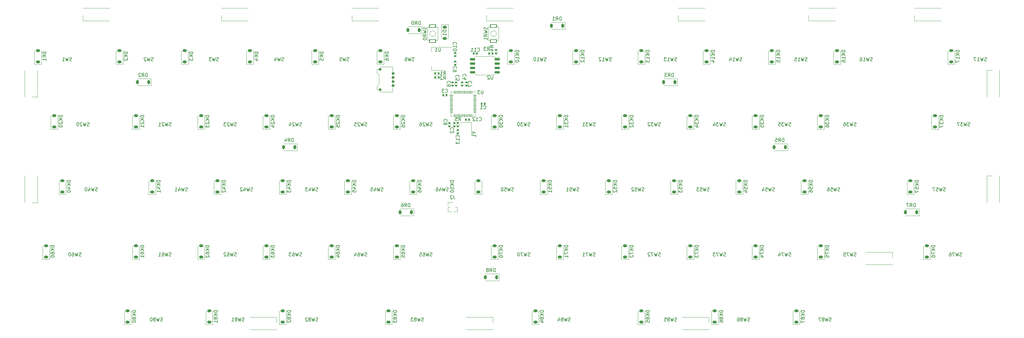
<source format=gbr>
%TF.GenerationSoftware,KiCad,Pcbnew,(7.0.0)*%
%TF.CreationDate,2023-06-17T11:14:13+09:00*%
%TF.ProjectId,Cr0wn60,43723077-6e36-4302-9e6b-696361645f70,rev?*%
%TF.SameCoordinates,Original*%
%TF.FileFunction,Legend,Bot*%
%TF.FilePolarity,Positive*%
%FSLAX46Y46*%
G04 Gerber Fmt 4.6, Leading zero omitted, Abs format (unit mm)*
G04 Created by KiCad (PCBNEW (7.0.0)) date 2023-06-17 11:14:13*
%MOMM*%
%LPD*%
G01*
G04 APERTURE LIST*
G04 Aperture macros list*
%AMRoundRect*
0 Rectangle with rounded corners*
0 $1 Rounding radius*
0 $2 $3 $4 $5 $6 $7 $8 $9 X,Y pos of 4 corners*
0 Add a 4 corners polygon primitive as box body*
4,1,4,$2,$3,$4,$5,$6,$7,$8,$9,$2,$3,0*
0 Add four circle primitives for the rounded corners*
1,1,$1+$1,$2,$3*
1,1,$1+$1,$4,$5*
1,1,$1+$1,$6,$7*
1,1,$1+$1,$8,$9*
0 Add four rect primitives between the rounded corners*
20,1,$1+$1,$2,$3,$4,$5,0*
20,1,$1+$1,$4,$5,$6,$7,0*
20,1,$1+$1,$6,$7,$8,$9,0*
20,1,$1+$1,$8,$9,$2,$3,0*%
G04 Aperture macros list end*
%ADD10C,0.150000*%
%ADD11C,0.120000*%
%ADD12C,1.700000*%
%ADD13C,4.000000*%
%ADD14C,2.200000*%
%ADD15C,3.048000*%
%ADD16C,3.987800*%
%ADD17RoundRect,0.225000X0.375000X-0.225000X0.375000X0.225000X-0.375000X0.225000X-0.375000X-0.225000X0*%
%ADD18O,3.098000X0.298000*%
%ADD19O,0.298000X3.598000*%
%ADD20R,1.000000X1.700000*%
%ADD21RoundRect,0.225000X0.225000X0.375000X-0.225000X0.375000X-0.225000X-0.375000X0.225000X-0.375000X0*%
%ADD22RoundRect,0.150000X0.650000X0.150000X-0.650000X0.150000X-0.650000X-0.150000X0.650000X-0.150000X0*%
%ADD23O,0.298000X3.098000*%
%ADD24O,3.598000X0.298000*%
%ADD25R,1.700000X1.000000*%
%ADD26RoundRect,0.140000X-0.140000X-0.170000X0.140000X-0.170000X0.140000X0.170000X-0.140000X0.170000X0*%
%ADD27R,2.000000X1.500000*%
%ADD28R,2.000000X3.800000*%
%ADD29RoundRect,0.105000X-0.895000X0.420000X-0.895000X-0.420000X0.895000X-0.420000X0.895000X0.420000X0*%
%ADD30RoundRect,0.135000X-0.135000X-0.185000X0.135000X-0.185000X0.135000X0.185000X-0.135000X0.185000X0*%
%ADD31RoundRect,0.140000X0.170000X-0.140000X0.170000X0.140000X-0.170000X0.140000X-0.170000X-0.140000X0*%
%ADD32RoundRect,0.140000X-0.170000X0.140000X-0.170000X-0.140000X0.170000X-0.140000X0.170000X0.140000X0*%
%ADD33R,1.000000X1.000000*%
%ADD34O,1.000000X1.000000*%
%ADD35RoundRect,0.135000X-0.185000X0.135000X-0.185000X-0.135000X0.185000X-0.135000X0.185000X0.135000X0*%
%ADD36RoundRect,0.150000X0.275000X-0.150000X0.275000X0.150000X-0.275000X0.150000X-0.275000X-0.150000X0*%
%ADD37RoundRect,0.175000X0.225000X-0.175000X0.225000X0.175000X-0.225000X0.175000X-0.225000X-0.175000X0*%
%ADD38RoundRect,0.140000X0.140000X0.170000X-0.140000X0.170000X-0.140000X-0.170000X0.140000X-0.170000X0*%
%ADD39RoundRect,0.050000X0.387500X0.050000X-0.387500X0.050000X-0.387500X-0.050000X0.387500X-0.050000X0*%
%ADD40RoundRect,0.050000X0.050000X0.387500X-0.050000X0.387500X-0.050000X-0.387500X0.050000X-0.387500X0*%
%ADD41R,3.200000X3.200000*%
%ADD42RoundRect,0.225000X-0.375000X0.225000X-0.375000X-0.225000X0.375000X-0.225000X0.375000X0.225000X0*%
%ADD43R,1.200000X1.400000*%
%ADD44RoundRect,0.135000X0.135000X0.185000X-0.135000X0.185000X-0.135000X-0.185000X0.135000X-0.185000X0*%
G04 APERTURE END LIST*
D10*
%TO.C,SW23*%
X48072023Y-25469761D02*
X47929166Y-25517380D01*
X47929166Y-25517380D02*
X47691071Y-25517380D01*
X47691071Y-25517380D02*
X47595833Y-25469761D01*
X47595833Y-25469761D02*
X47548214Y-25422142D01*
X47548214Y-25422142D02*
X47500595Y-25326904D01*
X47500595Y-25326904D02*
X47500595Y-25231666D01*
X47500595Y-25231666D02*
X47548214Y-25136428D01*
X47548214Y-25136428D02*
X47595833Y-25088809D01*
X47595833Y-25088809D02*
X47691071Y-25041190D01*
X47691071Y-25041190D02*
X47881547Y-24993571D01*
X47881547Y-24993571D02*
X47976785Y-24945952D01*
X47976785Y-24945952D02*
X48024404Y-24898333D01*
X48024404Y-24898333D02*
X48072023Y-24803095D01*
X48072023Y-24803095D02*
X48072023Y-24707857D01*
X48072023Y-24707857D02*
X48024404Y-24612619D01*
X48024404Y-24612619D02*
X47976785Y-24565000D01*
X47976785Y-24565000D02*
X47881547Y-24517380D01*
X47881547Y-24517380D02*
X47643452Y-24517380D01*
X47643452Y-24517380D02*
X47500595Y-24565000D01*
X47167261Y-24517380D02*
X46929166Y-25517380D01*
X46929166Y-25517380D02*
X46738690Y-24803095D01*
X46738690Y-24803095D02*
X46548214Y-25517380D01*
X46548214Y-25517380D02*
X46310119Y-24517380D01*
X45976785Y-24612619D02*
X45929166Y-24565000D01*
X45929166Y-24565000D02*
X45833928Y-24517380D01*
X45833928Y-24517380D02*
X45595833Y-24517380D01*
X45595833Y-24517380D02*
X45500595Y-24565000D01*
X45500595Y-24565000D02*
X45452976Y-24612619D01*
X45452976Y-24612619D02*
X45405357Y-24707857D01*
X45405357Y-24707857D02*
X45405357Y-24803095D01*
X45405357Y-24803095D02*
X45452976Y-24945952D01*
X45452976Y-24945952D02*
X46024404Y-25517380D01*
X46024404Y-25517380D02*
X45405357Y-25517380D01*
X45072023Y-24517380D02*
X44452976Y-24517380D01*
X44452976Y-24517380D02*
X44786309Y-24898333D01*
X44786309Y-24898333D02*
X44643452Y-24898333D01*
X44643452Y-24898333D02*
X44548214Y-24945952D01*
X44548214Y-24945952D02*
X44500595Y-24993571D01*
X44500595Y-24993571D02*
X44452976Y-25088809D01*
X44452976Y-25088809D02*
X44452976Y-25326904D01*
X44452976Y-25326904D02*
X44500595Y-25422142D01*
X44500595Y-25422142D02*
X44548214Y-25469761D01*
X44548214Y-25469761D02*
X44643452Y-25517380D01*
X44643452Y-25517380D02*
X44929166Y-25517380D01*
X44929166Y-25517380D02*
X45024404Y-25469761D01*
X45024404Y-25469761D02*
X45072023Y-25422142D01*
%TO.C,SW37*%
X262286523Y-25465761D02*
X262143666Y-25513380D01*
X262143666Y-25513380D02*
X261905571Y-25513380D01*
X261905571Y-25513380D02*
X261810333Y-25465761D01*
X261810333Y-25465761D02*
X261762714Y-25418142D01*
X261762714Y-25418142D02*
X261715095Y-25322904D01*
X261715095Y-25322904D02*
X261715095Y-25227666D01*
X261715095Y-25227666D02*
X261762714Y-25132428D01*
X261762714Y-25132428D02*
X261810333Y-25084809D01*
X261810333Y-25084809D02*
X261905571Y-25037190D01*
X261905571Y-25037190D02*
X262096047Y-24989571D01*
X262096047Y-24989571D02*
X262191285Y-24941952D01*
X262191285Y-24941952D02*
X262238904Y-24894333D01*
X262238904Y-24894333D02*
X262286523Y-24799095D01*
X262286523Y-24799095D02*
X262286523Y-24703857D01*
X262286523Y-24703857D02*
X262238904Y-24608619D01*
X262238904Y-24608619D02*
X262191285Y-24561000D01*
X262191285Y-24561000D02*
X262096047Y-24513380D01*
X262096047Y-24513380D02*
X261857952Y-24513380D01*
X261857952Y-24513380D02*
X261715095Y-24561000D01*
X261381761Y-24513380D02*
X261143666Y-25513380D01*
X261143666Y-25513380D02*
X260953190Y-24799095D01*
X260953190Y-24799095D02*
X260762714Y-25513380D01*
X260762714Y-25513380D02*
X260524619Y-24513380D01*
X260238904Y-24513380D02*
X259619857Y-24513380D01*
X259619857Y-24513380D02*
X259953190Y-24894333D01*
X259953190Y-24894333D02*
X259810333Y-24894333D01*
X259810333Y-24894333D02*
X259715095Y-24941952D01*
X259715095Y-24941952D02*
X259667476Y-24989571D01*
X259667476Y-24989571D02*
X259619857Y-25084809D01*
X259619857Y-25084809D02*
X259619857Y-25322904D01*
X259619857Y-25322904D02*
X259667476Y-25418142D01*
X259667476Y-25418142D02*
X259715095Y-25465761D01*
X259715095Y-25465761D02*
X259810333Y-25513380D01*
X259810333Y-25513380D02*
X260096047Y-25513380D01*
X260096047Y-25513380D02*
X260191285Y-25465761D01*
X260191285Y-25465761D02*
X260238904Y-25418142D01*
X259286523Y-24513380D02*
X258619857Y-24513380D01*
X258619857Y-24513380D02*
X259048428Y-25513380D01*
%TO.C,SW56*%
X224284523Y-44519761D02*
X224141666Y-44567380D01*
X224141666Y-44567380D02*
X223903571Y-44567380D01*
X223903571Y-44567380D02*
X223808333Y-44519761D01*
X223808333Y-44519761D02*
X223760714Y-44472142D01*
X223760714Y-44472142D02*
X223713095Y-44376904D01*
X223713095Y-44376904D02*
X223713095Y-44281666D01*
X223713095Y-44281666D02*
X223760714Y-44186428D01*
X223760714Y-44186428D02*
X223808333Y-44138809D01*
X223808333Y-44138809D02*
X223903571Y-44091190D01*
X223903571Y-44091190D02*
X224094047Y-44043571D01*
X224094047Y-44043571D02*
X224189285Y-43995952D01*
X224189285Y-43995952D02*
X224236904Y-43948333D01*
X224236904Y-43948333D02*
X224284523Y-43853095D01*
X224284523Y-43853095D02*
X224284523Y-43757857D01*
X224284523Y-43757857D02*
X224236904Y-43662619D01*
X224236904Y-43662619D02*
X224189285Y-43615000D01*
X224189285Y-43615000D02*
X224094047Y-43567380D01*
X224094047Y-43567380D02*
X223855952Y-43567380D01*
X223855952Y-43567380D02*
X223713095Y-43615000D01*
X223379761Y-43567380D02*
X223141666Y-44567380D01*
X223141666Y-44567380D02*
X222951190Y-43853095D01*
X222951190Y-43853095D02*
X222760714Y-44567380D01*
X222760714Y-44567380D02*
X222522619Y-43567380D01*
X221665476Y-43567380D02*
X222141666Y-43567380D01*
X222141666Y-43567380D02*
X222189285Y-44043571D01*
X222189285Y-44043571D02*
X222141666Y-43995952D01*
X222141666Y-43995952D02*
X222046428Y-43948333D01*
X222046428Y-43948333D02*
X221808333Y-43948333D01*
X221808333Y-43948333D02*
X221713095Y-43995952D01*
X221713095Y-43995952D02*
X221665476Y-44043571D01*
X221665476Y-44043571D02*
X221617857Y-44138809D01*
X221617857Y-44138809D02*
X221617857Y-44376904D01*
X221617857Y-44376904D02*
X221665476Y-44472142D01*
X221665476Y-44472142D02*
X221713095Y-44519761D01*
X221713095Y-44519761D02*
X221808333Y-44567380D01*
X221808333Y-44567380D02*
X222046428Y-44567380D01*
X222046428Y-44567380D02*
X222141666Y-44519761D01*
X222141666Y-44519761D02*
X222189285Y-44472142D01*
X220760714Y-43567380D02*
X220951190Y-43567380D01*
X220951190Y-43567380D02*
X221046428Y-43615000D01*
X221046428Y-43615000D02*
X221094047Y-43662619D01*
X221094047Y-43662619D02*
X221189285Y-43805476D01*
X221189285Y-43805476D02*
X221236904Y-43995952D01*
X221236904Y-43995952D02*
X221236904Y-44376904D01*
X221236904Y-44376904D02*
X221189285Y-44472142D01*
X221189285Y-44472142D02*
X221141666Y-44519761D01*
X221141666Y-44519761D02*
X221046428Y-44567380D01*
X221046428Y-44567380D02*
X220855952Y-44567380D01*
X220855952Y-44567380D02*
X220760714Y-44519761D01*
X220760714Y-44519761D02*
X220713095Y-44472142D01*
X220713095Y-44472142D02*
X220665476Y-44376904D01*
X220665476Y-44376904D02*
X220665476Y-44138809D01*
X220665476Y-44138809D02*
X220713095Y-44043571D01*
X220713095Y-44043571D02*
X220760714Y-43995952D01*
X220760714Y-43995952D02*
X220855952Y-43948333D01*
X220855952Y-43948333D02*
X221046428Y-43948333D01*
X221046428Y-43948333D02*
X221141666Y-43995952D01*
X221141666Y-43995952D02*
X221189285Y-44043571D01*
X221189285Y-44043571D02*
X221236904Y-44138809D01*
%TO.C,SW45*%
X90934523Y-44519761D02*
X90791666Y-44567380D01*
X90791666Y-44567380D02*
X90553571Y-44567380D01*
X90553571Y-44567380D02*
X90458333Y-44519761D01*
X90458333Y-44519761D02*
X90410714Y-44472142D01*
X90410714Y-44472142D02*
X90363095Y-44376904D01*
X90363095Y-44376904D02*
X90363095Y-44281666D01*
X90363095Y-44281666D02*
X90410714Y-44186428D01*
X90410714Y-44186428D02*
X90458333Y-44138809D01*
X90458333Y-44138809D02*
X90553571Y-44091190D01*
X90553571Y-44091190D02*
X90744047Y-44043571D01*
X90744047Y-44043571D02*
X90839285Y-43995952D01*
X90839285Y-43995952D02*
X90886904Y-43948333D01*
X90886904Y-43948333D02*
X90934523Y-43853095D01*
X90934523Y-43853095D02*
X90934523Y-43757857D01*
X90934523Y-43757857D02*
X90886904Y-43662619D01*
X90886904Y-43662619D02*
X90839285Y-43615000D01*
X90839285Y-43615000D02*
X90744047Y-43567380D01*
X90744047Y-43567380D02*
X90505952Y-43567380D01*
X90505952Y-43567380D02*
X90363095Y-43615000D01*
X90029761Y-43567380D02*
X89791666Y-44567380D01*
X89791666Y-44567380D02*
X89601190Y-43853095D01*
X89601190Y-43853095D02*
X89410714Y-44567380D01*
X89410714Y-44567380D02*
X89172619Y-43567380D01*
X88363095Y-43900714D02*
X88363095Y-44567380D01*
X88601190Y-43519761D02*
X88839285Y-44234047D01*
X88839285Y-44234047D02*
X88220238Y-44234047D01*
X87363095Y-43567380D02*
X87839285Y-43567380D01*
X87839285Y-43567380D02*
X87886904Y-44043571D01*
X87886904Y-44043571D02*
X87839285Y-43995952D01*
X87839285Y-43995952D02*
X87744047Y-43948333D01*
X87744047Y-43948333D02*
X87505952Y-43948333D01*
X87505952Y-43948333D02*
X87410714Y-43995952D01*
X87410714Y-43995952D02*
X87363095Y-44043571D01*
X87363095Y-44043571D02*
X87315476Y-44138809D01*
X87315476Y-44138809D02*
X87315476Y-44376904D01*
X87315476Y-44376904D02*
X87363095Y-44472142D01*
X87363095Y-44472142D02*
X87410714Y-44519761D01*
X87410714Y-44519761D02*
X87505952Y-44567380D01*
X87505952Y-44567380D02*
X87744047Y-44567380D01*
X87744047Y-44567380D02*
X87839285Y-44519761D01*
X87839285Y-44519761D02*
X87886904Y-44472142D01*
%TO.C,SW3*%
X42833332Y-6419761D02*
X42690475Y-6467380D01*
X42690475Y-6467380D02*
X42452380Y-6467380D01*
X42452380Y-6467380D02*
X42357142Y-6419761D01*
X42357142Y-6419761D02*
X42309523Y-6372142D01*
X42309523Y-6372142D02*
X42261904Y-6276904D01*
X42261904Y-6276904D02*
X42261904Y-6181666D01*
X42261904Y-6181666D02*
X42309523Y-6086428D01*
X42309523Y-6086428D02*
X42357142Y-6038809D01*
X42357142Y-6038809D02*
X42452380Y-5991190D01*
X42452380Y-5991190D02*
X42642856Y-5943571D01*
X42642856Y-5943571D02*
X42738094Y-5895952D01*
X42738094Y-5895952D02*
X42785713Y-5848333D01*
X42785713Y-5848333D02*
X42833332Y-5753095D01*
X42833332Y-5753095D02*
X42833332Y-5657857D01*
X42833332Y-5657857D02*
X42785713Y-5562619D01*
X42785713Y-5562619D02*
X42738094Y-5515000D01*
X42738094Y-5515000D02*
X42642856Y-5467380D01*
X42642856Y-5467380D02*
X42404761Y-5467380D01*
X42404761Y-5467380D02*
X42261904Y-5515000D01*
X41928570Y-5467380D02*
X41690475Y-6467380D01*
X41690475Y-6467380D02*
X41499999Y-5753095D01*
X41499999Y-5753095D02*
X41309523Y-6467380D01*
X41309523Y-6467380D02*
X41071428Y-5467380D01*
X40785713Y-5467380D02*
X40166666Y-5467380D01*
X40166666Y-5467380D02*
X40499999Y-5848333D01*
X40499999Y-5848333D02*
X40357142Y-5848333D01*
X40357142Y-5848333D02*
X40261904Y-5895952D01*
X40261904Y-5895952D02*
X40214285Y-5943571D01*
X40214285Y-5943571D02*
X40166666Y-6038809D01*
X40166666Y-6038809D02*
X40166666Y-6276904D01*
X40166666Y-6276904D02*
X40214285Y-6372142D01*
X40214285Y-6372142D02*
X40261904Y-6419761D01*
X40261904Y-6419761D02*
X40357142Y-6467380D01*
X40357142Y-6467380D02*
X40642856Y-6467380D01*
X40642856Y-6467380D02*
X40738094Y-6419761D01*
X40738094Y-6419761D02*
X40785713Y-6372142D01*
%TO.C,SW57*%
X255142773Y-44515761D02*
X254999916Y-44563380D01*
X254999916Y-44563380D02*
X254761821Y-44563380D01*
X254761821Y-44563380D02*
X254666583Y-44515761D01*
X254666583Y-44515761D02*
X254618964Y-44468142D01*
X254618964Y-44468142D02*
X254571345Y-44372904D01*
X254571345Y-44372904D02*
X254571345Y-44277666D01*
X254571345Y-44277666D02*
X254618964Y-44182428D01*
X254618964Y-44182428D02*
X254666583Y-44134809D01*
X254666583Y-44134809D02*
X254761821Y-44087190D01*
X254761821Y-44087190D02*
X254952297Y-44039571D01*
X254952297Y-44039571D02*
X255047535Y-43991952D01*
X255047535Y-43991952D02*
X255095154Y-43944333D01*
X255095154Y-43944333D02*
X255142773Y-43849095D01*
X255142773Y-43849095D02*
X255142773Y-43753857D01*
X255142773Y-43753857D02*
X255095154Y-43658619D01*
X255095154Y-43658619D02*
X255047535Y-43611000D01*
X255047535Y-43611000D02*
X254952297Y-43563380D01*
X254952297Y-43563380D02*
X254714202Y-43563380D01*
X254714202Y-43563380D02*
X254571345Y-43611000D01*
X254238011Y-43563380D02*
X253999916Y-44563380D01*
X253999916Y-44563380D02*
X253809440Y-43849095D01*
X253809440Y-43849095D02*
X253618964Y-44563380D01*
X253618964Y-44563380D02*
X253380869Y-43563380D01*
X252523726Y-43563380D02*
X252999916Y-43563380D01*
X252999916Y-43563380D02*
X253047535Y-44039571D01*
X253047535Y-44039571D02*
X252999916Y-43991952D01*
X252999916Y-43991952D02*
X252904678Y-43944333D01*
X252904678Y-43944333D02*
X252666583Y-43944333D01*
X252666583Y-43944333D02*
X252571345Y-43991952D01*
X252571345Y-43991952D02*
X252523726Y-44039571D01*
X252523726Y-44039571D02*
X252476107Y-44134809D01*
X252476107Y-44134809D02*
X252476107Y-44372904D01*
X252476107Y-44372904D02*
X252523726Y-44468142D01*
X252523726Y-44468142D02*
X252571345Y-44515761D01*
X252571345Y-44515761D02*
X252666583Y-44563380D01*
X252666583Y-44563380D02*
X252904678Y-44563380D01*
X252904678Y-44563380D02*
X252999916Y-44515761D01*
X252999916Y-44515761D02*
X253047535Y-44468142D01*
X252142773Y-43563380D02*
X251476107Y-43563380D01*
X251476107Y-43563380D02*
X251904678Y-44563380D01*
%TO.C,SW62*%
X48072023Y-63569761D02*
X47929166Y-63617380D01*
X47929166Y-63617380D02*
X47691071Y-63617380D01*
X47691071Y-63617380D02*
X47595833Y-63569761D01*
X47595833Y-63569761D02*
X47548214Y-63522142D01*
X47548214Y-63522142D02*
X47500595Y-63426904D01*
X47500595Y-63426904D02*
X47500595Y-63331666D01*
X47500595Y-63331666D02*
X47548214Y-63236428D01*
X47548214Y-63236428D02*
X47595833Y-63188809D01*
X47595833Y-63188809D02*
X47691071Y-63141190D01*
X47691071Y-63141190D02*
X47881547Y-63093571D01*
X47881547Y-63093571D02*
X47976785Y-63045952D01*
X47976785Y-63045952D02*
X48024404Y-62998333D01*
X48024404Y-62998333D02*
X48072023Y-62903095D01*
X48072023Y-62903095D02*
X48072023Y-62807857D01*
X48072023Y-62807857D02*
X48024404Y-62712619D01*
X48024404Y-62712619D02*
X47976785Y-62665000D01*
X47976785Y-62665000D02*
X47881547Y-62617380D01*
X47881547Y-62617380D02*
X47643452Y-62617380D01*
X47643452Y-62617380D02*
X47500595Y-62665000D01*
X47167261Y-62617380D02*
X46929166Y-63617380D01*
X46929166Y-63617380D02*
X46738690Y-62903095D01*
X46738690Y-62903095D02*
X46548214Y-63617380D01*
X46548214Y-63617380D02*
X46310119Y-62617380D01*
X45500595Y-62617380D02*
X45691071Y-62617380D01*
X45691071Y-62617380D02*
X45786309Y-62665000D01*
X45786309Y-62665000D02*
X45833928Y-62712619D01*
X45833928Y-62712619D02*
X45929166Y-62855476D01*
X45929166Y-62855476D02*
X45976785Y-63045952D01*
X45976785Y-63045952D02*
X45976785Y-63426904D01*
X45976785Y-63426904D02*
X45929166Y-63522142D01*
X45929166Y-63522142D02*
X45881547Y-63569761D01*
X45881547Y-63569761D02*
X45786309Y-63617380D01*
X45786309Y-63617380D02*
X45595833Y-63617380D01*
X45595833Y-63617380D02*
X45500595Y-63569761D01*
X45500595Y-63569761D02*
X45452976Y-63522142D01*
X45452976Y-63522142D02*
X45405357Y-63426904D01*
X45405357Y-63426904D02*
X45405357Y-63188809D01*
X45405357Y-63188809D02*
X45452976Y-63093571D01*
X45452976Y-63093571D02*
X45500595Y-63045952D01*
X45500595Y-63045952D02*
X45595833Y-62998333D01*
X45595833Y-62998333D02*
X45786309Y-62998333D01*
X45786309Y-62998333D02*
X45881547Y-63045952D01*
X45881547Y-63045952D02*
X45929166Y-63093571D01*
X45929166Y-63093571D02*
X45976785Y-63188809D01*
X45024404Y-62712619D02*
X44976785Y-62665000D01*
X44976785Y-62665000D02*
X44881547Y-62617380D01*
X44881547Y-62617380D02*
X44643452Y-62617380D01*
X44643452Y-62617380D02*
X44548214Y-62665000D01*
X44548214Y-62665000D02*
X44500595Y-62712619D01*
X44500595Y-62712619D02*
X44452976Y-62807857D01*
X44452976Y-62807857D02*
X44452976Y-62903095D01*
X44452976Y-62903095D02*
X44500595Y-63045952D01*
X44500595Y-63045952D02*
X45072023Y-63617380D01*
X45072023Y-63617380D02*
X44452976Y-63617380D01*
%TO.C,SW81*%
X50355273Y-82615761D02*
X50212416Y-82663380D01*
X50212416Y-82663380D02*
X49974321Y-82663380D01*
X49974321Y-82663380D02*
X49879083Y-82615761D01*
X49879083Y-82615761D02*
X49831464Y-82568142D01*
X49831464Y-82568142D02*
X49783845Y-82472904D01*
X49783845Y-82472904D02*
X49783845Y-82377666D01*
X49783845Y-82377666D02*
X49831464Y-82282428D01*
X49831464Y-82282428D02*
X49879083Y-82234809D01*
X49879083Y-82234809D02*
X49974321Y-82187190D01*
X49974321Y-82187190D02*
X50164797Y-82139571D01*
X50164797Y-82139571D02*
X50260035Y-82091952D01*
X50260035Y-82091952D02*
X50307654Y-82044333D01*
X50307654Y-82044333D02*
X50355273Y-81949095D01*
X50355273Y-81949095D02*
X50355273Y-81853857D01*
X50355273Y-81853857D02*
X50307654Y-81758619D01*
X50307654Y-81758619D02*
X50260035Y-81711000D01*
X50260035Y-81711000D02*
X50164797Y-81663380D01*
X50164797Y-81663380D02*
X49926702Y-81663380D01*
X49926702Y-81663380D02*
X49783845Y-81711000D01*
X49450511Y-81663380D02*
X49212416Y-82663380D01*
X49212416Y-82663380D02*
X49021940Y-81949095D01*
X49021940Y-81949095D02*
X48831464Y-82663380D01*
X48831464Y-82663380D02*
X48593369Y-81663380D01*
X48069559Y-82091952D02*
X48164797Y-82044333D01*
X48164797Y-82044333D02*
X48212416Y-81996714D01*
X48212416Y-81996714D02*
X48260035Y-81901476D01*
X48260035Y-81901476D02*
X48260035Y-81853857D01*
X48260035Y-81853857D02*
X48212416Y-81758619D01*
X48212416Y-81758619D02*
X48164797Y-81711000D01*
X48164797Y-81711000D02*
X48069559Y-81663380D01*
X48069559Y-81663380D02*
X47879083Y-81663380D01*
X47879083Y-81663380D02*
X47783845Y-81711000D01*
X47783845Y-81711000D02*
X47736226Y-81758619D01*
X47736226Y-81758619D02*
X47688607Y-81853857D01*
X47688607Y-81853857D02*
X47688607Y-81901476D01*
X47688607Y-81901476D02*
X47736226Y-81996714D01*
X47736226Y-81996714D02*
X47783845Y-82044333D01*
X47783845Y-82044333D02*
X47879083Y-82091952D01*
X47879083Y-82091952D02*
X48069559Y-82091952D01*
X48069559Y-82091952D02*
X48164797Y-82139571D01*
X48164797Y-82139571D02*
X48212416Y-82187190D01*
X48212416Y-82187190D02*
X48260035Y-82282428D01*
X48260035Y-82282428D02*
X48260035Y-82472904D01*
X48260035Y-82472904D02*
X48212416Y-82568142D01*
X48212416Y-82568142D02*
X48164797Y-82615761D01*
X48164797Y-82615761D02*
X48069559Y-82663380D01*
X48069559Y-82663380D02*
X47879083Y-82663380D01*
X47879083Y-82663380D02*
X47783845Y-82615761D01*
X47783845Y-82615761D02*
X47736226Y-82568142D01*
X47736226Y-82568142D02*
X47688607Y-82472904D01*
X47688607Y-82472904D02*
X47688607Y-82282428D01*
X47688607Y-82282428D02*
X47736226Y-82187190D01*
X47736226Y-82187190D02*
X47783845Y-82139571D01*
X47783845Y-82139571D02*
X47879083Y-82091952D01*
X46736226Y-82663380D02*
X47307654Y-82663380D01*
X47021940Y-82663380D02*
X47021940Y-81663380D01*
X47021940Y-81663380D02*
X47117178Y-81806238D01*
X47117178Y-81806238D02*
X47212416Y-81901476D01*
X47212416Y-81901476D02*
X47307654Y-81949095D01*
%TO.C,SW16*%
X233809523Y-6419761D02*
X233666666Y-6467380D01*
X233666666Y-6467380D02*
X233428571Y-6467380D01*
X233428571Y-6467380D02*
X233333333Y-6419761D01*
X233333333Y-6419761D02*
X233285714Y-6372142D01*
X233285714Y-6372142D02*
X233238095Y-6276904D01*
X233238095Y-6276904D02*
X233238095Y-6181666D01*
X233238095Y-6181666D02*
X233285714Y-6086428D01*
X233285714Y-6086428D02*
X233333333Y-6038809D01*
X233333333Y-6038809D02*
X233428571Y-5991190D01*
X233428571Y-5991190D02*
X233619047Y-5943571D01*
X233619047Y-5943571D02*
X233714285Y-5895952D01*
X233714285Y-5895952D02*
X233761904Y-5848333D01*
X233761904Y-5848333D02*
X233809523Y-5753095D01*
X233809523Y-5753095D02*
X233809523Y-5657857D01*
X233809523Y-5657857D02*
X233761904Y-5562619D01*
X233761904Y-5562619D02*
X233714285Y-5515000D01*
X233714285Y-5515000D02*
X233619047Y-5467380D01*
X233619047Y-5467380D02*
X233380952Y-5467380D01*
X233380952Y-5467380D02*
X233238095Y-5515000D01*
X232904761Y-5467380D02*
X232666666Y-6467380D01*
X232666666Y-6467380D02*
X232476190Y-5753095D01*
X232476190Y-5753095D02*
X232285714Y-6467380D01*
X232285714Y-6467380D02*
X232047619Y-5467380D01*
X231142857Y-6467380D02*
X231714285Y-6467380D01*
X231428571Y-6467380D02*
X231428571Y-5467380D01*
X231428571Y-5467380D02*
X231523809Y-5610238D01*
X231523809Y-5610238D02*
X231619047Y-5705476D01*
X231619047Y-5705476D02*
X231714285Y-5753095D01*
X230285714Y-5467380D02*
X230476190Y-5467380D01*
X230476190Y-5467380D02*
X230571428Y-5515000D01*
X230571428Y-5515000D02*
X230619047Y-5562619D01*
X230619047Y-5562619D02*
X230714285Y-5705476D01*
X230714285Y-5705476D02*
X230761904Y-5895952D01*
X230761904Y-5895952D02*
X230761904Y-6276904D01*
X230761904Y-6276904D02*
X230714285Y-6372142D01*
X230714285Y-6372142D02*
X230666666Y-6419761D01*
X230666666Y-6419761D02*
X230571428Y-6467380D01*
X230571428Y-6467380D02*
X230380952Y-6467380D01*
X230380952Y-6467380D02*
X230285714Y-6419761D01*
X230285714Y-6419761D02*
X230238095Y-6372142D01*
X230238095Y-6372142D02*
X230190476Y-6276904D01*
X230190476Y-6276904D02*
X230190476Y-6038809D01*
X230190476Y-6038809D02*
X230238095Y-5943571D01*
X230238095Y-5943571D02*
X230285714Y-5895952D01*
X230285714Y-5895952D02*
X230380952Y-5848333D01*
X230380952Y-5848333D02*
X230571428Y-5848333D01*
X230571428Y-5848333D02*
X230666666Y-5895952D01*
X230666666Y-5895952D02*
X230714285Y-5943571D01*
X230714285Y-5943571D02*
X230761904Y-6038809D01*
%TO.C,SW30*%
X133797023Y-25469761D02*
X133654166Y-25517380D01*
X133654166Y-25517380D02*
X133416071Y-25517380D01*
X133416071Y-25517380D02*
X133320833Y-25469761D01*
X133320833Y-25469761D02*
X133273214Y-25422142D01*
X133273214Y-25422142D02*
X133225595Y-25326904D01*
X133225595Y-25326904D02*
X133225595Y-25231666D01*
X133225595Y-25231666D02*
X133273214Y-25136428D01*
X133273214Y-25136428D02*
X133320833Y-25088809D01*
X133320833Y-25088809D02*
X133416071Y-25041190D01*
X133416071Y-25041190D02*
X133606547Y-24993571D01*
X133606547Y-24993571D02*
X133701785Y-24945952D01*
X133701785Y-24945952D02*
X133749404Y-24898333D01*
X133749404Y-24898333D02*
X133797023Y-24803095D01*
X133797023Y-24803095D02*
X133797023Y-24707857D01*
X133797023Y-24707857D02*
X133749404Y-24612619D01*
X133749404Y-24612619D02*
X133701785Y-24565000D01*
X133701785Y-24565000D02*
X133606547Y-24517380D01*
X133606547Y-24517380D02*
X133368452Y-24517380D01*
X133368452Y-24517380D02*
X133225595Y-24565000D01*
X132892261Y-24517380D02*
X132654166Y-25517380D01*
X132654166Y-25517380D02*
X132463690Y-24803095D01*
X132463690Y-24803095D02*
X132273214Y-25517380D01*
X132273214Y-25517380D02*
X132035119Y-24517380D01*
X131749404Y-24517380D02*
X131130357Y-24517380D01*
X131130357Y-24517380D02*
X131463690Y-24898333D01*
X131463690Y-24898333D02*
X131320833Y-24898333D01*
X131320833Y-24898333D02*
X131225595Y-24945952D01*
X131225595Y-24945952D02*
X131177976Y-24993571D01*
X131177976Y-24993571D02*
X131130357Y-25088809D01*
X131130357Y-25088809D02*
X131130357Y-25326904D01*
X131130357Y-25326904D02*
X131177976Y-25422142D01*
X131177976Y-25422142D02*
X131225595Y-25469761D01*
X131225595Y-25469761D02*
X131320833Y-25517380D01*
X131320833Y-25517380D02*
X131606547Y-25517380D01*
X131606547Y-25517380D02*
X131701785Y-25469761D01*
X131701785Y-25469761D02*
X131749404Y-25422142D01*
X130511309Y-24517380D02*
X130416071Y-24517380D01*
X130416071Y-24517380D02*
X130320833Y-24565000D01*
X130320833Y-24565000D02*
X130273214Y-24612619D01*
X130273214Y-24612619D02*
X130225595Y-24707857D01*
X130225595Y-24707857D02*
X130177976Y-24898333D01*
X130177976Y-24898333D02*
X130177976Y-25136428D01*
X130177976Y-25136428D02*
X130225595Y-25326904D01*
X130225595Y-25326904D02*
X130273214Y-25422142D01*
X130273214Y-25422142D02*
X130320833Y-25469761D01*
X130320833Y-25469761D02*
X130416071Y-25517380D01*
X130416071Y-25517380D02*
X130511309Y-25517380D01*
X130511309Y-25517380D02*
X130606547Y-25469761D01*
X130606547Y-25469761D02*
X130654166Y-25422142D01*
X130654166Y-25422142D02*
X130701785Y-25326904D01*
X130701785Y-25326904D02*
X130749404Y-25136428D01*
X130749404Y-25136428D02*
X130749404Y-24898333D01*
X130749404Y-24898333D02*
X130701785Y-24707857D01*
X130701785Y-24707857D02*
X130654166Y-24612619D01*
X130654166Y-24612619D02*
X130606547Y-24565000D01*
X130606547Y-24565000D02*
X130511309Y-24517380D01*
%TO.C,SW85*%
X176659523Y-82619761D02*
X176516666Y-82667380D01*
X176516666Y-82667380D02*
X176278571Y-82667380D01*
X176278571Y-82667380D02*
X176183333Y-82619761D01*
X176183333Y-82619761D02*
X176135714Y-82572142D01*
X176135714Y-82572142D02*
X176088095Y-82476904D01*
X176088095Y-82476904D02*
X176088095Y-82381666D01*
X176088095Y-82381666D02*
X176135714Y-82286428D01*
X176135714Y-82286428D02*
X176183333Y-82238809D01*
X176183333Y-82238809D02*
X176278571Y-82191190D01*
X176278571Y-82191190D02*
X176469047Y-82143571D01*
X176469047Y-82143571D02*
X176564285Y-82095952D01*
X176564285Y-82095952D02*
X176611904Y-82048333D01*
X176611904Y-82048333D02*
X176659523Y-81953095D01*
X176659523Y-81953095D02*
X176659523Y-81857857D01*
X176659523Y-81857857D02*
X176611904Y-81762619D01*
X176611904Y-81762619D02*
X176564285Y-81715000D01*
X176564285Y-81715000D02*
X176469047Y-81667380D01*
X176469047Y-81667380D02*
X176230952Y-81667380D01*
X176230952Y-81667380D02*
X176088095Y-81715000D01*
X175754761Y-81667380D02*
X175516666Y-82667380D01*
X175516666Y-82667380D02*
X175326190Y-81953095D01*
X175326190Y-81953095D02*
X175135714Y-82667380D01*
X175135714Y-82667380D02*
X174897619Y-81667380D01*
X174373809Y-82095952D02*
X174469047Y-82048333D01*
X174469047Y-82048333D02*
X174516666Y-82000714D01*
X174516666Y-82000714D02*
X174564285Y-81905476D01*
X174564285Y-81905476D02*
X174564285Y-81857857D01*
X174564285Y-81857857D02*
X174516666Y-81762619D01*
X174516666Y-81762619D02*
X174469047Y-81715000D01*
X174469047Y-81715000D02*
X174373809Y-81667380D01*
X174373809Y-81667380D02*
X174183333Y-81667380D01*
X174183333Y-81667380D02*
X174088095Y-81715000D01*
X174088095Y-81715000D02*
X174040476Y-81762619D01*
X174040476Y-81762619D02*
X173992857Y-81857857D01*
X173992857Y-81857857D02*
X173992857Y-81905476D01*
X173992857Y-81905476D02*
X174040476Y-82000714D01*
X174040476Y-82000714D02*
X174088095Y-82048333D01*
X174088095Y-82048333D02*
X174183333Y-82095952D01*
X174183333Y-82095952D02*
X174373809Y-82095952D01*
X174373809Y-82095952D02*
X174469047Y-82143571D01*
X174469047Y-82143571D02*
X174516666Y-82191190D01*
X174516666Y-82191190D02*
X174564285Y-82286428D01*
X174564285Y-82286428D02*
X174564285Y-82476904D01*
X174564285Y-82476904D02*
X174516666Y-82572142D01*
X174516666Y-82572142D02*
X174469047Y-82619761D01*
X174469047Y-82619761D02*
X174373809Y-82667380D01*
X174373809Y-82667380D02*
X174183333Y-82667380D01*
X174183333Y-82667380D02*
X174088095Y-82619761D01*
X174088095Y-82619761D02*
X174040476Y-82572142D01*
X174040476Y-82572142D02*
X173992857Y-82476904D01*
X173992857Y-82476904D02*
X173992857Y-82286428D01*
X173992857Y-82286428D02*
X174040476Y-82191190D01*
X174040476Y-82191190D02*
X174088095Y-82143571D01*
X174088095Y-82143571D02*
X174183333Y-82095952D01*
X173088095Y-81667380D02*
X173564285Y-81667380D01*
X173564285Y-81667380D02*
X173611904Y-82143571D01*
X173611904Y-82143571D02*
X173564285Y-82095952D01*
X173564285Y-82095952D02*
X173469047Y-82048333D01*
X173469047Y-82048333D02*
X173230952Y-82048333D01*
X173230952Y-82048333D02*
X173135714Y-82095952D01*
X173135714Y-82095952D02*
X173088095Y-82143571D01*
X173088095Y-82143571D02*
X173040476Y-82238809D01*
X173040476Y-82238809D02*
X173040476Y-82476904D01*
X173040476Y-82476904D02*
X173088095Y-82572142D01*
X173088095Y-82572142D02*
X173135714Y-82619761D01*
X173135714Y-82619761D02*
X173230952Y-82667380D01*
X173230952Y-82667380D02*
X173469047Y-82667380D01*
X173469047Y-82667380D02*
X173564285Y-82619761D01*
X173564285Y-82619761D02*
X173611904Y-82572142D01*
%TO.C,SW13*%
X176659523Y-6419761D02*
X176516666Y-6467380D01*
X176516666Y-6467380D02*
X176278571Y-6467380D01*
X176278571Y-6467380D02*
X176183333Y-6419761D01*
X176183333Y-6419761D02*
X176135714Y-6372142D01*
X176135714Y-6372142D02*
X176088095Y-6276904D01*
X176088095Y-6276904D02*
X176088095Y-6181666D01*
X176088095Y-6181666D02*
X176135714Y-6086428D01*
X176135714Y-6086428D02*
X176183333Y-6038809D01*
X176183333Y-6038809D02*
X176278571Y-5991190D01*
X176278571Y-5991190D02*
X176469047Y-5943571D01*
X176469047Y-5943571D02*
X176564285Y-5895952D01*
X176564285Y-5895952D02*
X176611904Y-5848333D01*
X176611904Y-5848333D02*
X176659523Y-5753095D01*
X176659523Y-5753095D02*
X176659523Y-5657857D01*
X176659523Y-5657857D02*
X176611904Y-5562619D01*
X176611904Y-5562619D02*
X176564285Y-5515000D01*
X176564285Y-5515000D02*
X176469047Y-5467380D01*
X176469047Y-5467380D02*
X176230952Y-5467380D01*
X176230952Y-5467380D02*
X176088095Y-5515000D01*
X175754761Y-5467380D02*
X175516666Y-6467380D01*
X175516666Y-6467380D02*
X175326190Y-5753095D01*
X175326190Y-5753095D02*
X175135714Y-6467380D01*
X175135714Y-6467380D02*
X174897619Y-5467380D01*
X173992857Y-6467380D02*
X174564285Y-6467380D01*
X174278571Y-6467380D02*
X174278571Y-5467380D01*
X174278571Y-5467380D02*
X174373809Y-5610238D01*
X174373809Y-5610238D02*
X174469047Y-5705476D01*
X174469047Y-5705476D02*
X174564285Y-5753095D01*
X173659523Y-5467380D02*
X173040476Y-5467380D01*
X173040476Y-5467380D02*
X173373809Y-5848333D01*
X173373809Y-5848333D02*
X173230952Y-5848333D01*
X173230952Y-5848333D02*
X173135714Y-5895952D01*
X173135714Y-5895952D02*
X173088095Y-5943571D01*
X173088095Y-5943571D02*
X173040476Y-6038809D01*
X173040476Y-6038809D02*
X173040476Y-6276904D01*
X173040476Y-6276904D02*
X173088095Y-6372142D01*
X173088095Y-6372142D02*
X173135714Y-6419761D01*
X173135714Y-6419761D02*
X173230952Y-6467380D01*
X173230952Y-6467380D02*
X173516666Y-6467380D01*
X173516666Y-6467380D02*
X173611904Y-6419761D01*
X173611904Y-6419761D02*
X173659523Y-6372142D01*
%TO.C,SW70*%
X133797023Y-63569761D02*
X133654166Y-63617380D01*
X133654166Y-63617380D02*
X133416071Y-63617380D01*
X133416071Y-63617380D02*
X133320833Y-63569761D01*
X133320833Y-63569761D02*
X133273214Y-63522142D01*
X133273214Y-63522142D02*
X133225595Y-63426904D01*
X133225595Y-63426904D02*
X133225595Y-63331666D01*
X133225595Y-63331666D02*
X133273214Y-63236428D01*
X133273214Y-63236428D02*
X133320833Y-63188809D01*
X133320833Y-63188809D02*
X133416071Y-63141190D01*
X133416071Y-63141190D02*
X133606547Y-63093571D01*
X133606547Y-63093571D02*
X133701785Y-63045952D01*
X133701785Y-63045952D02*
X133749404Y-62998333D01*
X133749404Y-62998333D02*
X133797023Y-62903095D01*
X133797023Y-62903095D02*
X133797023Y-62807857D01*
X133797023Y-62807857D02*
X133749404Y-62712619D01*
X133749404Y-62712619D02*
X133701785Y-62665000D01*
X133701785Y-62665000D02*
X133606547Y-62617380D01*
X133606547Y-62617380D02*
X133368452Y-62617380D01*
X133368452Y-62617380D02*
X133225595Y-62665000D01*
X132892261Y-62617380D02*
X132654166Y-63617380D01*
X132654166Y-63617380D02*
X132463690Y-62903095D01*
X132463690Y-62903095D02*
X132273214Y-63617380D01*
X132273214Y-63617380D02*
X132035119Y-62617380D01*
X131749404Y-62617380D02*
X131082738Y-62617380D01*
X131082738Y-62617380D02*
X131511309Y-63617380D01*
X130511309Y-62617380D02*
X130416071Y-62617380D01*
X130416071Y-62617380D02*
X130320833Y-62665000D01*
X130320833Y-62665000D02*
X130273214Y-62712619D01*
X130273214Y-62712619D02*
X130225595Y-62807857D01*
X130225595Y-62807857D02*
X130177976Y-62998333D01*
X130177976Y-62998333D02*
X130177976Y-63236428D01*
X130177976Y-63236428D02*
X130225595Y-63426904D01*
X130225595Y-63426904D02*
X130273214Y-63522142D01*
X130273214Y-63522142D02*
X130320833Y-63569761D01*
X130320833Y-63569761D02*
X130416071Y-63617380D01*
X130416071Y-63617380D02*
X130511309Y-63617380D01*
X130511309Y-63617380D02*
X130606547Y-63569761D01*
X130606547Y-63569761D02*
X130654166Y-63522142D01*
X130654166Y-63522142D02*
X130701785Y-63426904D01*
X130701785Y-63426904D02*
X130749404Y-63236428D01*
X130749404Y-63236428D02*
X130749404Y-62998333D01*
X130749404Y-62998333D02*
X130701785Y-62807857D01*
X130701785Y-62807857D02*
X130654166Y-62712619D01*
X130654166Y-62712619D02*
X130606547Y-62665000D01*
X130606547Y-62665000D02*
X130511309Y-62617380D01*
%TO.C,SW73*%
X190947023Y-63569761D02*
X190804166Y-63617380D01*
X190804166Y-63617380D02*
X190566071Y-63617380D01*
X190566071Y-63617380D02*
X190470833Y-63569761D01*
X190470833Y-63569761D02*
X190423214Y-63522142D01*
X190423214Y-63522142D02*
X190375595Y-63426904D01*
X190375595Y-63426904D02*
X190375595Y-63331666D01*
X190375595Y-63331666D02*
X190423214Y-63236428D01*
X190423214Y-63236428D02*
X190470833Y-63188809D01*
X190470833Y-63188809D02*
X190566071Y-63141190D01*
X190566071Y-63141190D02*
X190756547Y-63093571D01*
X190756547Y-63093571D02*
X190851785Y-63045952D01*
X190851785Y-63045952D02*
X190899404Y-62998333D01*
X190899404Y-62998333D02*
X190947023Y-62903095D01*
X190947023Y-62903095D02*
X190947023Y-62807857D01*
X190947023Y-62807857D02*
X190899404Y-62712619D01*
X190899404Y-62712619D02*
X190851785Y-62665000D01*
X190851785Y-62665000D02*
X190756547Y-62617380D01*
X190756547Y-62617380D02*
X190518452Y-62617380D01*
X190518452Y-62617380D02*
X190375595Y-62665000D01*
X190042261Y-62617380D02*
X189804166Y-63617380D01*
X189804166Y-63617380D02*
X189613690Y-62903095D01*
X189613690Y-62903095D02*
X189423214Y-63617380D01*
X189423214Y-63617380D02*
X189185119Y-62617380D01*
X188899404Y-62617380D02*
X188232738Y-62617380D01*
X188232738Y-62617380D02*
X188661309Y-63617380D01*
X187947023Y-62617380D02*
X187327976Y-62617380D01*
X187327976Y-62617380D02*
X187661309Y-62998333D01*
X187661309Y-62998333D02*
X187518452Y-62998333D01*
X187518452Y-62998333D02*
X187423214Y-63045952D01*
X187423214Y-63045952D02*
X187375595Y-63093571D01*
X187375595Y-63093571D02*
X187327976Y-63188809D01*
X187327976Y-63188809D02*
X187327976Y-63426904D01*
X187327976Y-63426904D02*
X187375595Y-63522142D01*
X187375595Y-63522142D02*
X187423214Y-63569761D01*
X187423214Y-63569761D02*
X187518452Y-63617380D01*
X187518452Y-63617380D02*
X187804166Y-63617380D01*
X187804166Y-63617380D02*
X187899404Y-63569761D01*
X187899404Y-63569761D02*
X187947023Y-63522142D01*
%TO.C,SW14*%
X195709523Y-6419761D02*
X195566666Y-6467380D01*
X195566666Y-6467380D02*
X195328571Y-6467380D01*
X195328571Y-6467380D02*
X195233333Y-6419761D01*
X195233333Y-6419761D02*
X195185714Y-6372142D01*
X195185714Y-6372142D02*
X195138095Y-6276904D01*
X195138095Y-6276904D02*
X195138095Y-6181666D01*
X195138095Y-6181666D02*
X195185714Y-6086428D01*
X195185714Y-6086428D02*
X195233333Y-6038809D01*
X195233333Y-6038809D02*
X195328571Y-5991190D01*
X195328571Y-5991190D02*
X195519047Y-5943571D01*
X195519047Y-5943571D02*
X195614285Y-5895952D01*
X195614285Y-5895952D02*
X195661904Y-5848333D01*
X195661904Y-5848333D02*
X195709523Y-5753095D01*
X195709523Y-5753095D02*
X195709523Y-5657857D01*
X195709523Y-5657857D02*
X195661904Y-5562619D01*
X195661904Y-5562619D02*
X195614285Y-5515000D01*
X195614285Y-5515000D02*
X195519047Y-5467380D01*
X195519047Y-5467380D02*
X195280952Y-5467380D01*
X195280952Y-5467380D02*
X195138095Y-5515000D01*
X194804761Y-5467380D02*
X194566666Y-6467380D01*
X194566666Y-6467380D02*
X194376190Y-5753095D01*
X194376190Y-5753095D02*
X194185714Y-6467380D01*
X194185714Y-6467380D02*
X193947619Y-5467380D01*
X193042857Y-6467380D02*
X193614285Y-6467380D01*
X193328571Y-6467380D02*
X193328571Y-5467380D01*
X193328571Y-5467380D02*
X193423809Y-5610238D01*
X193423809Y-5610238D02*
X193519047Y-5705476D01*
X193519047Y-5705476D02*
X193614285Y-5753095D01*
X192185714Y-5800714D02*
X192185714Y-6467380D01*
X192423809Y-5419761D02*
X192661904Y-6134047D01*
X192661904Y-6134047D02*
X192042857Y-6134047D01*
%TO.C,SW36*%
X229047023Y-25469761D02*
X228904166Y-25517380D01*
X228904166Y-25517380D02*
X228666071Y-25517380D01*
X228666071Y-25517380D02*
X228570833Y-25469761D01*
X228570833Y-25469761D02*
X228523214Y-25422142D01*
X228523214Y-25422142D02*
X228475595Y-25326904D01*
X228475595Y-25326904D02*
X228475595Y-25231666D01*
X228475595Y-25231666D02*
X228523214Y-25136428D01*
X228523214Y-25136428D02*
X228570833Y-25088809D01*
X228570833Y-25088809D02*
X228666071Y-25041190D01*
X228666071Y-25041190D02*
X228856547Y-24993571D01*
X228856547Y-24993571D02*
X228951785Y-24945952D01*
X228951785Y-24945952D02*
X228999404Y-24898333D01*
X228999404Y-24898333D02*
X229047023Y-24803095D01*
X229047023Y-24803095D02*
X229047023Y-24707857D01*
X229047023Y-24707857D02*
X228999404Y-24612619D01*
X228999404Y-24612619D02*
X228951785Y-24565000D01*
X228951785Y-24565000D02*
X228856547Y-24517380D01*
X228856547Y-24517380D02*
X228618452Y-24517380D01*
X228618452Y-24517380D02*
X228475595Y-24565000D01*
X228142261Y-24517380D02*
X227904166Y-25517380D01*
X227904166Y-25517380D02*
X227713690Y-24803095D01*
X227713690Y-24803095D02*
X227523214Y-25517380D01*
X227523214Y-25517380D02*
X227285119Y-24517380D01*
X226999404Y-24517380D02*
X226380357Y-24517380D01*
X226380357Y-24517380D02*
X226713690Y-24898333D01*
X226713690Y-24898333D02*
X226570833Y-24898333D01*
X226570833Y-24898333D02*
X226475595Y-24945952D01*
X226475595Y-24945952D02*
X226427976Y-24993571D01*
X226427976Y-24993571D02*
X226380357Y-25088809D01*
X226380357Y-25088809D02*
X226380357Y-25326904D01*
X226380357Y-25326904D02*
X226427976Y-25422142D01*
X226427976Y-25422142D02*
X226475595Y-25469761D01*
X226475595Y-25469761D02*
X226570833Y-25517380D01*
X226570833Y-25517380D02*
X226856547Y-25517380D01*
X226856547Y-25517380D02*
X226951785Y-25469761D01*
X226951785Y-25469761D02*
X226999404Y-25422142D01*
X225523214Y-24517380D02*
X225713690Y-24517380D01*
X225713690Y-24517380D02*
X225808928Y-24565000D01*
X225808928Y-24565000D02*
X225856547Y-24612619D01*
X225856547Y-24612619D02*
X225951785Y-24755476D01*
X225951785Y-24755476D02*
X225999404Y-24945952D01*
X225999404Y-24945952D02*
X225999404Y-25326904D01*
X225999404Y-25326904D02*
X225951785Y-25422142D01*
X225951785Y-25422142D02*
X225904166Y-25469761D01*
X225904166Y-25469761D02*
X225808928Y-25517380D01*
X225808928Y-25517380D02*
X225618452Y-25517380D01*
X225618452Y-25517380D02*
X225523214Y-25469761D01*
X225523214Y-25469761D02*
X225475595Y-25422142D01*
X225475595Y-25422142D02*
X225427976Y-25326904D01*
X225427976Y-25326904D02*
X225427976Y-25088809D01*
X225427976Y-25088809D02*
X225475595Y-24993571D01*
X225475595Y-24993571D02*
X225523214Y-24945952D01*
X225523214Y-24945952D02*
X225618452Y-24898333D01*
X225618452Y-24898333D02*
X225808928Y-24898333D01*
X225808928Y-24898333D02*
X225904166Y-24945952D01*
X225904166Y-24945952D02*
X225951785Y-24993571D01*
X225951785Y-24993571D02*
X225999404Y-25088809D01*
%TO.C,SW75*%
X229047023Y-63569761D02*
X228904166Y-63617380D01*
X228904166Y-63617380D02*
X228666071Y-63617380D01*
X228666071Y-63617380D02*
X228570833Y-63569761D01*
X228570833Y-63569761D02*
X228523214Y-63522142D01*
X228523214Y-63522142D02*
X228475595Y-63426904D01*
X228475595Y-63426904D02*
X228475595Y-63331666D01*
X228475595Y-63331666D02*
X228523214Y-63236428D01*
X228523214Y-63236428D02*
X228570833Y-63188809D01*
X228570833Y-63188809D02*
X228666071Y-63141190D01*
X228666071Y-63141190D02*
X228856547Y-63093571D01*
X228856547Y-63093571D02*
X228951785Y-63045952D01*
X228951785Y-63045952D02*
X228999404Y-62998333D01*
X228999404Y-62998333D02*
X229047023Y-62903095D01*
X229047023Y-62903095D02*
X229047023Y-62807857D01*
X229047023Y-62807857D02*
X228999404Y-62712619D01*
X228999404Y-62712619D02*
X228951785Y-62665000D01*
X228951785Y-62665000D02*
X228856547Y-62617380D01*
X228856547Y-62617380D02*
X228618452Y-62617380D01*
X228618452Y-62617380D02*
X228475595Y-62665000D01*
X228142261Y-62617380D02*
X227904166Y-63617380D01*
X227904166Y-63617380D02*
X227713690Y-62903095D01*
X227713690Y-62903095D02*
X227523214Y-63617380D01*
X227523214Y-63617380D02*
X227285119Y-62617380D01*
X226999404Y-62617380D02*
X226332738Y-62617380D01*
X226332738Y-62617380D02*
X226761309Y-63617380D01*
X225475595Y-62617380D02*
X225951785Y-62617380D01*
X225951785Y-62617380D02*
X225999404Y-63093571D01*
X225999404Y-63093571D02*
X225951785Y-63045952D01*
X225951785Y-63045952D02*
X225856547Y-62998333D01*
X225856547Y-62998333D02*
X225618452Y-62998333D01*
X225618452Y-62998333D02*
X225523214Y-63045952D01*
X225523214Y-63045952D02*
X225475595Y-63093571D01*
X225475595Y-63093571D02*
X225427976Y-63188809D01*
X225427976Y-63188809D02*
X225427976Y-63426904D01*
X225427976Y-63426904D02*
X225475595Y-63522142D01*
X225475595Y-63522142D02*
X225523214Y-63569761D01*
X225523214Y-63569761D02*
X225618452Y-63617380D01*
X225618452Y-63617380D02*
X225856547Y-63617380D01*
X225856547Y-63617380D02*
X225951785Y-63569761D01*
X225951785Y-63569761D02*
X225999404Y-63522142D01*
%TO.C,SW32*%
X171897023Y-25469761D02*
X171754166Y-25517380D01*
X171754166Y-25517380D02*
X171516071Y-25517380D01*
X171516071Y-25517380D02*
X171420833Y-25469761D01*
X171420833Y-25469761D02*
X171373214Y-25422142D01*
X171373214Y-25422142D02*
X171325595Y-25326904D01*
X171325595Y-25326904D02*
X171325595Y-25231666D01*
X171325595Y-25231666D02*
X171373214Y-25136428D01*
X171373214Y-25136428D02*
X171420833Y-25088809D01*
X171420833Y-25088809D02*
X171516071Y-25041190D01*
X171516071Y-25041190D02*
X171706547Y-24993571D01*
X171706547Y-24993571D02*
X171801785Y-24945952D01*
X171801785Y-24945952D02*
X171849404Y-24898333D01*
X171849404Y-24898333D02*
X171897023Y-24803095D01*
X171897023Y-24803095D02*
X171897023Y-24707857D01*
X171897023Y-24707857D02*
X171849404Y-24612619D01*
X171849404Y-24612619D02*
X171801785Y-24565000D01*
X171801785Y-24565000D02*
X171706547Y-24517380D01*
X171706547Y-24517380D02*
X171468452Y-24517380D01*
X171468452Y-24517380D02*
X171325595Y-24565000D01*
X170992261Y-24517380D02*
X170754166Y-25517380D01*
X170754166Y-25517380D02*
X170563690Y-24803095D01*
X170563690Y-24803095D02*
X170373214Y-25517380D01*
X170373214Y-25517380D02*
X170135119Y-24517380D01*
X169849404Y-24517380D02*
X169230357Y-24517380D01*
X169230357Y-24517380D02*
X169563690Y-24898333D01*
X169563690Y-24898333D02*
X169420833Y-24898333D01*
X169420833Y-24898333D02*
X169325595Y-24945952D01*
X169325595Y-24945952D02*
X169277976Y-24993571D01*
X169277976Y-24993571D02*
X169230357Y-25088809D01*
X169230357Y-25088809D02*
X169230357Y-25326904D01*
X169230357Y-25326904D02*
X169277976Y-25422142D01*
X169277976Y-25422142D02*
X169325595Y-25469761D01*
X169325595Y-25469761D02*
X169420833Y-25517380D01*
X169420833Y-25517380D02*
X169706547Y-25517380D01*
X169706547Y-25517380D02*
X169801785Y-25469761D01*
X169801785Y-25469761D02*
X169849404Y-25422142D01*
X168849404Y-24612619D02*
X168801785Y-24565000D01*
X168801785Y-24565000D02*
X168706547Y-24517380D01*
X168706547Y-24517380D02*
X168468452Y-24517380D01*
X168468452Y-24517380D02*
X168373214Y-24565000D01*
X168373214Y-24565000D02*
X168325595Y-24612619D01*
X168325595Y-24612619D02*
X168277976Y-24707857D01*
X168277976Y-24707857D02*
X168277976Y-24803095D01*
X168277976Y-24803095D02*
X168325595Y-24945952D01*
X168325595Y-24945952D02*
X168897023Y-25517380D01*
X168897023Y-25517380D02*
X168277976Y-25517380D01*
%TO.C,SW34*%
X190947023Y-25469761D02*
X190804166Y-25517380D01*
X190804166Y-25517380D02*
X190566071Y-25517380D01*
X190566071Y-25517380D02*
X190470833Y-25469761D01*
X190470833Y-25469761D02*
X190423214Y-25422142D01*
X190423214Y-25422142D02*
X190375595Y-25326904D01*
X190375595Y-25326904D02*
X190375595Y-25231666D01*
X190375595Y-25231666D02*
X190423214Y-25136428D01*
X190423214Y-25136428D02*
X190470833Y-25088809D01*
X190470833Y-25088809D02*
X190566071Y-25041190D01*
X190566071Y-25041190D02*
X190756547Y-24993571D01*
X190756547Y-24993571D02*
X190851785Y-24945952D01*
X190851785Y-24945952D02*
X190899404Y-24898333D01*
X190899404Y-24898333D02*
X190947023Y-24803095D01*
X190947023Y-24803095D02*
X190947023Y-24707857D01*
X190947023Y-24707857D02*
X190899404Y-24612619D01*
X190899404Y-24612619D02*
X190851785Y-24565000D01*
X190851785Y-24565000D02*
X190756547Y-24517380D01*
X190756547Y-24517380D02*
X190518452Y-24517380D01*
X190518452Y-24517380D02*
X190375595Y-24565000D01*
X190042261Y-24517380D02*
X189804166Y-25517380D01*
X189804166Y-25517380D02*
X189613690Y-24803095D01*
X189613690Y-24803095D02*
X189423214Y-25517380D01*
X189423214Y-25517380D02*
X189185119Y-24517380D01*
X188899404Y-24517380D02*
X188280357Y-24517380D01*
X188280357Y-24517380D02*
X188613690Y-24898333D01*
X188613690Y-24898333D02*
X188470833Y-24898333D01*
X188470833Y-24898333D02*
X188375595Y-24945952D01*
X188375595Y-24945952D02*
X188327976Y-24993571D01*
X188327976Y-24993571D02*
X188280357Y-25088809D01*
X188280357Y-25088809D02*
X188280357Y-25326904D01*
X188280357Y-25326904D02*
X188327976Y-25422142D01*
X188327976Y-25422142D02*
X188375595Y-25469761D01*
X188375595Y-25469761D02*
X188470833Y-25517380D01*
X188470833Y-25517380D02*
X188756547Y-25517380D01*
X188756547Y-25517380D02*
X188851785Y-25469761D01*
X188851785Y-25469761D02*
X188899404Y-25422142D01*
X187423214Y-24850714D02*
X187423214Y-25517380D01*
X187661309Y-24469761D02*
X187899404Y-25184047D01*
X187899404Y-25184047D02*
X187280357Y-25184047D01*
%TO.C,SW71*%
X152847023Y-63569761D02*
X152704166Y-63617380D01*
X152704166Y-63617380D02*
X152466071Y-63617380D01*
X152466071Y-63617380D02*
X152370833Y-63569761D01*
X152370833Y-63569761D02*
X152323214Y-63522142D01*
X152323214Y-63522142D02*
X152275595Y-63426904D01*
X152275595Y-63426904D02*
X152275595Y-63331666D01*
X152275595Y-63331666D02*
X152323214Y-63236428D01*
X152323214Y-63236428D02*
X152370833Y-63188809D01*
X152370833Y-63188809D02*
X152466071Y-63141190D01*
X152466071Y-63141190D02*
X152656547Y-63093571D01*
X152656547Y-63093571D02*
X152751785Y-63045952D01*
X152751785Y-63045952D02*
X152799404Y-62998333D01*
X152799404Y-62998333D02*
X152847023Y-62903095D01*
X152847023Y-62903095D02*
X152847023Y-62807857D01*
X152847023Y-62807857D02*
X152799404Y-62712619D01*
X152799404Y-62712619D02*
X152751785Y-62665000D01*
X152751785Y-62665000D02*
X152656547Y-62617380D01*
X152656547Y-62617380D02*
X152418452Y-62617380D01*
X152418452Y-62617380D02*
X152275595Y-62665000D01*
X151942261Y-62617380D02*
X151704166Y-63617380D01*
X151704166Y-63617380D02*
X151513690Y-62903095D01*
X151513690Y-62903095D02*
X151323214Y-63617380D01*
X151323214Y-63617380D02*
X151085119Y-62617380D01*
X150799404Y-62617380D02*
X150132738Y-62617380D01*
X150132738Y-62617380D02*
X150561309Y-63617380D01*
X149227976Y-63617380D02*
X149799404Y-63617380D01*
X149513690Y-63617380D02*
X149513690Y-62617380D01*
X149513690Y-62617380D02*
X149608928Y-62760238D01*
X149608928Y-62760238D02*
X149704166Y-62855476D01*
X149704166Y-62855476D02*
X149799404Y-62903095D01*
%TO.C,SW1*%
X-29167Y-6419761D02*
X-172024Y-6467380D01*
X-172024Y-6467380D02*
X-410119Y-6467380D01*
X-410119Y-6467380D02*
X-505357Y-6419761D01*
X-505357Y-6419761D02*
X-552976Y-6372142D01*
X-552976Y-6372142D02*
X-600595Y-6276904D01*
X-600595Y-6276904D02*
X-600595Y-6181666D01*
X-600595Y-6181666D02*
X-552976Y-6086428D01*
X-552976Y-6086428D02*
X-505357Y-6038809D01*
X-505357Y-6038809D02*
X-410119Y-5991190D01*
X-410119Y-5991190D02*
X-219643Y-5943571D01*
X-219643Y-5943571D02*
X-124405Y-5895952D01*
X-124405Y-5895952D02*
X-76786Y-5848333D01*
X-76786Y-5848333D02*
X-29167Y-5753095D01*
X-29167Y-5753095D02*
X-29167Y-5657857D01*
X-29167Y-5657857D02*
X-76786Y-5562619D01*
X-76786Y-5562619D02*
X-124405Y-5515000D01*
X-124405Y-5515000D02*
X-219643Y-5467380D01*
X-219643Y-5467380D02*
X-457738Y-5467380D01*
X-457738Y-5467380D02*
X-600595Y-5515000D01*
X-933929Y-5467380D02*
X-1172024Y-6467380D01*
X-1172024Y-6467380D02*
X-1362500Y-5753095D01*
X-1362500Y-5753095D02*
X-1552976Y-6467380D01*
X-1552976Y-6467380D02*
X-1791072Y-5467380D01*
X-2695833Y-6467380D02*
X-2124405Y-6467380D01*
X-2410119Y-6467380D02*
X-2410119Y-5467380D01*
X-2410119Y-5467380D02*
X-2314881Y-5610238D01*
X-2314881Y-5610238D02*
X-2219643Y-5705476D01*
X-2219643Y-5705476D02*
X-2124405Y-5753095D01*
%TO.C,SW72*%
X171897023Y-63569761D02*
X171754166Y-63617380D01*
X171754166Y-63617380D02*
X171516071Y-63617380D01*
X171516071Y-63617380D02*
X171420833Y-63569761D01*
X171420833Y-63569761D02*
X171373214Y-63522142D01*
X171373214Y-63522142D02*
X171325595Y-63426904D01*
X171325595Y-63426904D02*
X171325595Y-63331666D01*
X171325595Y-63331666D02*
X171373214Y-63236428D01*
X171373214Y-63236428D02*
X171420833Y-63188809D01*
X171420833Y-63188809D02*
X171516071Y-63141190D01*
X171516071Y-63141190D02*
X171706547Y-63093571D01*
X171706547Y-63093571D02*
X171801785Y-63045952D01*
X171801785Y-63045952D02*
X171849404Y-62998333D01*
X171849404Y-62998333D02*
X171897023Y-62903095D01*
X171897023Y-62903095D02*
X171897023Y-62807857D01*
X171897023Y-62807857D02*
X171849404Y-62712619D01*
X171849404Y-62712619D02*
X171801785Y-62665000D01*
X171801785Y-62665000D02*
X171706547Y-62617380D01*
X171706547Y-62617380D02*
X171468452Y-62617380D01*
X171468452Y-62617380D02*
X171325595Y-62665000D01*
X170992261Y-62617380D02*
X170754166Y-63617380D01*
X170754166Y-63617380D02*
X170563690Y-62903095D01*
X170563690Y-62903095D02*
X170373214Y-63617380D01*
X170373214Y-63617380D02*
X170135119Y-62617380D01*
X169849404Y-62617380D02*
X169182738Y-62617380D01*
X169182738Y-62617380D02*
X169611309Y-63617380D01*
X168849404Y-62712619D02*
X168801785Y-62665000D01*
X168801785Y-62665000D02*
X168706547Y-62617380D01*
X168706547Y-62617380D02*
X168468452Y-62617380D01*
X168468452Y-62617380D02*
X168373214Y-62665000D01*
X168373214Y-62665000D02*
X168325595Y-62712619D01*
X168325595Y-62712619D02*
X168277976Y-62807857D01*
X168277976Y-62807857D02*
X168277976Y-62903095D01*
X168277976Y-62903095D02*
X168325595Y-63045952D01*
X168325595Y-63045952D02*
X168897023Y-63617380D01*
X168897023Y-63617380D02*
X168277976Y-63617380D01*
%TO.C,SW82*%
X71884523Y-82619761D02*
X71741666Y-82667380D01*
X71741666Y-82667380D02*
X71503571Y-82667380D01*
X71503571Y-82667380D02*
X71408333Y-82619761D01*
X71408333Y-82619761D02*
X71360714Y-82572142D01*
X71360714Y-82572142D02*
X71313095Y-82476904D01*
X71313095Y-82476904D02*
X71313095Y-82381666D01*
X71313095Y-82381666D02*
X71360714Y-82286428D01*
X71360714Y-82286428D02*
X71408333Y-82238809D01*
X71408333Y-82238809D02*
X71503571Y-82191190D01*
X71503571Y-82191190D02*
X71694047Y-82143571D01*
X71694047Y-82143571D02*
X71789285Y-82095952D01*
X71789285Y-82095952D02*
X71836904Y-82048333D01*
X71836904Y-82048333D02*
X71884523Y-81953095D01*
X71884523Y-81953095D02*
X71884523Y-81857857D01*
X71884523Y-81857857D02*
X71836904Y-81762619D01*
X71836904Y-81762619D02*
X71789285Y-81715000D01*
X71789285Y-81715000D02*
X71694047Y-81667380D01*
X71694047Y-81667380D02*
X71455952Y-81667380D01*
X71455952Y-81667380D02*
X71313095Y-81715000D01*
X70979761Y-81667380D02*
X70741666Y-82667380D01*
X70741666Y-82667380D02*
X70551190Y-81953095D01*
X70551190Y-81953095D02*
X70360714Y-82667380D01*
X70360714Y-82667380D02*
X70122619Y-81667380D01*
X69598809Y-82095952D02*
X69694047Y-82048333D01*
X69694047Y-82048333D02*
X69741666Y-82000714D01*
X69741666Y-82000714D02*
X69789285Y-81905476D01*
X69789285Y-81905476D02*
X69789285Y-81857857D01*
X69789285Y-81857857D02*
X69741666Y-81762619D01*
X69741666Y-81762619D02*
X69694047Y-81715000D01*
X69694047Y-81715000D02*
X69598809Y-81667380D01*
X69598809Y-81667380D02*
X69408333Y-81667380D01*
X69408333Y-81667380D02*
X69313095Y-81715000D01*
X69313095Y-81715000D02*
X69265476Y-81762619D01*
X69265476Y-81762619D02*
X69217857Y-81857857D01*
X69217857Y-81857857D02*
X69217857Y-81905476D01*
X69217857Y-81905476D02*
X69265476Y-82000714D01*
X69265476Y-82000714D02*
X69313095Y-82048333D01*
X69313095Y-82048333D02*
X69408333Y-82095952D01*
X69408333Y-82095952D02*
X69598809Y-82095952D01*
X69598809Y-82095952D02*
X69694047Y-82143571D01*
X69694047Y-82143571D02*
X69741666Y-82191190D01*
X69741666Y-82191190D02*
X69789285Y-82286428D01*
X69789285Y-82286428D02*
X69789285Y-82476904D01*
X69789285Y-82476904D02*
X69741666Y-82572142D01*
X69741666Y-82572142D02*
X69694047Y-82619761D01*
X69694047Y-82619761D02*
X69598809Y-82667380D01*
X69598809Y-82667380D02*
X69408333Y-82667380D01*
X69408333Y-82667380D02*
X69313095Y-82619761D01*
X69313095Y-82619761D02*
X69265476Y-82572142D01*
X69265476Y-82572142D02*
X69217857Y-82476904D01*
X69217857Y-82476904D02*
X69217857Y-82286428D01*
X69217857Y-82286428D02*
X69265476Y-82191190D01*
X69265476Y-82191190D02*
X69313095Y-82143571D01*
X69313095Y-82143571D02*
X69408333Y-82095952D01*
X68836904Y-81762619D02*
X68789285Y-81715000D01*
X68789285Y-81715000D02*
X68694047Y-81667380D01*
X68694047Y-81667380D02*
X68455952Y-81667380D01*
X68455952Y-81667380D02*
X68360714Y-81715000D01*
X68360714Y-81715000D02*
X68313095Y-81762619D01*
X68313095Y-81762619D02*
X68265476Y-81857857D01*
X68265476Y-81857857D02*
X68265476Y-81953095D01*
X68265476Y-81953095D02*
X68313095Y-82095952D01*
X68313095Y-82095952D02*
X68884523Y-82667380D01*
X68884523Y-82667380D02*
X68265476Y-82667380D01*
%TO.C,SW42*%
X52834523Y-44519761D02*
X52691666Y-44567380D01*
X52691666Y-44567380D02*
X52453571Y-44567380D01*
X52453571Y-44567380D02*
X52358333Y-44519761D01*
X52358333Y-44519761D02*
X52310714Y-44472142D01*
X52310714Y-44472142D02*
X52263095Y-44376904D01*
X52263095Y-44376904D02*
X52263095Y-44281666D01*
X52263095Y-44281666D02*
X52310714Y-44186428D01*
X52310714Y-44186428D02*
X52358333Y-44138809D01*
X52358333Y-44138809D02*
X52453571Y-44091190D01*
X52453571Y-44091190D02*
X52644047Y-44043571D01*
X52644047Y-44043571D02*
X52739285Y-43995952D01*
X52739285Y-43995952D02*
X52786904Y-43948333D01*
X52786904Y-43948333D02*
X52834523Y-43853095D01*
X52834523Y-43853095D02*
X52834523Y-43757857D01*
X52834523Y-43757857D02*
X52786904Y-43662619D01*
X52786904Y-43662619D02*
X52739285Y-43615000D01*
X52739285Y-43615000D02*
X52644047Y-43567380D01*
X52644047Y-43567380D02*
X52405952Y-43567380D01*
X52405952Y-43567380D02*
X52263095Y-43615000D01*
X51929761Y-43567380D02*
X51691666Y-44567380D01*
X51691666Y-44567380D02*
X51501190Y-43853095D01*
X51501190Y-43853095D02*
X51310714Y-44567380D01*
X51310714Y-44567380D02*
X51072619Y-43567380D01*
X50263095Y-43900714D02*
X50263095Y-44567380D01*
X50501190Y-43519761D02*
X50739285Y-44234047D01*
X50739285Y-44234047D02*
X50120238Y-44234047D01*
X49786904Y-43662619D02*
X49739285Y-43615000D01*
X49739285Y-43615000D02*
X49644047Y-43567380D01*
X49644047Y-43567380D02*
X49405952Y-43567380D01*
X49405952Y-43567380D02*
X49310714Y-43615000D01*
X49310714Y-43615000D02*
X49263095Y-43662619D01*
X49263095Y-43662619D02*
X49215476Y-43757857D01*
X49215476Y-43757857D02*
X49215476Y-43853095D01*
X49215476Y-43853095D02*
X49263095Y-43995952D01*
X49263095Y-43995952D02*
X49834523Y-44567380D01*
X49834523Y-44567380D02*
X49215476Y-44567380D01*
%TO.C,SW87*%
X221805273Y-82615761D02*
X221662416Y-82663380D01*
X221662416Y-82663380D02*
X221424321Y-82663380D01*
X221424321Y-82663380D02*
X221329083Y-82615761D01*
X221329083Y-82615761D02*
X221281464Y-82568142D01*
X221281464Y-82568142D02*
X221233845Y-82472904D01*
X221233845Y-82472904D02*
X221233845Y-82377666D01*
X221233845Y-82377666D02*
X221281464Y-82282428D01*
X221281464Y-82282428D02*
X221329083Y-82234809D01*
X221329083Y-82234809D02*
X221424321Y-82187190D01*
X221424321Y-82187190D02*
X221614797Y-82139571D01*
X221614797Y-82139571D02*
X221710035Y-82091952D01*
X221710035Y-82091952D02*
X221757654Y-82044333D01*
X221757654Y-82044333D02*
X221805273Y-81949095D01*
X221805273Y-81949095D02*
X221805273Y-81853857D01*
X221805273Y-81853857D02*
X221757654Y-81758619D01*
X221757654Y-81758619D02*
X221710035Y-81711000D01*
X221710035Y-81711000D02*
X221614797Y-81663380D01*
X221614797Y-81663380D02*
X221376702Y-81663380D01*
X221376702Y-81663380D02*
X221233845Y-81711000D01*
X220900511Y-81663380D02*
X220662416Y-82663380D01*
X220662416Y-82663380D02*
X220471940Y-81949095D01*
X220471940Y-81949095D02*
X220281464Y-82663380D01*
X220281464Y-82663380D02*
X220043369Y-81663380D01*
X219519559Y-82091952D02*
X219614797Y-82044333D01*
X219614797Y-82044333D02*
X219662416Y-81996714D01*
X219662416Y-81996714D02*
X219710035Y-81901476D01*
X219710035Y-81901476D02*
X219710035Y-81853857D01*
X219710035Y-81853857D02*
X219662416Y-81758619D01*
X219662416Y-81758619D02*
X219614797Y-81711000D01*
X219614797Y-81711000D02*
X219519559Y-81663380D01*
X219519559Y-81663380D02*
X219329083Y-81663380D01*
X219329083Y-81663380D02*
X219233845Y-81711000D01*
X219233845Y-81711000D02*
X219186226Y-81758619D01*
X219186226Y-81758619D02*
X219138607Y-81853857D01*
X219138607Y-81853857D02*
X219138607Y-81901476D01*
X219138607Y-81901476D02*
X219186226Y-81996714D01*
X219186226Y-81996714D02*
X219233845Y-82044333D01*
X219233845Y-82044333D02*
X219329083Y-82091952D01*
X219329083Y-82091952D02*
X219519559Y-82091952D01*
X219519559Y-82091952D02*
X219614797Y-82139571D01*
X219614797Y-82139571D02*
X219662416Y-82187190D01*
X219662416Y-82187190D02*
X219710035Y-82282428D01*
X219710035Y-82282428D02*
X219710035Y-82472904D01*
X219710035Y-82472904D02*
X219662416Y-82568142D01*
X219662416Y-82568142D02*
X219614797Y-82615761D01*
X219614797Y-82615761D02*
X219519559Y-82663380D01*
X219519559Y-82663380D02*
X219329083Y-82663380D01*
X219329083Y-82663380D02*
X219233845Y-82615761D01*
X219233845Y-82615761D02*
X219186226Y-82568142D01*
X219186226Y-82568142D02*
X219138607Y-82472904D01*
X219138607Y-82472904D02*
X219138607Y-82282428D01*
X219138607Y-82282428D02*
X219186226Y-82187190D01*
X219186226Y-82187190D02*
X219233845Y-82139571D01*
X219233845Y-82139571D02*
X219329083Y-82091952D01*
X218805273Y-81663380D02*
X218138607Y-81663380D01*
X218138607Y-81663380D02*
X218567178Y-82663380D01*
%TO.C,SW63*%
X67122023Y-63569761D02*
X66979166Y-63617380D01*
X66979166Y-63617380D02*
X66741071Y-63617380D01*
X66741071Y-63617380D02*
X66645833Y-63569761D01*
X66645833Y-63569761D02*
X66598214Y-63522142D01*
X66598214Y-63522142D02*
X66550595Y-63426904D01*
X66550595Y-63426904D02*
X66550595Y-63331666D01*
X66550595Y-63331666D02*
X66598214Y-63236428D01*
X66598214Y-63236428D02*
X66645833Y-63188809D01*
X66645833Y-63188809D02*
X66741071Y-63141190D01*
X66741071Y-63141190D02*
X66931547Y-63093571D01*
X66931547Y-63093571D02*
X67026785Y-63045952D01*
X67026785Y-63045952D02*
X67074404Y-62998333D01*
X67074404Y-62998333D02*
X67122023Y-62903095D01*
X67122023Y-62903095D02*
X67122023Y-62807857D01*
X67122023Y-62807857D02*
X67074404Y-62712619D01*
X67074404Y-62712619D02*
X67026785Y-62665000D01*
X67026785Y-62665000D02*
X66931547Y-62617380D01*
X66931547Y-62617380D02*
X66693452Y-62617380D01*
X66693452Y-62617380D02*
X66550595Y-62665000D01*
X66217261Y-62617380D02*
X65979166Y-63617380D01*
X65979166Y-63617380D02*
X65788690Y-62903095D01*
X65788690Y-62903095D02*
X65598214Y-63617380D01*
X65598214Y-63617380D02*
X65360119Y-62617380D01*
X64550595Y-62617380D02*
X64741071Y-62617380D01*
X64741071Y-62617380D02*
X64836309Y-62665000D01*
X64836309Y-62665000D02*
X64883928Y-62712619D01*
X64883928Y-62712619D02*
X64979166Y-62855476D01*
X64979166Y-62855476D02*
X65026785Y-63045952D01*
X65026785Y-63045952D02*
X65026785Y-63426904D01*
X65026785Y-63426904D02*
X64979166Y-63522142D01*
X64979166Y-63522142D02*
X64931547Y-63569761D01*
X64931547Y-63569761D02*
X64836309Y-63617380D01*
X64836309Y-63617380D02*
X64645833Y-63617380D01*
X64645833Y-63617380D02*
X64550595Y-63569761D01*
X64550595Y-63569761D02*
X64502976Y-63522142D01*
X64502976Y-63522142D02*
X64455357Y-63426904D01*
X64455357Y-63426904D02*
X64455357Y-63188809D01*
X64455357Y-63188809D02*
X64502976Y-63093571D01*
X64502976Y-63093571D02*
X64550595Y-63045952D01*
X64550595Y-63045952D02*
X64645833Y-62998333D01*
X64645833Y-62998333D02*
X64836309Y-62998333D01*
X64836309Y-62998333D02*
X64931547Y-63045952D01*
X64931547Y-63045952D02*
X64979166Y-63093571D01*
X64979166Y-63093571D02*
X65026785Y-63188809D01*
X64122023Y-62617380D02*
X63502976Y-62617380D01*
X63502976Y-62617380D02*
X63836309Y-62998333D01*
X63836309Y-62998333D02*
X63693452Y-62998333D01*
X63693452Y-62998333D02*
X63598214Y-63045952D01*
X63598214Y-63045952D02*
X63550595Y-63093571D01*
X63550595Y-63093571D02*
X63502976Y-63188809D01*
X63502976Y-63188809D02*
X63502976Y-63426904D01*
X63502976Y-63426904D02*
X63550595Y-63522142D01*
X63550595Y-63522142D02*
X63598214Y-63569761D01*
X63598214Y-63569761D02*
X63693452Y-63617380D01*
X63693452Y-63617380D02*
X63979166Y-63617380D01*
X63979166Y-63617380D02*
X64074404Y-63569761D01*
X64074404Y-63569761D02*
X64122023Y-63522142D01*
%TO.C,SW46*%
X109984523Y-44519761D02*
X109841666Y-44567380D01*
X109841666Y-44567380D02*
X109603571Y-44567380D01*
X109603571Y-44567380D02*
X109508333Y-44519761D01*
X109508333Y-44519761D02*
X109460714Y-44472142D01*
X109460714Y-44472142D02*
X109413095Y-44376904D01*
X109413095Y-44376904D02*
X109413095Y-44281666D01*
X109413095Y-44281666D02*
X109460714Y-44186428D01*
X109460714Y-44186428D02*
X109508333Y-44138809D01*
X109508333Y-44138809D02*
X109603571Y-44091190D01*
X109603571Y-44091190D02*
X109794047Y-44043571D01*
X109794047Y-44043571D02*
X109889285Y-43995952D01*
X109889285Y-43995952D02*
X109936904Y-43948333D01*
X109936904Y-43948333D02*
X109984523Y-43853095D01*
X109984523Y-43853095D02*
X109984523Y-43757857D01*
X109984523Y-43757857D02*
X109936904Y-43662619D01*
X109936904Y-43662619D02*
X109889285Y-43615000D01*
X109889285Y-43615000D02*
X109794047Y-43567380D01*
X109794047Y-43567380D02*
X109555952Y-43567380D01*
X109555952Y-43567380D02*
X109413095Y-43615000D01*
X109079761Y-43567380D02*
X108841666Y-44567380D01*
X108841666Y-44567380D02*
X108651190Y-43853095D01*
X108651190Y-43853095D02*
X108460714Y-44567380D01*
X108460714Y-44567380D02*
X108222619Y-43567380D01*
X107413095Y-43900714D02*
X107413095Y-44567380D01*
X107651190Y-43519761D02*
X107889285Y-44234047D01*
X107889285Y-44234047D02*
X107270238Y-44234047D01*
X106460714Y-43567380D02*
X106651190Y-43567380D01*
X106651190Y-43567380D02*
X106746428Y-43615000D01*
X106746428Y-43615000D02*
X106794047Y-43662619D01*
X106794047Y-43662619D02*
X106889285Y-43805476D01*
X106889285Y-43805476D02*
X106936904Y-43995952D01*
X106936904Y-43995952D02*
X106936904Y-44376904D01*
X106936904Y-44376904D02*
X106889285Y-44472142D01*
X106889285Y-44472142D02*
X106841666Y-44519761D01*
X106841666Y-44519761D02*
X106746428Y-44567380D01*
X106746428Y-44567380D02*
X106555952Y-44567380D01*
X106555952Y-44567380D02*
X106460714Y-44519761D01*
X106460714Y-44519761D02*
X106413095Y-44472142D01*
X106413095Y-44472142D02*
X106365476Y-44376904D01*
X106365476Y-44376904D02*
X106365476Y-44138809D01*
X106365476Y-44138809D02*
X106413095Y-44043571D01*
X106413095Y-44043571D02*
X106460714Y-43995952D01*
X106460714Y-43995952D02*
X106555952Y-43948333D01*
X106555952Y-43948333D02*
X106746428Y-43948333D01*
X106746428Y-43948333D02*
X106841666Y-43995952D01*
X106841666Y-43995952D02*
X106889285Y-44043571D01*
X106889285Y-44043571D02*
X106936904Y-44138809D01*
%TO.C,SW41*%
X33784523Y-44519761D02*
X33641666Y-44567380D01*
X33641666Y-44567380D02*
X33403571Y-44567380D01*
X33403571Y-44567380D02*
X33308333Y-44519761D01*
X33308333Y-44519761D02*
X33260714Y-44472142D01*
X33260714Y-44472142D02*
X33213095Y-44376904D01*
X33213095Y-44376904D02*
X33213095Y-44281666D01*
X33213095Y-44281666D02*
X33260714Y-44186428D01*
X33260714Y-44186428D02*
X33308333Y-44138809D01*
X33308333Y-44138809D02*
X33403571Y-44091190D01*
X33403571Y-44091190D02*
X33594047Y-44043571D01*
X33594047Y-44043571D02*
X33689285Y-43995952D01*
X33689285Y-43995952D02*
X33736904Y-43948333D01*
X33736904Y-43948333D02*
X33784523Y-43853095D01*
X33784523Y-43853095D02*
X33784523Y-43757857D01*
X33784523Y-43757857D02*
X33736904Y-43662619D01*
X33736904Y-43662619D02*
X33689285Y-43615000D01*
X33689285Y-43615000D02*
X33594047Y-43567380D01*
X33594047Y-43567380D02*
X33355952Y-43567380D01*
X33355952Y-43567380D02*
X33213095Y-43615000D01*
X32879761Y-43567380D02*
X32641666Y-44567380D01*
X32641666Y-44567380D02*
X32451190Y-43853095D01*
X32451190Y-43853095D02*
X32260714Y-44567380D01*
X32260714Y-44567380D02*
X32022619Y-43567380D01*
X31213095Y-43900714D02*
X31213095Y-44567380D01*
X31451190Y-43519761D02*
X31689285Y-44234047D01*
X31689285Y-44234047D02*
X31070238Y-44234047D01*
X30165476Y-44567380D02*
X30736904Y-44567380D01*
X30451190Y-44567380D02*
X30451190Y-43567380D01*
X30451190Y-43567380D02*
X30546428Y-43710238D01*
X30546428Y-43710238D02*
X30641666Y-43805476D01*
X30641666Y-43805476D02*
X30736904Y-43853095D01*
%TO.C,SW12*%
X157609523Y-6419761D02*
X157466666Y-6467380D01*
X157466666Y-6467380D02*
X157228571Y-6467380D01*
X157228571Y-6467380D02*
X157133333Y-6419761D01*
X157133333Y-6419761D02*
X157085714Y-6372142D01*
X157085714Y-6372142D02*
X157038095Y-6276904D01*
X157038095Y-6276904D02*
X157038095Y-6181666D01*
X157038095Y-6181666D02*
X157085714Y-6086428D01*
X157085714Y-6086428D02*
X157133333Y-6038809D01*
X157133333Y-6038809D02*
X157228571Y-5991190D01*
X157228571Y-5991190D02*
X157419047Y-5943571D01*
X157419047Y-5943571D02*
X157514285Y-5895952D01*
X157514285Y-5895952D02*
X157561904Y-5848333D01*
X157561904Y-5848333D02*
X157609523Y-5753095D01*
X157609523Y-5753095D02*
X157609523Y-5657857D01*
X157609523Y-5657857D02*
X157561904Y-5562619D01*
X157561904Y-5562619D02*
X157514285Y-5515000D01*
X157514285Y-5515000D02*
X157419047Y-5467380D01*
X157419047Y-5467380D02*
X157180952Y-5467380D01*
X157180952Y-5467380D02*
X157038095Y-5515000D01*
X156704761Y-5467380D02*
X156466666Y-6467380D01*
X156466666Y-6467380D02*
X156276190Y-5753095D01*
X156276190Y-5753095D02*
X156085714Y-6467380D01*
X156085714Y-6467380D02*
X155847619Y-5467380D01*
X154942857Y-6467380D02*
X155514285Y-6467380D01*
X155228571Y-6467380D02*
X155228571Y-5467380D01*
X155228571Y-5467380D02*
X155323809Y-5610238D01*
X155323809Y-5610238D02*
X155419047Y-5705476D01*
X155419047Y-5705476D02*
X155514285Y-5753095D01*
X154561904Y-5562619D02*
X154514285Y-5515000D01*
X154514285Y-5515000D02*
X154419047Y-5467380D01*
X154419047Y-5467380D02*
X154180952Y-5467380D01*
X154180952Y-5467380D02*
X154085714Y-5515000D01*
X154085714Y-5515000D02*
X154038095Y-5562619D01*
X154038095Y-5562619D02*
X153990476Y-5657857D01*
X153990476Y-5657857D02*
X153990476Y-5753095D01*
X153990476Y-5753095D02*
X154038095Y-5895952D01*
X154038095Y-5895952D02*
X154609523Y-6467380D01*
X154609523Y-6467380D02*
X153990476Y-6467380D01*
%TO.C,SW54*%
X205234523Y-44519761D02*
X205091666Y-44567380D01*
X205091666Y-44567380D02*
X204853571Y-44567380D01*
X204853571Y-44567380D02*
X204758333Y-44519761D01*
X204758333Y-44519761D02*
X204710714Y-44472142D01*
X204710714Y-44472142D02*
X204663095Y-44376904D01*
X204663095Y-44376904D02*
X204663095Y-44281666D01*
X204663095Y-44281666D02*
X204710714Y-44186428D01*
X204710714Y-44186428D02*
X204758333Y-44138809D01*
X204758333Y-44138809D02*
X204853571Y-44091190D01*
X204853571Y-44091190D02*
X205044047Y-44043571D01*
X205044047Y-44043571D02*
X205139285Y-43995952D01*
X205139285Y-43995952D02*
X205186904Y-43948333D01*
X205186904Y-43948333D02*
X205234523Y-43853095D01*
X205234523Y-43853095D02*
X205234523Y-43757857D01*
X205234523Y-43757857D02*
X205186904Y-43662619D01*
X205186904Y-43662619D02*
X205139285Y-43615000D01*
X205139285Y-43615000D02*
X205044047Y-43567380D01*
X205044047Y-43567380D02*
X204805952Y-43567380D01*
X204805952Y-43567380D02*
X204663095Y-43615000D01*
X204329761Y-43567380D02*
X204091666Y-44567380D01*
X204091666Y-44567380D02*
X203901190Y-43853095D01*
X203901190Y-43853095D02*
X203710714Y-44567380D01*
X203710714Y-44567380D02*
X203472619Y-43567380D01*
X202615476Y-43567380D02*
X203091666Y-43567380D01*
X203091666Y-43567380D02*
X203139285Y-44043571D01*
X203139285Y-44043571D02*
X203091666Y-43995952D01*
X203091666Y-43995952D02*
X202996428Y-43948333D01*
X202996428Y-43948333D02*
X202758333Y-43948333D01*
X202758333Y-43948333D02*
X202663095Y-43995952D01*
X202663095Y-43995952D02*
X202615476Y-44043571D01*
X202615476Y-44043571D02*
X202567857Y-44138809D01*
X202567857Y-44138809D02*
X202567857Y-44376904D01*
X202567857Y-44376904D02*
X202615476Y-44472142D01*
X202615476Y-44472142D02*
X202663095Y-44519761D01*
X202663095Y-44519761D02*
X202758333Y-44567380D01*
X202758333Y-44567380D02*
X202996428Y-44567380D01*
X202996428Y-44567380D02*
X203091666Y-44519761D01*
X203091666Y-44519761D02*
X203139285Y-44472142D01*
X201710714Y-43900714D02*
X201710714Y-44567380D01*
X201948809Y-43519761D02*
X202186904Y-44234047D01*
X202186904Y-44234047D02*
X201567857Y-44234047D01*
%TO.C,SW24*%
X67122023Y-25469761D02*
X66979166Y-25517380D01*
X66979166Y-25517380D02*
X66741071Y-25517380D01*
X66741071Y-25517380D02*
X66645833Y-25469761D01*
X66645833Y-25469761D02*
X66598214Y-25422142D01*
X66598214Y-25422142D02*
X66550595Y-25326904D01*
X66550595Y-25326904D02*
X66550595Y-25231666D01*
X66550595Y-25231666D02*
X66598214Y-25136428D01*
X66598214Y-25136428D02*
X66645833Y-25088809D01*
X66645833Y-25088809D02*
X66741071Y-25041190D01*
X66741071Y-25041190D02*
X66931547Y-24993571D01*
X66931547Y-24993571D02*
X67026785Y-24945952D01*
X67026785Y-24945952D02*
X67074404Y-24898333D01*
X67074404Y-24898333D02*
X67122023Y-24803095D01*
X67122023Y-24803095D02*
X67122023Y-24707857D01*
X67122023Y-24707857D02*
X67074404Y-24612619D01*
X67074404Y-24612619D02*
X67026785Y-24565000D01*
X67026785Y-24565000D02*
X66931547Y-24517380D01*
X66931547Y-24517380D02*
X66693452Y-24517380D01*
X66693452Y-24517380D02*
X66550595Y-24565000D01*
X66217261Y-24517380D02*
X65979166Y-25517380D01*
X65979166Y-25517380D02*
X65788690Y-24803095D01*
X65788690Y-24803095D02*
X65598214Y-25517380D01*
X65598214Y-25517380D02*
X65360119Y-24517380D01*
X65026785Y-24612619D02*
X64979166Y-24565000D01*
X64979166Y-24565000D02*
X64883928Y-24517380D01*
X64883928Y-24517380D02*
X64645833Y-24517380D01*
X64645833Y-24517380D02*
X64550595Y-24565000D01*
X64550595Y-24565000D02*
X64502976Y-24612619D01*
X64502976Y-24612619D02*
X64455357Y-24707857D01*
X64455357Y-24707857D02*
X64455357Y-24803095D01*
X64455357Y-24803095D02*
X64502976Y-24945952D01*
X64502976Y-24945952D02*
X65074404Y-25517380D01*
X65074404Y-25517380D02*
X64455357Y-25517380D01*
X63598214Y-24850714D02*
X63598214Y-25517380D01*
X63836309Y-24469761D02*
X64074404Y-25184047D01*
X64074404Y-25184047D02*
X63455357Y-25184047D01*
%TO.C,SW65*%
X105222023Y-63569761D02*
X105079166Y-63617380D01*
X105079166Y-63617380D02*
X104841071Y-63617380D01*
X104841071Y-63617380D02*
X104745833Y-63569761D01*
X104745833Y-63569761D02*
X104698214Y-63522142D01*
X104698214Y-63522142D02*
X104650595Y-63426904D01*
X104650595Y-63426904D02*
X104650595Y-63331666D01*
X104650595Y-63331666D02*
X104698214Y-63236428D01*
X104698214Y-63236428D02*
X104745833Y-63188809D01*
X104745833Y-63188809D02*
X104841071Y-63141190D01*
X104841071Y-63141190D02*
X105031547Y-63093571D01*
X105031547Y-63093571D02*
X105126785Y-63045952D01*
X105126785Y-63045952D02*
X105174404Y-62998333D01*
X105174404Y-62998333D02*
X105222023Y-62903095D01*
X105222023Y-62903095D02*
X105222023Y-62807857D01*
X105222023Y-62807857D02*
X105174404Y-62712619D01*
X105174404Y-62712619D02*
X105126785Y-62665000D01*
X105126785Y-62665000D02*
X105031547Y-62617380D01*
X105031547Y-62617380D02*
X104793452Y-62617380D01*
X104793452Y-62617380D02*
X104650595Y-62665000D01*
X104317261Y-62617380D02*
X104079166Y-63617380D01*
X104079166Y-63617380D02*
X103888690Y-62903095D01*
X103888690Y-62903095D02*
X103698214Y-63617380D01*
X103698214Y-63617380D02*
X103460119Y-62617380D01*
X102650595Y-62617380D02*
X102841071Y-62617380D01*
X102841071Y-62617380D02*
X102936309Y-62665000D01*
X102936309Y-62665000D02*
X102983928Y-62712619D01*
X102983928Y-62712619D02*
X103079166Y-62855476D01*
X103079166Y-62855476D02*
X103126785Y-63045952D01*
X103126785Y-63045952D02*
X103126785Y-63426904D01*
X103126785Y-63426904D02*
X103079166Y-63522142D01*
X103079166Y-63522142D02*
X103031547Y-63569761D01*
X103031547Y-63569761D02*
X102936309Y-63617380D01*
X102936309Y-63617380D02*
X102745833Y-63617380D01*
X102745833Y-63617380D02*
X102650595Y-63569761D01*
X102650595Y-63569761D02*
X102602976Y-63522142D01*
X102602976Y-63522142D02*
X102555357Y-63426904D01*
X102555357Y-63426904D02*
X102555357Y-63188809D01*
X102555357Y-63188809D02*
X102602976Y-63093571D01*
X102602976Y-63093571D02*
X102650595Y-63045952D01*
X102650595Y-63045952D02*
X102745833Y-62998333D01*
X102745833Y-62998333D02*
X102936309Y-62998333D01*
X102936309Y-62998333D02*
X103031547Y-63045952D01*
X103031547Y-63045952D02*
X103079166Y-63093571D01*
X103079166Y-63093571D02*
X103126785Y-63188809D01*
X101650595Y-62617380D02*
X102126785Y-62617380D01*
X102126785Y-62617380D02*
X102174404Y-63093571D01*
X102174404Y-63093571D02*
X102126785Y-63045952D01*
X102126785Y-63045952D02*
X102031547Y-62998333D01*
X102031547Y-62998333D02*
X101793452Y-62998333D01*
X101793452Y-62998333D02*
X101698214Y-63045952D01*
X101698214Y-63045952D02*
X101650595Y-63093571D01*
X101650595Y-63093571D02*
X101602976Y-63188809D01*
X101602976Y-63188809D02*
X101602976Y-63426904D01*
X101602976Y-63426904D02*
X101650595Y-63522142D01*
X101650595Y-63522142D02*
X101698214Y-63569761D01*
X101698214Y-63569761D02*
X101793452Y-63617380D01*
X101793452Y-63617380D02*
X102031547Y-63617380D01*
X102031547Y-63617380D02*
X102126785Y-63569761D01*
X102126785Y-63569761D02*
X102174404Y-63522142D01*
%TO.C,SW51*%
X148084523Y-44519761D02*
X147941666Y-44567380D01*
X147941666Y-44567380D02*
X147703571Y-44567380D01*
X147703571Y-44567380D02*
X147608333Y-44519761D01*
X147608333Y-44519761D02*
X147560714Y-44472142D01*
X147560714Y-44472142D02*
X147513095Y-44376904D01*
X147513095Y-44376904D02*
X147513095Y-44281666D01*
X147513095Y-44281666D02*
X147560714Y-44186428D01*
X147560714Y-44186428D02*
X147608333Y-44138809D01*
X147608333Y-44138809D02*
X147703571Y-44091190D01*
X147703571Y-44091190D02*
X147894047Y-44043571D01*
X147894047Y-44043571D02*
X147989285Y-43995952D01*
X147989285Y-43995952D02*
X148036904Y-43948333D01*
X148036904Y-43948333D02*
X148084523Y-43853095D01*
X148084523Y-43853095D02*
X148084523Y-43757857D01*
X148084523Y-43757857D02*
X148036904Y-43662619D01*
X148036904Y-43662619D02*
X147989285Y-43615000D01*
X147989285Y-43615000D02*
X147894047Y-43567380D01*
X147894047Y-43567380D02*
X147655952Y-43567380D01*
X147655952Y-43567380D02*
X147513095Y-43615000D01*
X147179761Y-43567380D02*
X146941666Y-44567380D01*
X146941666Y-44567380D02*
X146751190Y-43853095D01*
X146751190Y-43853095D02*
X146560714Y-44567380D01*
X146560714Y-44567380D02*
X146322619Y-43567380D01*
X145465476Y-43567380D02*
X145941666Y-43567380D01*
X145941666Y-43567380D02*
X145989285Y-44043571D01*
X145989285Y-44043571D02*
X145941666Y-43995952D01*
X145941666Y-43995952D02*
X145846428Y-43948333D01*
X145846428Y-43948333D02*
X145608333Y-43948333D01*
X145608333Y-43948333D02*
X145513095Y-43995952D01*
X145513095Y-43995952D02*
X145465476Y-44043571D01*
X145465476Y-44043571D02*
X145417857Y-44138809D01*
X145417857Y-44138809D02*
X145417857Y-44376904D01*
X145417857Y-44376904D02*
X145465476Y-44472142D01*
X145465476Y-44472142D02*
X145513095Y-44519761D01*
X145513095Y-44519761D02*
X145608333Y-44567380D01*
X145608333Y-44567380D02*
X145846428Y-44567380D01*
X145846428Y-44567380D02*
X145941666Y-44519761D01*
X145941666Y-44519761D02*
X145989285Y-44472142D01*
X144465476Y-44567380D02*
X145036904Y-44567380D01*
X144751190Y-44567380D02*
X144751190Y-43567380D01*
X144751190Y-43567380D02*
X144846428Y-43710238D01*
X144846428Y-43710238D02*
X144941666Y-43805476D01*
X144941666Y-43805476D02*
X145036904Y-43853095D01*
%TO.C,SW2*%
X23783332Y-6419761D02*
X23640475Y-6467380D01*
X23640475Y-6467380D02*
X23402380Y-6467380D01*
X23402380Y-6467380D02*
X23307142Y-6419761D01*
X23307142Y-6419761D02*
X23259523Y-6372142D01*
X23259523Y-6372142D02*
X23211904Y-6276904D01*
X23211904Y-6276904D02*
X23211904Y-6181666D01*
X23211904Y-6181666D02*
X23259523Y-6086428D01*
X23259523Y-6086428D02*
X23307142Y-6038809D01*
X23307142Y-6038809D02*
X23402380Y-5991190D01*
X23402380Y-5991190D02*
X23592856Y-5943571D01*
X23592856Y-5943571D02*
X23688094Y-5895952D01*
X23688094Y-5895952D02*
X23735713Y-5848333D01*
X23735713Y-5848333D02*
X23783332Y-5753095D01*
X23783332Y-5753095D02*
X23783332Y-5657857D01*
X23783332Y-5657857D02*
X23735713Y-5562619D01*
X23735713Y-5562619D02*
X23688094Y-5515000D01*
X23688094Y-5515000D02*
X23592856Y-5467380D01*
X23592856Y-5467380D02*
X23354761Y-5467380D01*
X23354761Y-5467380D02*
X23211904Y-5515000D01*
X22878570Y-5467380D02*
X22640475Y-6467380D01*
X22640475Y-6467380D02*
X22449999Y-5753095D01*
X22449999Y-5753095D02*
X22259523Y-6467380D01*
X22259523Y-6467380D02*
X22021428Y-5467380D01*
X21688094Y-5562619D02*
X21640475Y-5515000D01*
X21640475Y-5515000D02*
X21545237Y-5467380D01*
X21545237Y-5467380D02*
X21307142Y-5467380D01*
X21307142Y-5467380D02*
X21211904Y-5515000D01*
X21211904Y-5515000D02*
X21164285Y-5562619D01*
X21164285Y-5562619D02*
X21116666Y-5657857D01*
X21116666Y-5657857D02*
X21116666Y-5753095D01*
X21116666Y-5753095D02*
X21164285Y-5895952D01*
X21164285Y-5895952D02*
X21735713Y-6467380D01*
X21735713Y-6467380D02*
X21116666Y-6467380D01*
%TO.C,SW17*%
X267147023Y-6419761D02*
X267004166Y-6467380D01*
X267004166Y-6467380D02*
X266766071Y-6467380D01*
X266766071Y-6467380D02*
X266670833Y-6419761D01*
X266670833Y-6419761D02*
X266623214Y-6372142D01*
X266623214Y-6372142D02*
X266575595Y-6276904D01*
X266575595Y-6276904D02*
X266575595Y-6181666D01*
X266575595Y-6181666D02*
X266623214Y-6086428D01*
X266623214Y-6086428D02*
X266670833Y-6038809D01*
X266670833Y-6038809D02*
X266766071Y-5991190D01*
X266766071Y-5991190D02*
X266956547Y-5943571D01*
X266956547Y-5943571D02*
X267051785Y-5895952D01*
X267051785Y-5895952D02*
X267099404Y-5848333D01*
X267099404Y-5848333D02*
X267147023Y-5753095D01*
X267147023Y-5753095D02*
X267147023Y-5657857D01*
X267147023Y-5657857D02*
X267099404Y-5562619D01*
X267099404Y-5562619D02*
X267051785Y-5515000D01*
X267051785Y-5515000D02*
X266956547Y-5467380D01*
X266956547Y-5467380D02*
X266718452Y-5467380D01*
X266718452Y-5467380D02*
X266575595Y-5515000D01*
X266242261Y-5467380D02*
X266004166Y-6467380D01*
X266004166Y-6467380D02*
X265813690Y-5753095D01*
X265813690Y-5753095D02*
X265623214Y-6467380D01*
X265623214Y-6467380D02*
X265385119Y-5467380D01*
X264480357Y-6467380D02*
X265051785Y-6467380D01*
X264766071Y-6467380D02*
X264766071Y-5467380D01*
X264766071Y-5467380D02*
X264861309Y-5610238D01*
X264861309Y-5610238D02*
X264956547Y-5705476D01*
X264956547Y-5705476D02*
X265051785Y-5753095D01*
X264147023Y-5467380D02*
X263480357Y-5467380D01*
X263480357Y-5467380D02*
X263908928Y-6467380D01*
%TO.C,SW84*%
X145605273Y-82615761D02*
X145462416Y-82663380D01*
X145462416Y-82663380D02*
X145224321Y-82663380D01*
X145224321Y-82663380D02*
X145129083Y-82615761D01*
X145129083Y-82615761D02*
X145081464Y-82568142D01*
X145081464Y-82568142D02*
X145033845Y-82472904D01*
X145033845Y-82472904D02*
X145033845Y-82377666D01*
X145033845Y-82377666D02*
X145081464Y-82282428D01*
X145081464Y-82282428D02*
X145129083Y-82234809D01*
X145129083Y-82234809D02*
X145224321Y-82187190D01*
X145224321Y-82187190D02*
X145414797Y-82139571D01*
X145414797Y-82139571D02*
X145510035Y-82091952D01*
X145510035Y-82091952D02*
X145557654Y-82044333D01*
X145557654Y-82044333D02*
X145605273Y-81949095D01*
X145605273Y-81949095D02*
X145605273Y-81853857D01*
X145605273Y-81853857D02*
X145557654Y-81758619D01*
X145557654Y-81758619D02*
X145510035Y-81711000D01*
X145510035Y-81711000D02*
X145414797Y-81663380D01*
X145414797Y-81663380D02*
X145176702Y-81663380D01*
X145176702Y-81663380D02*
X145033845Y-81711000D01*
X144700511Y-81663380D02*
X144462416Y-82663380D01*
X144462416Y-82663380D02*
X144271940Y-81949095D01*
X144271940Y-81949095D02*
X144081464Y-82663380D01*
X144081464Y-82663380D02*
X143843369Y-81663380D01*
X143319559Y-82091952D02*
X143414797Y-82044333D01*
X143414797Y-82044333D02*
X143462416Y-81996714D01*
X143462416Y-81996714D02*
X143510035Y-81901476D01*
X143510035Y-81901476D02*
X143510035Y-81853857D01*
X143510035Y-81853857D02*
X143462416Y-81758619D01*
X143462416Y-81758619D02*
X143414797Y-81711000D01*
X143414797Y-81711000D02*
X143319559Y-81663380D01*
X143319559Y-81663380D02*
X143129083Y-81663380D01*
X143129083Y-81663380D02*
X143033845Y-81711000D01*
X143033845Y-81711000D02*
X142986226Y-81758619D01*
X142986226Y-81758619D02*
X142938607Y-81853857D01*
X142938607Y-81853857D02*
X142938607Y-81901476D01*
X142938607Y-81901476D02*
X142986226Y-81996714D01*
X142986226Y-81996714D02*
X143033845Y-82044333D01*
X143033845Y-82044333D02*
X143129083Y-82091952D01*
X143129083Y-82091952D02*
X143319559Y-82091952D01*
X143319559Y-82091952D02*
X143414797Y-82139571D01*
X143414797Y-82139571D02*
X143462416Y-82187190D01*
X143462416Y-82187190D02*
X143510035Y-82282428D01*
X143510035Y-82282428D02*
X143510035Y-82472904D01*
X143510035Y-82472904D02*
X143462416Y-82568142D01*
X143462416Y-82568142D02*
X143414797Y-82615761D01*
X143414797Y-82615761D02*
X143319559Y-82663380D01*
X143319559Y-82663380D02*
X143129083Y-82663380D01*
X143129083Y-82663380D02*
X143033845Y-82615761D01*
X143033845Y-82615761D02*
X142986226Y-82568142D01*
X142986226Y-82568142D02*
X142938607Y-82472904D01*
X142938607Y-82472904D02*
X142938607Y-82282428D01*
X142938607Y-82282428D02*
X142986226Y-82187190D01*
X142986226Y-82187190D02*
X143033845Y-82139571D01*
X143033845Y-82139571D02*
X143129083Y-82091952D01*
X142081464Y-81996714D02*
X142081464Y-82663380D01*
X142319559Y-81615761D02*
X142557654Y-82330047D01*
X142557654Y-82330047D02*
X141938607Y-82330047D01*
%TO.C,SW43*%
X71884523Y-44519761D02*
X71741666Y-44567380D01*
X71741666Y-44567380D02*
X71503571Y-44567380D01*
X71503571Y-44567380D02*
X71408333Y-44519761D01*
X71408333Y-44519761D02*
X71360714Y-44472142D01*
X71360714Y-44472142D02*
X71313095Y-44376904D01*
X71313095Y-44376904D02*
X71313095Y-44281666D01*
X71313095Y-44281666D02*
X71360714Y-44186428D01*
X71360714Y-44186428D02*
X71408333Y-44138809D01*
X71408333Y-44138809D02*
X71503571Y-44091190D01*
X71503571Y-44091190D02*
X71694047Y-44043571D01*
X71694047Y-44043571D02*
X71789285Y-43995952D01*
X71789285Y-43995952D02*
X71836904Y-43948333D01*
X71836904Y-43948333D02*
X71884523Y-43853095D01*
X71884523Y-43853095D02*
X71884523Y-43757857D01*
X71884523Y-43757857D02*
X71836904Y-43662619D01*
X71836904Y-43662619D02*
X71789285Y-43615000D01*
X71789285Y-43615000D02*
X71694047Y-43567380D01*
X71694047Y-43567380D02*
X71455952Y-43567380D01*
X71455952Y-43567380D02*
X71313095Y-43615000D01*
X70979761Y-43567380D02*
X70741666Y-44567380D01*
X70741666Y-44567380D02*
X70551190Y-43853095D01*
X70551190Y-43853095D02*
X70360714Y-44567380D01*
X70360714Y-44567380D02*
X70122619Y-43567380D01*
X69313095Y-43900714D02*
X69313095Y-44567380D01*
X69551190Y-43519761D02*
X69789285Y-44234047D01*
X69789285Y-44234047D02*
X69170238Y-44234047D01*
X68884523Y-43567380D02*
X68265476Y-43567380D01*
X68265476Y-43567380D02*
X68598809Y-43948333D01*
X68598809Y-43948333D02*
X68455952Y-43948333D01*
X68455952Y-43948333D02*
X68360714Y-43995952D01*
X68360714Y-43995952D02*
X68313095Y-44043571D01*
X68313095Y-44043571D02*
X68265476Y-44138809D01*
X68265476Y-44138809D02*
X68265476Y-44376904D01*
X68265476Y-44376904D02*
X68313095Y-44472142D01*
X68313095Y-44472142D02*
X68360714Y-44519761D01*
X68360714Y-44519761D02*
X68455952Y-44567380D01*
X68455952Y-44567380D02*
X68741666Y-44567380D01*
X68741666Y-44567380D02*
X68836904Y-44519761D01*
X68836904Y-44519761D02*
X68884523Y-44472142D01*
%TO.C,SW86*%
X197992773Y-82615761D02*
X197849916Y-82663380D01*
X197849916Y-82663380D02*
X197611821Y-82663380D01*
X197611821Y-82663380D02*
X197516583Y-82615761D01*
X197516583Y-82615761D02*
X197468964Y-82568142D01*
X197468964Y-82568142D02*
X197421345Y-82472904D01*
X197421345Y-82472904D02*
X197421345Y-82377666D01*
X197421345Y-82377666D02*
X197468964Y-82282428D01*
X197468964Y-82282428D02*
X197516583Y-82234809D01*
X197516583Y-82234809D02*
X197611821Y-82187190D01*
X197611821Y-82187190D02*
X197802297Y-82139571D01*
X197802297Y-82139571D02*
X197897535Y-82091952D01*
X197897535Y-82091952D02*
X197945154Y-82044333D01*
X197945154Y-82044333D02*
X197992773Y-81949095D01*
X197992773Y-81949095D02*
X197992773Y-81853857D01*
X197992773Y-81853857D02*
X197945154Y-81758619D01*
X197945154Y-81758619D02*
X197897535Y-81711000D01*
X197897535Y-81711000D02*
X197802297Y-81663380D01*
X197802297Y-81663380D02*
X197564202Y-81663380D01*
X197564202Y-81663380D02*
X197421345Y-81711000D01*
X197088011Y-81663380D02*
X196849916Y-82663380D01*
X196849916Y-82663380D02*
X196659440Y-81949095D01*
X196659440Y-81949095D02*
X196468964Y-82663380D01*
X196468964Y-82663380D02*
X196230869Y-81663380D01*
X195707059Y-82091952D02*
X195802297Y-82044333D01*
X195802297Y-82044333D02*
X195849916Y-81996714D01*
X195849916Y-81996714D02*
X195897535Y-81901476D01*
X195897535Y-81901476D02*
X195897535Y-81853857D01*
X195897535Y-81853857D02*
X195849916Y-81758619D01*
X195849916Y-81758619D02*
X195802297Y-81711000D01*
X195802297Y-81711000D02*
X195707059Y-81663380D01*
X195707059Y-81663380D02*
X195516583Y-81663380D01*
X195516583Y-81663380D02*
X195421345Y-81711000D01*
X195421345Y-81711000D02*
X195373726Y-81758619D01*
X195373726Y-81758619D02*
X195326107Y-81853857D01*
X195326107Y-81853857D02*
X195326107Y-81901476D01*
X195326107Y-81901476D02*
X195373726Y-81996714D01*
X195373726Y-81996714D02*
X195421345Y-82044333D01*
X195421345Y-82044333D02*
X195516583Y-82091952D01*
X195516583Y-82091952D02*
X195707059Y-82091952D01*
X195707059Y-82091952D02*
X195802297Y-82139571D01*
X195802297Y-82139571D02*
X195849916Y-82187190D01*
X195849916Y-82187190D02*
X195897535Y-82282428D01*
X195897535Y-82282428D02*
X195897535Y-82472904D01*
X195897535Y-82472904D02*
X195849916Y-82568142D01*
X195849916Y-82568142D02*
X195802297Y-82615761D01*
X195802297Y-82615761D02*
X195707059Y-82663380D01*
X195707059Y-82663380D02*
X195516583Y-82663380D01*
X195516583Y-82663380D02*
X195421345Y-82615761D01*
X195421345Y-82615761D02*
X195373726Y-82568142D01*
X195373726Y-82568142D02*
X195326107Y-82472904D01*
X195326107Y-82472904D02*
X195326107Y-82282428D01*
X195326107Y-82282428D02*
X195373726Y-82187190D01*
X195373726Y-82187190D02*
X195421345Y-82139571D01*
X195421345Y-82139571D02*
X195516583Y-82091952D01*
X194468964Y-81663380D02*
X194659440Y-81663380D01*
X194659440Y-81663380D02*
X194754678Y-81711000D01*
X194754678Y-81711000D02*
X194802297Y-81758619D01*
X194802297Y-81758619D02*
X194897535Y-81901476D01*
X194897535Y-81901476D02*
X194945154Y-82091952D01*
X194945154Y-82091952D02*
X194945154Y-82472904D01*
X194945154Y-82472904D02*
X194897535Y-82568142D01*
X194897535Y-82568142D02*
X194849916Y-82615761D01*
X194849916Y-82615761D02*
X194754678Y-82663380D01*
X194754678Y-82663380D02*
X194564202Y-82663380D01*
X194564202Y-82663380D02*
X194468964Y-82615761D01*
X194468964Y-82615761D02*
X194421345Y-82568142D01*
X194421345Y-82568142D02*
X194373726Y-82472904D01*
X194373726Y-82472904D02*
X194373726Y-82234809D01*
X194373726Y-82234809D02*
X194421345Y-82139571D01*
X194421345Y-82139571D02*
X194468964Y-82091952D01*
X194468964Y-82091952D02*
X194564202Y-82044333D01*
X194564202Y-82044333D02*
X194754678Y-82044333D01*
X194754678Y-82044333D02*
X194849916Y-82091952D01*
X194849916Y-82091952D02*
X194897535Y-82139571D01*
X194897535Y-82139571D02*
X194945154Y-82234809D01*
%TO.C,SW26*%
X105222023Y-25469761D02*
X105079166Y-25517380D01*
X105079166Y-25517380D02*
X104841071Y-25517380D01*
X104841071Y-25517380D02*
X104745833Y-25469761D01*
X104745833Y-25469761D02*
X104698214Y-25422142D01*
X104698214Y-25422142D02*
X104650595Y-25326904D01*
X104650595Y-25326904D02*
X104650595Y-25231666D01*
X104650595Y-25231666D02*
X104698214Y-25136428D01*
X104698214Y-25136428D02*
X104745833Y-25088809D01*
X104745833Y-25088809D02*
X104841071Y-25041190D01*
X104841071Y-25041190D02*
X105031547Y-24993571D01*
X105031547Y-24993571D02*
X105126785Y-24945952D01*
X105126785Y-24945952D02*
X105174404Y-24898333D01*
X105174404Y-24898333D02*
X105222023Y-24803095D01*
X105222023Y-24803095D02*
X105222023Y-24707857D01*
X105222023Y-24707857D02*
X105174404Y-24612619D01*
X105174404Y-24612619D02*
X105126785Y-24565000D01*
X105126785Y-24565000D02*
X105031547Y-24517380D01*
X105031547Y-24517380D02*
X104793452Y-24517380D01*
X104793452Y-24517380D02*
X104650595Y-24565000D01*
X104317261Y-24517380D02*
X104079166Y-25517380D01*
X104079166Y-25517380D02*
X103888690Y-24803095D01*
X103888690Y-24803095D02*
X103698214Y-25517380D01*
X103698214Y-25517380D02*
X103460119Y-24517380D01*
X103126785Y-24612619D02*
X103079166Y-24565000D01*
X103079166Y-24565000D02*
X102983928Y-24517380D01*
X102983928Y-24517380D02*
X102745833Y-24517380D01*
X102745833Y-24517380D02*
X102650595Y-24565000D01*
X102650595Y-24565000D02*
X102602976Y-24612619D01*
X102602976Y-24612619D02*
X102555357Y-24707857D01*
X102555357Y-24707857D02*
X102555357Y-24803095D01*
X102555357Y-24803095D02*
X102602976Y-24945952D01*
X102602976Y-24945952D02*
X103174404Y-25517380D01*
X103174404Y-25517380D02*
X102555357Y-25517380D01*
X101698214Y-24517380D02*
X101888690Y-24517380D01*
X101888690Y-24517380D02*
X101983928Y-24565000D01*
X101983928Y-24565000D02*
X102031547Y-24612619D01*
X102031547Y-24612619D02*
X102126785Y-24755476D01*
X102126785Y-24755476D02*
X102174404Y-24945952D01*
X102174404Y-24945952D02*
X102174404Y-25326904D01*
X102174404Y-25326904D02*
X102126785Y-25422142D01*
X102126785Y-25422142D02*
X102079166Y-25469761D01*
X102079166Y-25469761D02*
X101983928Y-25517380D01*
X101983928Y-25517380D02*
X101793452Y-25517380D01*
X101793452Y-25517380D02*
X101698214Y-25469761D01*
X101698214Y-25469761D02*
X101650595Y-25422142D01*
X101650595Y-25422142D02*
X101602976Y-25326904D01*
X101602976Y-25326904D02*
X101602976Y-25088809D01*
X101602976Y-25088809D02*
X101650595Y-24993571D01*
X101650595Y-24993571D02*
X101698214Y-24945952D01*
X101698214Y-24945952D02*
X101793452Y-24898333D01*
X101793452Y-24898333D02*
X101983928Y-24898333D01*
X101983928Y-24898333D02*
X102079166Y-24945952D01*
X102079166Y-24945952D02*
X102126785Y-24993571D01*
X102126785Y-24993571D02*
X102174404Y-25088809D01*
%TO.C,SW61*%
X29022023Y-63569761D02*
X28879166Y-63617380D01*
X28879166Y-63617380D02*
X28641071Y-63617380D01*
X28641071Y-63617380D02*
X28545833Y-63569761D01*
X28545833Y-63569761D02*
X28498214Y-63522142D01*
X28498214Y-63522142D02*
X28450595Y-63426904D01*
X28450595Y-63426904D02*
X28450595Y-63331666D01*
X28450595Y-63331666D02*
X28498214Y-63236428D01*
X28498214Y-63236428D02*
X28545833Y-63188809D01*
X28545833Y-63188809D02*
X28641071Y-63141190D01*
X28641071Y-63141190D02*
X28831547Y-63093571D01*
X28831547Y-63093571D02*
X28926785Y-63045952D01*
X28926785Y-63045952D02*
X28974404Y-62998333D01*
X28974404Y-62998333D02*
X29022023Y-62903095D01*
X29022023Y-62903095D02*
X29022023Y-62807857D01*
X29022023Y-62807857D02*
X28974404Y-62712619D01*
X28974404Y-62712619D02*
X28926785Y-62665000D01*
X28926785Y-62665000D02*
X28831547Y-62617380D01*
X28831547Y-62617380D02*
X28593452Y-62617380D01*
X28593452Y-62617380D02*
X28450595Y-62665000D01*
X28117261Y-62617380D02*
X27879166Y-63617380D01*
X27879166Y-63617380D02*
X27688690Y-62903095D01*
X27688690Y-62903095D02*
X27498214Y-63617380D01*
X27498214Y-63617380D02*
X27260119Y-62617380D01*
X26450595Y-62617380D02*
X26641071Y-62617380D01*
X26641071Y-62617380D02*
X26736309Y-62665000D01*
X26736309Y-62665000D02*
X26783928Y-62712619D01*
X26783928Y-62712619D02*
X26879166Y-62855476D01*
X26879166Y-62855476D02*
X26926785Y-63045952D01*
X26926785Y-63045952D02*
X26926785Y-63426904D01*
X26926785Y-63426904D02*
X26879166Y-63522142D01*
X26879166Y-63522142D02*
X26831547Y-63569761D01*
X26831547Y-63569761D02*
X26736309Y-63617380D01*
X26736309Y-63617380D02*
X26545833Y-63617380D01*
X26545833Y-63617380D02*
X26450595Y-63569761D01*
X26450595Y-63569761D02*
X26402976Y-63522142D01*
X26402976Y-63522142D02*
X26355357Y-63426904D01*
X26355357Y-63426904D02*
X26355357Y-63188809D01*
X26355357Y-63188809D02*
X26402976Y-63093571D01*
X26402976Y-63093571D02*
X26450595Y-63045952D01*
X26450595Y-63045952D02*
X26545833Y-62998333D01*
X26545833Y-62998333D02*
X26736309Y-62998333D01*
X26736309Y-62998333D02*
X26831547Y-63045952D01*
X26831547Y-63045952D02*
X26879166Y-63093571D01*
X26879166Y-63093571D02*
X26926785Y-63188809D01*
X25402976Y-63617380D02*
X25974404Y-63617380D01*
X25688690Y-63617380D02*
X25688690Y-62617380D01*
X25688690Y-62617380D02*
X25783928Y-62760238D01*
X25783928Y-62760238D02*
X25879166Y-62855476D01*
X25879166Y-62855476D02*
X25974404Y-62903095D01*
%TO.C,SW52*%
X167134523Y-44519761D02*
X166991666Y-44567380D01*
X166991666Y-44567380D02*
X166753571Y-44567380D01*
X166753571Y-44567380D02*
X166658333Y-44519761D01*
X166658333Y-44519761D02*
X166610714Y-44472142D01*
X166610714Y-44472142D02*
X166563095Y-44376904D01*
X166563095Y-44376904D02*
X166563095Y-44281666D01*
X166563095Y-44281666D02*
X166610714Y-44186428D01*
X166610714Y-44186428D02*
X166658333Y-44138809D01*
X166658333Y-44138809D02*
X166753571Y-44091190D01*
X166753571Y-44091190D02*
X166944047Y-44043571D01*
X166944047Y-44043571D02*
X167039285Y-43995952D01*
X167039285Y-43995952D02*
X167086904Y-43948333D01*
X167086904Y-43948333D02*
X167134523Y-43853095D01*
X167134523Y-43853095D02*
X167134523Y-43757857D01*
X167134523Y-43757857D02*
X167086904Y-43662619D01*
X167086904Y-43662619D02*
X167039285Y-43615000D01*
X167039285Y-43615000D02*
X166944047Y-43567380D01*
X166944047Y-43567380D02*
X166705952Y-43567380D01*
X166705952Y-43567380D02*
X166563095Y-43615000D01*
X166229761Y-43567380D02*
X165991666Y-44567380D01*
X165991666Y-44567380D02*
X165801190Y-43853095D01*
X165801190Y-43853095D02*
X165610714Y-44567380D01*
X165610714Y-44567380D02*
X165372619Y-43567380D01*
X164515476Y-43567380D02*
X164991666Y-43567380D01*
X164991666Y-43567380D02*
X165039285Y-44043571D01*
X165039285Y-44043571D02*
X164991666Y-43995952D01*
X164991666Y-43995952D02*
X164896428Y-43948333D01*
X164896428Y-43948333D02*
X164658333Y-43948333D01*
X164658333Y-43948333D02*
X164563095Y-43995952D01*
X164563095Y-43995952D02*
X164515476Y-44043571D01*
X164515476Y-44043571D02*
X164467857Y-44138809D01*
X164467857Y-44138809D02*
X164467857Y-44376904D01*
X164467857Y-44376904D02*
X164515476Y-44472142D01*
X164515476Y-44472142D02*
X164563095Y-44519761D01*
X164563095Y-44519761D02*
X164658333Y-44567380D01*
X164658333Y-44567380D02*
X164896428Y-44567380D01*
X164896428Y-44567380D02*
X164991666Y-44519761D01*
X164991666Y-44519761D02*
X165039285Y-44472142D01*
X164086904Y-43662619D02*
X164039285Y-43615000D01*
X164039285Y-43615000D02*
X163944047Y-43567380D01*
X163944047Y-43567380D02*
X163705952Y-43567380D01*
X163705952Y-43567380D02*
X163610714Y-43615000D01*
X163610714Y-43615000D02*
X163563095Y-43662619D01*
X163563095Y-43662619D02*
X163515476Y-43757857D01*
X163515476Y-43757857D02*
X163515476Y-43853095D01*
X163515476Y-43853095D02*
X163563095Y-43995952D01*
X163563095Y-43995952D02*
X164134523Y-44567380D01*
X164134523Y-44567380D02*
X163515476Y-44567380D01*
%TO.C,SW25*%
X86172023Y-25469761D02*
X86029166Y-25517380D01*
X86029166Y-25517380D02*
X85791071Y-25517380D01*
X85791071Y-25517380D02*
X85695833Y-25469761D01*
X85695833Y-25469761D02*
X85648214Y-25422142D01*
X85648214Y-25422142D02*
X85600595Y-25326904D01*
X85600595Y-25326904D02*
X85600595Y-25231666D01*
X85600595Y-25231666D02*
X85648214Y-25136428D01*
X85648214Y-25136428D02*
X85695833Y-25088809D01*
X85695833Y-25088809D02*
X85791071Y-25041190D01*
X85791071Y-25041190D02*
X85981547Y-24993571D01*
X85981547Y-24993571D02*
X86076785Y-24945952D01*
X86076785Y-24945952D02*
X86124404Y-24898333D01*
X86124404Y-24898333D02*
X86172023Y-24803095D01*
X86172023Y-24803095D02*
X86172023Y-24707857D01*
X86172023Y-24707857D02*
X86124404Y-24612619D01*
X86124404Y-24612619D02*
X86076785Y-24565000D01*
X86076785Y-24565000D02*
X85981547Y-24517380D01*
X85981547Y-24517380D02*
X85743452Y-24517380D01*
X85743452Y-24517380D02*
X85600595Y-24565000D01*
X85267261Y-24517380D02*
X85029166Y-25517380D01*
X85029166Y-25517380D02*
X84838690Y-24803095D01*
X84838690Y-24803095D02*
X84648214Y-25517380D01*
X84648214Y-25517380D02*
X84410119Y-24517380D01*
X84076785Y-24612619D02*
X84029166Y-24565000D01*
X84029166Y-24565000D02*
X83933928Y-24517380D01*
X83933928Y-24517380D02*
X83695833Y-24517380D01*
X83695833Y-24517380D02*
X83600595Y-24565000D01*
X83600595Y-24565000D02*
X83552976Y-24612619D01*
X83552976Y-24612619D02*
X83505357Y-24707857D01*
X83505357Y-24707857D02*
X83505357Y-24803095D01*
X83505357Y-24803095D02*
X83552976Y-24945952D01*
X83552976Y-24945952D02*
X84124404Y-25517380D01*
X84124404Y-25517380D02*
X83505357Y-25517380D01*
X82600595Y-24517380D02*
X83076785Y-24517380D01*
X83076785Y-24517380D02*
X83124404Y-24993571D01*
X83124404Y-24993571D02*
X83076785Y-24945952D01*
X83076785Y-24945952D02*
X82981547Y-24898333D01*
X82981547Y-24898333D02*
X82743452Y-24898333D01*
X82743452Y-24898333D02*
X82648214Y-24945952D01*
X82648214Y-24945952D02*
X82600595Y-24993571D01*
X82600595Y-24993571D02*
X82552976Y-25088809D01*
X82552976Y-25088809D02*
X82552976Y-25326904D01*
X82552976Y-25326904D02*
X82600595Y-25422142D01*
X82600595Y-25422142D02*
X82648214Y-25469761D01*
X82648214Y-25469761D02*
X82743452Y-25517380D01*
X82743452Y-25517380D02*
X82981547Y-25517380D01*
X82981547Y-25517380D02*
X83076785Y-25469761D01*
X83076785Y-25469761D02*
X83124404Y-25422142D01*
%TO.C,SW4*%
X61883332Y-6419761D02*
X61740475Y-6467380D01*
X61740475Y-6467380D02*
X61502380Y-6467380D01*
X61502380Y-6467380D02*
X61407142Y-6419761D01*
X61407142Y-6419761D02*
X61359523Y-6372142D01*
X61359523Y-6372142D02*
X61311904Y-6276904D01*
X61311904Y-6276904D02*
X61311904Y-6181666D01*
X61311904Y-6181666D02*
X61359523Y-6086428D01*
X61359523Y-6086428D02*
X61407142Y-6038809D01*
X61407142Y-6038809D02*
X61502380Y-5991190D01*
X61502380Y-5991190D02*
X61692856Y-5943571D01*
X61692856Y-5943571D02*
X61788094Y-5895952D01*
X61788094Y-5895952D02*
X61835713Y-5848333D01*
X61835713Y-5848333D02*
X61883332Y-5753095D01*
X61883332Y-5753095D02*
X61883332Y-5657857D01*
X61883332Y-5657857D02*
X61835713Y-5562619D01*
X61835713Y-5562619D02*
X61788094Y-5515000D01*
X61788094Y-5515000D02*
X61692856Y-5467380D01*
X61692856Y-5467380D02*
X61454761Y-5467380D01*
X61454761Y-5467380D02*
X61311904Y-5515000D01*
X60978570Y-5467380D02*
X60740475Y-6467380D01*
X60740475Y-6467380D02*
X60549999Y-5753095D01*
X60549999Y-5753095D02*
X60359523Y-6467380D01*
X60359523Y-6467380D02*
X60121428Y-5467380D01*
X59311904Y-5800714D02*
X59311904Y-6467380D01*
X59549999Y-5419761D02*
X59788094Y-6134047D01*
X59788094Y-6134047D02*
X59169047Y-6134047D01*
%TO.C,SW21*%
X29022023Y-25469761D02*
X28879166Y-25517380D01*
X28879166Y-25517380D02*
X28641071Y-25517380D01*
X28641071Y-25517380D02*
X28545833Y-25469761D01*
X28545833Y-25469761D02*
X28498214Y-25422142D01*
X28498214Y-25422142D02*
X28450595Y-25326904D01*
X28450595Y-25326904D02*
X28450595Y-25231666D01*
X28450595Y-25231666D02*
X28498214Y-25136428D01*
X28498214Y-25136428D02*
X28545833Y-25088809D01*
X28545833Y-25088809D02*
X28641071Y-25041190D01*
X28641071Y-25041190D02*
X28831547Y-24993571D01*
X28831547Y-24993571D02*
X28926785Y-24945952D01*
X28926785Y-24945952D02*
X28974404Y-24898333D01*
X28974404Y-24898333D02*
X29022023Y-24803095D01*
X29022023Y-24803095D02*
X29022023Y-24707857D01*
X29022023Y-24707857D02*
X28974404Y-24612619D01*
X28974404Y-24612619D02*
X28926785Y-24565000D01*
X28926785Y-24565000D02*
X28831547Y-24517380D01*
X28831547Y-24517380D02*
X28593452Y-24517380D01*
X28593452Y-24517380D02*
X28450595Y-24565000D01*
X28117261Y-24517380D02*
X27879166Y-25517380D01*
X27879166Y-25517380D02*
X27688690Y-24803095D01*
X27688690Y-24803095D02*
X27498214Y-25517380D01*
X27498214Y-25517380D02*
X27260119Y-24517380D01*
X26926785Y-24612619D02*
X26879166Y-24565000D01*
X26879166Y-24565000D02*
X26783928Y-24517380D01*
X26783928Y-24517380D02*
X26545833Y-24517380D01*
X26545833Y-24517380D02*
X26450595Y-24565000D01*
X26450595Y-24565000D02*
X26402976Y-24612619D01*
X26402976Y-24612619D02*
X26355357Y-24707857D01*
X26355357Y-24707857D02*
X26355357Y-24803095D01*
X26355357Y-24803095D02*
X26402976Y-24945952D01*
X26402976Y-24945952D02*
X26974404Y-25517380D01*
X26974404Y-25517380D02*
X26355357Y-25517380D01*
X25402976Y-25517380D02*
X25974404Y-25517380D01*
X25688690Y-25517380D02*
X25688690Y-24517380D01*
X25688690Y-24517380D02*
X25783928Y-24660238D01*
X25783928Y-24660238D02*
X25879166Y-24755476D01*
X25879166Y-24755476D02*
X25974404Y-24803095D01*
%TO.C,SW60*%
X2730273Y-63565761D02*
X2587416Y-63613380D01*
X2587416Y-63613380D02*
X2349321Y-63613380D01*
X2349321Y-63613380D02*
X2254083Y-63565761D01*
X2254083Y-63565761D02*
X2206464Y-63518142D01*
X2206464Y-63518142D02*
X2158845Y-63422904D01*
X2158845Y-63422904D02*
X2158845Y-63327666D01*
X2158845Y-63327666D02*
X2206464Y-63232428D01*
X2206464Y-63232428D02*
X2254083Y-63184809D01*
X2254083Y-63184809D02*
X2349321Y-63137190D01*
X2349321Y-63137190D02*
X2539797Y-63089571D01*
X2539797Y-63089571D02*
X2635035Y-63041952D01*
X2635035Y-63041952D02*
X2682654Y-62994333D01*
X2682654Y-62994333D02*
X2730273Y-62899095D01*
X2730273Y-62899095D02*
X2730273Y-62803857D01*
X2730273Y-62803857D02*
X2682654Y-62708619D01*
X2682654Y-62708619D02*
X2635035Y-62661000D01*
X2635035Y-62661000D02*
X2539797Y-62613380D01*
X2539797Y-62613380D02*
X2301702Y-62613380D01*
X2301702Y-62613380D02*
X2158845Y-62661000D01*
X1825511Y-62613380D02*
X1587416Y-63613380D01*
X1587416Y-63613380D02*
X1396940Y-62899095D01*
X1396940Y-62899095D02*
X1206464Y-63613380D01*
X1206464Y-63613380D02*
X968369Y-62613380D01*
X158845Y-62613380D02*
X349321Y-62613380D01*
X349321Y-62613380D02*
X444559Y-62661000D01*
X444559Y-62661000D02*
X492178Y-62708619D01*
X492178Y-62708619D02*
X587416Y-62851476D01*
X587416Y-62851476D02*
X635035Y-63041952D01*
X635035Y-63041952D02*
X635035Y-63422904D01*
X635035Y-63422904D02*
X587416Y-63518142D01*
X587416Y-63518142D02*
X539797Y-63565761D01*
X539797Y-63565761D02*
X444559Y-63613380D01*
X444559Y-63613380D02*
X254083Y-63613380D01*
X254083Y-63613380D02*
X158845Y-63565761D01*
X158845Y-63565761D02*
X111226Y-63518142D01*
X111226Y-63518142D02*
X63607Y-63422904D01*
X63607Y-63422904D02*
X63607Y-63184809D01*
X63607Y-63184809D02*
X111226Y-63089571D01*
X111226Y-63089571D02*
X158845Y-63041952D01*
X158845Y-63041952D02*
X254083Y-62994333D01*
X254083Y-62994333D02*
X444559Y-62994333D01*
X444559Y-62994333D02*
X539797Y-63041952D01*
X539797Y-63041952D02*
X587416Y-63089571D01*
X587416Y-63089571D02*
X635035Y-63184809D01*
X-555440Y-62613380D02*
X-650678Y-62613380D01*
X-650678Y-62613380D02*
X-745916Y-62661000D01*
X-745916Y-62661000D02*
X-793535Y-62708619D01*
X-793535Y-62708619D02*
X-841154Y-62803857D01*
X-841154Y-62803857D02*
X-888773Y-62994333D01*
X-888773Y-62994333D02*
X-888773Y-63232428D01*
X-888773Y-63232428D02*
X-841154Y-63422904D01*
X-841154Y-63422904D02*
X-793535Y-63518142D01*
X-793535Y-63518142D02*
X-745916Y-63565761D01*
X-745916Y-63565761D02*
X-650678Y-63613380D01*
X-650678Y-63613380D02*
X-555440Y-63613380D01*
X-555440Y-63613380D02*
X-460202Y-63565761D01*
X-460202Y-63565761D02*
X-412583Y-63518142D01*
X-412583Y-63518142D02*
X-364964Y-63422904D01*
X-364964Y-63422904D02*
X-317345Y-63232428D01*
X-317345Y-63232428D02*
X-317345Y-62994333D01*
X-317345Y-62994333D02*
X-364964Y-62803857D01*
X-364964Y-62803857D02*
X-412583Y-62708619D01*
X-412583Y-62708619D02*
X-460202Y-62661000D01*
X-460202Y-62661000D02*
X-555440Y-62613380D01*
%TO.C,SW6*%
X99983332Y-6419761D02*
X99840475Y-6467380D01*
X99840475Y-6467380D02*
X99602380Y-6467380D01*
X99602380Y-6467380D02*
X99507142Y-6419761D01*
X99507142Y-6419761D02*
X99459523Y-6372142D01*
X99459523Y-6372142D02*
X99411904Y-6276904D01*
X99411904Y-6276904D02*
X99411904Y-6181666D01*
X99411904Y-6181666D02*
X99459523Y-6086428D01*
X99459523Y-6086428D02*
X99507142Y-6038809D01*
X99507142Y-6038809D02*
X99602380Y-5991190D01*
X99602380Y-5991190D02*
X99792856Y-5943571D01*
X99792856Y-5943571D02*
X99888094Y-5895952D01*
X99888094Y-5895952D02*
X99935713Y-5848333D01*
X99935713Y-5848333D02*
X99983332Y-5753095D01*
X99983332Y-5753095D02*
X99983332Y-5657857D01*
X99983332Y-5657857D02*
X99935713Y-5562619D01*
X99935713Y-5562619D02*
X99888094Y-5515000D01*
X99888094Y-5515000D02*
X99792856Y-5467380D01*
X99792856Y-5467380D02*
X99554761Y-5467380D01*
X99554761Y-5467380D02*
X99411904Y-5515000D01*
X99078570Y-5467380D02*
X98840475Y-6467380D01*
X98840475Y-6467380D02*
X98649999Y-5753095D01*
X98649999Y-5753095D02*
X98459523Y-6467380D01*
X98459523Y-6467380D02*
X98221428Y-5467380D01*
X97411904Y-5467380D02*
X97602380Y-5467380D01*
X97602380Y-5467380D02*
X97697618Y-5515000D01*
X97697618Y-5515000D02*
X97745237Y-5562619D01*
X97745237Y-5562619D02*
X97840475Y-5705476D01*
X97840475Y-5705476D02*
X97888094Y-5895952D01*
X97888094Y-5895952D02*
X97888094Y-6276904D01*
X97888094Y-6276904D02*
X97840475Y-6372142D01*
X97840475Y-6372142D02*
X97792856Y-6419761D01*
X97792856Y-6419761D02*
X97697618Y-6467380D01*
X97697618Y-6467380D02*
X97507142Y-6467380D01*
X97507142Y-6467380D02*
X97411904Y-6419761D01*
X97411904Y-6419761D02*
X97364285Y-6372142D01*
X97364285Y-6372142D02*
X97316666Y-6276904D01*
X97316666Y-6276904D02*
X97316666Y-6038809D01*
X97316666Y-6038809D02*
X97364285Y-5943571D01*
X97364285Y-5943571D02*
X97411904Y-5895952D01*
X97411904Y-5895952D02*
X97507142Y-5848333D01*
X97507142Y-5848333D02*
X97697618Y-5848333D01*
X97697618Y-5848333D02*
X97792856Y-5895952D01*
X97792856Y-5895952D02*
X97840475Y-5943571D01*
X97840475Y-5943571D02*
X97888094Y-6038809D01*
%TO.C,SW20*%
X5111523Y-25465761D02*
X4968666Y-25513380D01*
X4968666Y-25513380D02*
X4730571Y-25513380D01*
X4730571Y-25513380D02*
X4635333Y-25465761D01*
X4635333Y-25465761D02*
X4587714Y-25418142D01*
X4587714Y-25418142D02*
X4540095Y-25322904D01*
X4540095Y-25322904D02*
X4540095Y-25227666D01*
X4540095Y-25227666D02*
X4587714Y-25132428D01*
X4587714Y-25132428D02*
X4635333Y-25084809D01*
X4635333Y-25084809D02*
X4730571Y-25037190D01*
X4730571Y-25037190D02*
X4921047Y-24989571D01*
X4921047Y-24989571D02*
X5016285Y-24941952D01*
X5016285Y-24941952D02*
X5063904Y-24894333D01*
X5063904Y-24894333D02*
X5111523Y-24799095D01*
X5111523Y-24799095D02*
X5111523Y-24703857D01*
X5111523Y-24703857D02*
X5063904Y-24608619D01*
X5063904Y-24608619D02*
X5016285Y-24561000D01*
X5016285Y-24561000D02*
X4921047Y-24513380D01*
X4921047Y-24513380D02*
X4682952Y-24513380D01*
X4682952Y-24513380D02*
X4540095Y-24561000D01*
X4206761Y-24513380D02*
X3968666Y-25513380D01*
X3968666Y-25513380D02*
X3778190Y-24799095D01*
X3778190Y-24799095D02*
X3587714Y-25513380D01*
X3587714Y-25513380D02*
X3349619Y-24513380D01*
X3016285Y-24608619D02*
X2968666Y-24561000D01*
X2968666Y-24561000D02*
X2873428Y-24513380D01*
X2873428Y-24513380D02*
X2635333Y-24513380D01*
X2635333Y-24513380D02*
X2540095Y-24561000D01*
X2540095Y-24561000D02*
X2492476Y-24608619D01*
X2492476Y-24608619D02*
X2444857Y-24703857D01*
X2444857Y-24703857D02*
X2444857Y-24799095D01*
X2444857Y-24799095D02*
X2492476Y-24941952D01*
X2492476Y-24941952D02*
X3063904Y-25513380D01*
X3063904Y-25513380D02*
X2444857Y-25513380D01*
X1825809Y-24513380D02*
X1730571Y-24513380D01*
X1730571Y-24513380D02*
X1635333Y-24561000D01*
X1635333Y-24561000D02*
X1587714Y-24608619D01*
X1587714Y-24608619D02*
X1540095Y-24703857D01*
X1540095Y-24703857D02*
X1492476Y-24894333D01*
X1492476Y-24894333D02*
X1492476Y-25132428D01*
X1492476Y-25132428D02*
X1540095Y-25322904D01*
X1540095Y-25322904D02*
X1587714Y-25418142D01*
X1587714Y-25418142D02*
X1635333Y-25465761D01*
X1635333Y-25465761D02*
X1730571Y-25513380D01*
X1730571Y-25513380D02*
X1825809Y-25513380D01*
X1825809Y-25513380D02*
X1921047Y-25465761D01*
X1921047Y-25465761D02*
X1968666Y-25418142D01*
X1968666Y-25418142D02*
X2016285Y-25322904D01*
X2016285Y-25322904D02*
X2063904Y-25132428D01*
X2063904Y-25132428D02*
X2063904Y-24894333D01*
X2063904Y-24894333D02*
X2016285Y-24703857D01*
X2016285Y-24703857D02*
X1968666Y-24608619D01*
X1968666Y-24608619D02*
X1921047Y-24561000D01*
X1921047Y-24561000D02*
X1825809Y-24513380D01*
%TO.C,SW40*%
X7492773Y-44515761D02*
X7349916Y-44563380D01*
X7349916Y-44563380D02*
X7111821Y-44563380D01*
X7111821Y-44563380D02*
X7016583Y-44515761D01*
X7016583Y-44515761D02*
X6968964Y-44468142D01*
X6968964Y-44468142D02*
X6921345Y-44372904D01*
X6921345Y-44372904D02*
X6921345Y-44277666D01*
X6921345Y-44277666D02*
X6968964Y-44182428D01*
X6968964Y-44182428D02*
X7016583Y-44134809D01*
X7016583Y-44134809D02*
X7111821Y-44087190D01*
X7111821Y-44087190D02*
X7302297Y-44039571D01*
X7302297Y-44039571D02*
X7397535Y-43991952D01*
X7397535Y-43991952D02*
X7445154Y-43944333D01*
X7445154Y-43944333D02*
X7492773Y-43849095D01*
X7492773Y-43849095D02*
X7492773Y-43753857D01*
X7492773Y-43753857D02*
X7445154Y-43658619D01*
X7445154Y-43658619D02*
X7397535Y-43611000D01*
X7397535Y-43611000D02*
X7302297Y-43563380D01*
X7302297Y-43563380D02*
X7064202Y-43563380D01*
X7064202Y-43563380D02*
X6921345Y-43611000D01*
X6588011Y-43563380D02*
X6349916Y-44563380D01*
X6349916Y-44563380D02*
X6159440Y-43849095D01*
X6159440Y-43849095D02*
X5968964Y-44563380D01*
X5968964Y-44563380D02*
X5730869Y-43563380D01*
X4921345Y-43896714D02*
X4921345Y-44563380D01*
X5159440Y-43515761D02*
X5397535Y-44230047D01*
X5397535Y-44230047D02*
X4778488Y-44230047D01*
X4207059Y-43563380D02*
X4111821Y-43563380D01*
X4111821Y-43563380D02*
X4016583Y-43611000D01*
X4016583Y-43611000D02*
X3968964Y-43658619D01*
X3968964Y-43658619D02*
X3921345Y-43753857D01*
X3921345Y-43753857D02*
X3873726Y-43944333D01*
X3873726Y-43944333D02*
X3873726Y-44182428D01*
X3873726Y-44182428D02*
X3921345Y-44372904D01*
X3921345Y-44372904D02*
X3968964Y-44468142D01*
X3968964Y-44468142D02*
X4016583Y-44515761D01*
X4016583Y-44515761D02*
X4111821Y-44563380D01*
X4111821Y-44563380D02*
X4207059Y-44563380D01*
X4207059Y-44563380D02*
X4302297Y-44515761D01*
X4302297Y-44515761D02*
X4349916Y-44468142D01*
X4349916Y-44468142D02*
X4397535Y-44372904D01*
X4397535Y-44372904D02*
X4445154Y-44182428D01*
X4445154Y-44182428D02*
X4445154Y-43944333D01*
X4445154Y-43944333D02*
X4397535Y-43753857D01*
X4397535Y-43753857D02*
X4349916Y-43658619D01*
X4349916Y-43658619D02*
X4302297Y-43611000D01*
X4302297Y-43611000D02*
X4207059Y-43563380D01*
%TO.C,SW50*%
X129034523Y-44519761D02*
X128891666Y-44567380D01*
X128891666Y-44567380D02*
X128653571Y-44567380D01*
X128653571Y-44567380D02*
X128558333Y-44519761D01*
X128558333Y-44519761D02*
X128510714Y-44472142D01*
X128510714Y-44472142D02*
X128463095Y-44376904D01*
X128463095Y-44376904D02*
X128463095Y-44281666D01*
X128463095Y-44281666D02*
X128510714Y-44186428D01*
X128510714Y-44186428D02*
X128558333Y-44138809D01*
X128558333Y-44138809D02*
X128653571Y-44091190D01*
X128653571Y-44091190D02*
X128844047Y-44043571D01*
X128844047Y-44043571D02*
X128939285Y-43995952D01*
X128939285Y-43995952D02*
X128986904Y-43948333D01*
X128986904Y-43948333D02*
X129034523Y-43853095D01*
X129034523Y-43853095D02*
X129034523Y-43757857D01*
X129034523Y-43757857D02*
X128986904Y-43662619D01*
X128986904Y-43662619D02*
X128939285Y-43615000D01*
X128939285Y-43615000D02*
X128844047Y-43567380D01*
X128844047Y-43567380D02*
X128605952Y-43567380D01*
X128605952Y-43567380D02*
X128463095Y-43615000D01*
X128129761Y-43567380D02*
X127891666Y-44567380D01*
X127891666Y-44567380D02*
X127701190Y-43853095D01*
X127701190Y-43853095D02*
X127510714Y-44567380D01*
X127510714Y-44567380D02*
X127272619Y-43567380D01*
X126415476Y-43567380D02*
X126891666Y-43567380D01*
X126891666Y-43567380D02*
X126939285Y-44043571D01*
X126939285Y-44043571D02*
X126891666Y-43995952D01*
X126891666Y-43995952D02*
X126796428Y-43948333D01*
X126796428Y-43948333D02*
X126558333Y-43948333D01*
X126558333Y-43948333D02*
X126463095Y-43995952D01*
X126463095Y-43995952D02*
X126415476Y-44043571D01*
X126415476Y-44043571D02*
X126367857Y-44138809D01*
X126367857Y-44138809D02*
X126367857Y-44376904D01*
X126367857Y-44376904D02*
X126415476Y-44472142D01*
X126415476Y-44472142D02*
X126463095Y-44519761D01*
X126463095Y-44519761D02*
X126558333Y-44567380D01*
X126558333Y-44567380D02*
X126796428Y-44567380D01*
X126796428Y-44567380D02*
X126891666Y-44519761D01*
X126891666Y-44519761D02*
X126939285Y-44472142D01*
X125748809Y-43567380D02*
X125653571Y-43567380D01*
X125653571Y-43567380D02*
X125558333Y-43615000D01*
X125558333Y-43615000D02*
X125510714Y-43662619D01*
X125510714Y-43662619D02*
X125463095Y-43757857D01*
X125463095Y-43757857D02*
X125415476Y-43948333D01*
X125415476Y-43948333D02*
X125415476Y-44186428D01*
X125415476Y-44186428D02*
X125463095Y-44376904D01*
X125463095Y-44376904D02*
X125510714Y-44472142D01*
X125510714Y-44472142D02*
X125558333Y-44519761D01*
X125558333Y-44519761D02*
X125653571Y-44567380D01*
X125653571Y-44567380D02*
X125748809Y-44567380D01*
X125748809Y-44567380D02*
X125844047Y-44519761D01*
X125844047Y-44519761D02*
X125891666Y-44472142D01*
X125891666Y-44472142D02*
X125939285Y-44376904D01*
X125939285Y-44376904D02*
X125986904Y-44186428D01*
X125986904Y-44186428D02*
X125986904Y-43948333D01*
X125986904Y-43948333D02*
X125939285Y-43757857D01*
X125939285Y-43757857D02*
X125891666Y-43662619D01*
X125891666Y-43662619D02*
X125844047Y-43615000D01*
X125844047Y-43615000D02*
X125748809Y-43567380D01*
%TO.C,SW5*%
X80933332Y-6419761D02*
X80790475Y-6467380D01*
X80790475Y-6467380D02*
X80552380Y-6467380D01*
X80552380Y-6467380D02*
X80457142Y-6419761D01*
X80457142Y-6419761D02*
X80409523Y-6372142D01*
X80409523Y-6372142D02*
X80361904Y-6276904D01*
X80361904Y-6276904D02*
X80361904Y-6181666D01*
X80361904Y-6181666D02*
X80409523Y-6086428D01*
X80409523Y-6086428D02*
X80457142Y-6038809D01*
X80457142Y-6038809D02*
X80552380Y-5991190D01*
X80552380Y-5991190D02*
X80742856Y-5943571D01*
X80742856Y-5943571D02*
X80838094Y-5895952D01*
X80838094Y-5895952D02*
X80885713Y-5848333D01*
X80885713Y-5848333D02*
X80933332Y-5753095D01*
X80933332Y-5753095D02*
X80933332Y-5657857D01*
X80933332Y-5657857D02*
X80885713Y-5562619D01*
X80885713Y-5562619D02*
X80838094Y-5515000D01*
X80838094Y-5515000D02*
X80742856Y-5467380D01*
X80742856Y-5467380D02*
X80504761Y-5467380D01*
X80504761Y-5467380D02*
X80361904Y-5515000D01*
X80028570Y-5467380D02*
X79790475Y-6467380D01*
X79790475Y-6467380D02*
X79599999Y-5753095D01*
X79599999Y-5753095D02*
X79409523Y-6467380D01*
X79409523Y-6467380D02*
X79171428Y-5467380D01*
X78314285Y-5467380D02*
X78790475Y-5467380D01*
X78790475Y-5467380D02*
X78838094Y-5943571D01*
X78838094Y-5943571D02*
X78790475Y-5895952D01*
X78790475Y-5895952D02*
X78695237Y-5848333D01*
X78695237Y-5848333D02*
X78457142Y-5848333D01*
X78457142Y-5848333D02*
X78361904Y-5895952D01*
X78361904Y-5895952D02*
X78314285Y-5943571D01*
X78314285Y-5943571D02*
X78266666Y-6038809D01*
X78266666Y-6038809D02*
X78266666Y-6276904D01*
X78266666Y-6276904D02*
X78314285Y-6372142D01*
X78314285Y-6372142D02*
X78361904Y-6419761D01*
X78361904Y-6419761D02*
X78457142Y-6467380D01*
X78457142Y-6467380D02*
X78695237Y-6467380D01*
X78695237Y-6467380D02*
X78790475Y-6419761D01*
X78790475Y-6419761D02*
X78838094Y-6372142D01*
%TO.C,SW74*%
X209997023Y-63569761D02*
X209854166Y-63617380D01*
X209854166Y-63617380D02*
X209616071Y-63617380D01*
X209616071Y-63617380D02*
X209520833Y-63569761D01*
X209520833Y-63569761D02*
X209473214Y-63522142D01*
X209473214Y-63522142D02*
X209425595Y-63426904D01*
X209425595Y-63426904D02*
X209425595Y-63331666D01*
X209425595Y-63331666D02*
X209473214Y-63236428D01*
X209473214Y-63236428D02*
X209520833Y-63188809D01*
X209520833Y-63188809D02*
X209616071Y-63141190D01*
X209616071Y-63141190D02*
X209806547Y-63093571D01*
X209806547Y-63093571D02*
X209901785Y-63045952D01*
X209901785Y-63045952D02*
X209949404Y-62998333D01*
X209949404Y-62998333D02*
X209997023Y-62903095D01*
X209997023Y-62903095D02*
X209997023Y-62807857D01*
X209997023Y-62807857D02*
X209949404Y-62712619D01*
X209949404Y-62712619D02*
X209901785Y-62665000D01*
X209901785Y-62665000D02*
X209806547Y-62617380D01*
X209806547Y-62617380D02*
X209568452Y-62617380D01*
X209568452Y-62617380D02*
X209425595Y-62665000D01*
X209092261Y-62617380D02*
X208854166Y-63617380D01*
X208854166Y-63617380D02*
X208663690Y-62903095D01*
X208663690Y-62903095D02*
X208473214Y-63617380D01*
X208473214Y-63617380D02*
X208235119Y-62617380D01*
X207949404Y-62617380D02*
X207282738Y-62617380D01*
X207282738Y-62617380D02*
X207711309Y-63617380D01*
X206473214Y-62950714D02*
X206473214Y-63617380D01*
X206711309Y-62569761D02*
X206949404Y-63284047D01*
X206949404Y-63284047D02*
X206330357Y-63284047D01*
%TO.C,SW76*%
X259905273Y-63565761D02*
X259762416Y-63613380D01*
X259762416Y-63613380D02*
X259524321Y-63613380D01*
X259524321Y-63613380D02*
X259429083Y-63565761D01*
X259429083Y-63565761D02*
X259381464Y-63518142D01*
X259381464Y-63518142D02*
X259333845Y-63422904D01*
X259333845Y-63422904D02*
X259333845Y-63327666D01*
X259333845Y-63327666D02*
X259381464Y-63232428D01*
X259381464Y-63232428D02*
X259429083Y-63184809D01*
X259429083Y-63184809D02*
X259524321Y-63137190D01*
X259524321Y-63137190D02*
X259714797Y-63089571D01*
X259714797Y-63089571D02*
X259810035Y-63041952D01*
X259810035Y-63041952D02*
X259857654Y-62994333D01*
X259857654Y-62994333D02*
X259905273Y-62899095D01*
X259905273Y-62899095D02*
X259905273Y-62803857D01*
X259905273Y-62803857D02*
X259857654Y-62708619D01*
X259857654Y-62708619D02*
X259810035Y-62661000D01*
X259810035Y-62661000D02*
X259714797Y-62613380D01*
X259714797Y-62613380D02*
X259476702Y-62613380D01*
X259476702Y-62613380D02*
X259333845Y-62661000D01*
X259000511Y-62613380D02*
X258762416Y-63613380D01*
X258762416Y-63613380D02*
X258571940Y-62899095D01*
X258571940Y-62899095D02*
X258381464Y-63613380D01*
X258381464Y-63613380D02*
X258143369Y-62613380D01*
X257857654Y-62613380D02*
X257190988Y-62613380D01*
X257190988Y-62613380D02*
X257619559Y-63613380D01*
X256381464Y-62613380D02*
X256571940Y-62613380D01*
X256571940Y-62613380D02*
X256667178Y-62661000D01*
X256667178Y-62661000D02*
X256714797Y-62708619D01*
X256714797Y-62708619D02*
X256810035Y-62851476D01*
X256810035Y-62851476D02*
X256857654Y-63041952D01*
X256857654Y-63041952D02*
X256857654Y-63422904D01*
X256857654Y-63422904D02*
X256810035Y-63518142D01*
X256810035Y-63518142D02*
X256762416Y-63565761D01*
X256762416Y-63565761D02*
X256667178Y-63613380D01*
X256667178Y-63613380D02*
X256476702Y-63613380D01*
X256476702Y-63613380D02*
X256381464Y-63565761D01*
X256381464Y-63565761D02*
X256333845Y-63518142D01*
X256333845Y-63518142D02*
X256286226Y-63422904D01*
X256286226Y-63422904D02*
X256286226Y-63184809D01*
X256286226Y-63184809D02*
X256333845Y-63089571D01*
X256333845Y-63089571D02*
X256381464Y-63041952D01*
X256381464Y-63041952D02*
X256476702Y-62994333D01*
X256476702Y-62994333D02*
X256667178Y-62994333D01*
X256667178Y-62994333D02*
X256762416Y-63041952D01*
X256762416Y-63041952D02*
X256810035Y-63089571D01*
X256810035Y-63089571D02*
X256857654Y-63184809D01*
%TO.C,SW53*%
X186184523Y-44519761D02*
X186041666Y-44567380D01*
X186041666Y-44567380D02*
X185803571Y-44567380D01*
X185803571Y-44567380D02*
X185708333Y-44519761D01*
X185708333Y-44519761D02*
X185660714Y-44472142D01*
X185660714Y-44472142D02*
X185613095Y-44376904D01*
X185613095Y-44376904D02*
X185613095Y-44281666D01*
X185613095Y-44281666D02*
X185660714Y-44186428D01*
X185660714Y-44186428D02*
X185708333Y-44138809D01*
X185708333Y-44138809D02*
X185803571Y-44091190D01*
X185803571Y-44091190D02*
X185994047Y-44043571D01*
X185994047Y-44043571D02*
X186089285Y-43995952D01*
X186089285Y-43995952D02*
X186136904Y-43948333D01*
X186136904Y-43948333D02*
X186184523Y-43853095D01*
X186184523Y-43853095D02*
X186184523Y-43757857D01*
X186184523Y-43757857D02*
X186136904Y-43662619D01*
X186136904Y-43662619D02*
X186089285Y-43615000D01*
X186089285Y-43615000D02*
X185994047Y-43567380D01*
X185994047Y-43567380D02*
X185755952Y-43567380D01*
X185755952Y-43567380D02*
X185613095Y-43615000D01*
X185279761Y-43567380D02*
X185041666Y-44567380D01*
X185041666Y-44567380D02*
X184851190Y-43853095D01*
X184851190Y-43853095D02*
X184660714Y-44567380D01*
X184660714Y-44567380D02*
X184422619Y-43567380D01*
X183565476Y-43567380D02*
X184041666Y-43567380D01*
X184041666Y-43567380D02*
X184089285Y-44043571D01*
X184089285Y-44043571D02*
X184041666Y-43995952D01*
X184041666Y-43995952D02*
X183946428Y-43948333D01*
X183946428Y-43948333D02*
X183708333Y-43948333D01*
X183708333Y-43948333D02*
X183613095Y-43995952D01*
X183613095Y-43995952D02*
X183565476Y-44043571D01*
X183565476Y-44043571D02*
X183517857Y-44138809D01*
X183517857Y-44138809D02*
X183517857Y-44376904D01*
X183517857Y-44376904D02*
X183565476Y-44472142D01*
X183565476Y-44472142D02*
X183613095Y-44519761D01*
X183613095Y-44519761D02*
X183708333Y-44567380D01*
X183708333Y-44567380D02*
X183946428Y-44567380D01*
X183946428Y-44567380D02*
X184041666Y-44519761D01*
X184041666Y-44519761D02*
X184089285Y-44472142D01*
X183184523Y-43567380D02*
X182565476Y-43567380D01*
X182565476Y-43567380D02*
X182898809Y-43948333D01*
X182898809Y-43948333D02*
X182755952Y-43948333D01*
X182755952Y-43948333D02*
X182660714Y-43995952D01*
X182660714Y-43995952D02*
X182613095Y-44043571D01*
X182613095Y-44043571D02*
X182565476Y-44138809D01*
X182565476Y-44138809D02*
X182565476Y-44376904D01*
X182565476Y-44376904D02*
X182613095Y-44472142D01*
X182613095Y-44472142D02*
X182660714Y-44519761D01*
X182660714Y-44519761D02*
X182755952Y-44567380D01*
X182755952Y-44567380D02*
X183041666Y-44567380D01*
X183041666Y-44567380D02*
X183136904Y-44519761D01*
X183136904Y-44519761D02*
X183184523Y-44472142D01*
%TO.C,SW35*%
X209997023Y-25469761D02*
X209854166Y-25517380D01*
X209854166Y-25517380D02*
X209616071Y-25517380D01*
X209616071Y-25517380D02*
X209520833Y-25469761D01*
X209520833Y-25469761D02*
X209473214Y-25422142D01*
X209473214Y-25422142D02*
X209425595Y-25326904D01*
X209425595Y-25326904D02*
X209425595Y-25231666D01*
X209425595Y-25231666D02*
X209473214Y-25136428D01*
X209473214Y-25136428D02*
X209520833Y-25088809D01*
X209520833Y-25088809D02*
X209616071Y-25041190D01*
X209616071Y-25041190D02*
X209806547Y-24993571D01*
X209806547Y-24993571D02*
X209901785Y-24945952D01*
X209901785Y-24945952D02*
X209949404Y-24898333D01*
X209949404Y-24898333D02*
X209997023Y-24803095D01*
X209997023Y-24803095D02*
X209997023Y-24707857D01*
X209997023Y-24707857D02*
X209949404Y-24612619D01*
X209949404Y-24612619D02*
X209901785Y-24565000D01*
X209901785Y-24565000D02*
X209806547Y-24517380D01*
X209806547Y-24517380D02*
X209568452Y-24517380D01*
X209568452Y-24517380D02*
X209425595Y-24565000D01*
X209092261Y-24517380D02*
X208854166Y-25517380D01*
X208854166Y-25517380D02*
X208663690Y-24803095D01*
X208663690Y-24803095D02*
X208473214Y-25517380D01*
X208473214Y-25517380D02*
X208235119Y-24517380D01*
X207949404Y-24517380D02*
X207330357Y-24517380D01*
X207330357Y-24517380D02*
X207663690Y-24898333D01*
X207663690Y-24898333D02*
X207520833Y-24898333D01*
X207520833Y-24898333D02*
X207425595Y-24945952D01*
X207425595Y-24945952D02*
X207377976Y-24993571D01*
X207377976Y-24993571D02*
X207330357Y-25088809D01*
X207330357Y-25088809D02*
X207330357Y-25326904D01*
X207330357Y-25326904D02*
X207377976Y-25422142D01*
X207377976Y-25422142D02*
X207425595Y-25469761D01*
X207425595Y-25469761D02*
X207520833Y-25517380D01*
X207520833Y-25517380D02*
X207806547Y-25517380D01*
X207806547Y-25517380D02*
X207901785Y-25469761D01*
X207901785Y-25469761D02*
X207949404Y-25422142D01*
X206425595Y-24517380D02*
X206901785Y-24517380D01*
X206901785Y-24517380D02*
X206949404Y-24993571D01*
X206949404Y-24993571D02*
X206901785Y-24945952D01*
X206901785Y-24945952D02*
X206806547Y-24898333D01*
X206806547Y-24898333D02*
X206568452Y-24898333D01*
X206568452Y-24898333D02*
X206473214Y-24945952D01*
X206473214Y-24945952D02*
X206425595Y-24993571D01*
X206425595Y-24993571D02*
X206377976Y-25088809D01*
X206377976Y-25088809D02*
X206377976Y-25326904D01*
X206377976Y-25326904D02*
X206425595Y-25422142D01*
X206425595Y-25422142D02*
X206473214Y-25469761D01*
X206473214Y-25469761D02*
X206568452Y-25517380D01*
X206568452Y-25517380D02*
X206806547Y-25517380D01*
X206806547Y-25517380D02*
X206901785Y-25469761D01*
X206901785Y-25469761D02*
X206949404Y-25422142D01*
%TO.C,SW80*%
X26542773Y-82615761D02*
X26399916Y-82663380D01*
X26399916Y-82663380D02*
X26161821Y-82663380D01*
X26161821Y-82663380D02*
X26066583Y-82615761D01*
X26066583Y-82615761D02*
X26018964Y-82568142D01*
X26018964Y-82568142D02*
X25971345Y-82472904D01*
X25971345Y-82472904D02*
X25971345Y-82377666D01*
X25971345Y-82377666D02*
X26018964Y-82282428D01*
X26018964Y-82282428D02*
X26066583Y-82234809D01*
X26066583Y-82234809D02*
X26161821Y-82187190D01*
X26161821Y-82187190D02*
X26352297Y-82139571D01*
X26352297Y-82139571D02*
X26447535Y-82091952D01*
X26447535Y-82091952D02*
X26495154Y-82044333D01*
X26495154Y-82044333D02*
X26542773Y-81949095D01*
X26542773Y-81949095D02*
X26542773Y-81853857D01*
X26542773Y-81853857D02*
X26495154Y-81758619D01*
X26495154Y-81758619D02*
X26447535Y-81711000D01*
X26447535Y-81711000D02*
X26352297Y-81663380D01*
X26352297Y-81663380D02*
X26114202Y-81663380D01*
X26114202Y-81663380D02*
X25971345Y-81711000D01*
X25638011Y-81663380D02*
X25399916Y-82663380D01*
X25399916Y-82663380D02*
X25209440Y-81949095D01*
X25209440Y-81949095D02*
X25018964Y-82663380D01*
X25018964Y-82663380D02*
X24780869Y-81663380D01*
X24257059Y-82091952D02*
X24352297Y-82044333D01*
X24352297Y-82044333D02*
X24399916Y-81996714D01*
X24399916Y-81996714D02*
X24447535Y-81901476D01*
X24447535Y-81901476D02*
X24447535Y-81853857D01*
X24447535Y-81853857D02*
X24399916Y-81758619D01*
X24399916Y-81758619D02*
X24352297Y-81711000D01*
X24352297Y-81711000D02*
X24257059Y-81663380D01*
X24257059Y-81663380D02*
X24066583Y-81663380D01*
X24066583Y-81663380D02*
X23971345Y-81711000D01*
X23971345Y-81711000D02*
X23923726Y-81758619D01*
X23923726Y-81758619D02*
X23876107Y-81853857D01*
X23876107Y-81853857D02*
X23876107Y-81901476D01*
X23876107Y-81901476D02*
X23923726Y-81996714D01*
X23923726Y-81996714D02*
X23971345Y-82044333D01*
X23971345Y-82044333D02*
X24066583Y-82091952D01*
X24066583Y-82091952D02*
X24257059Y-82091952D01*
X24257059Y-82091952D02*
X24352297Y-82139571D01*
X24352297Y-82139571D02*
X24399916Y-82187190D01*
X24399916Y-82187190D02*
X24447535Y-82282428D01*
X24447535Y-82282428D02*
X24447535Y-82472904D01*
X24447535Y-82472904D02*
X24399916Y-82568142D01*
X24399916Y-82568142D02*
X24352297Y-82615761D01*
X24352297Y-82615761D02*
X24257059Y-82663380D01*
X24257059Y-82663380D02*
X24066583Y-82663380D01*
X24066583Y-82663380D02*
X23971345Y-82615761D01*
X23971345Y-82615761D02*
X23923726Y-82568142D01*
X23923726Y-82568142D02*
X23876107Y-82472904D01*
X23876107Y-82472904D02*
X23876107Y-82282428D01*
X23876107Y-82282428D02*
X23923726Y-82187190D01*
X23923726Y-82187190D02*
X23971345Y-82139571D01*
X23971345Y-82139571D02*
X24066583Y-82091952D01*
X23257059Y-81663380D02*
X23161821Y-81663380D01*
X23161821Y-81663380D02*
X23066583Y-81711000D01*
X23066583Y-81711000D02*
X23018964Y-81758619D01*
X23018964Y-81758619D02*
X22971345Y-81853857D01*
X22971345Y-81853857D02*
X22923726Y-82044333D01*
X22923726Y-82044333D02*
X22923726Y-82282428D01*
X22923726Y-82282428D02*
X22971345Y-82472904D01*
X22971345Y-82472904D02*
X23018964Y-82568142D01*
X23018964Y-82568142D02*
X23066583Y-82615761D01*
X23066583Y-82615761D02*
X23161821Y-82663380D01*
X23161821Y-82663380D02*
X23257059Y-82663380D01*
X23257059Y-82663380D02*
X23352297Y-82615761D01*
X23352297Y-82615761D02*
X23399916Y-82568142D01*
X23399916Y-82568142D02*
X23447535Y-82472904D01*
X23447535Y-82472904D02*
X23495154Y-82282428D01*
X23495154Y-82282428D02*
X23495154Y-82044333D01*
X23495154Y-82044333D02*
X23447535Y-81853857D01*
X23447535Y-81853857D02*
X23399916Y-81758619D01*
X23399916Y-81758619D02*
X23352297Y-81711000D01*
X23352297Y-81711000D02*
X23257059Y-81663380D01*
%TO.C,SW83*%
X102742773Y-82615761D02*
X102599916Y-82663380D01*
X102599916Y-82663380D02*
X102361821Y-82663380D01*
X102361821Y-82663380D02*
X102266583Y-82615761D01*
X102266583Y-82615761D02*
X102218964Y-82568142D01*
X102218964Y-82568142D02*
X102171345Y-82472904D01*
X102171345Y-82472904D02*
X102171345Y-82377666D01*
X102171345Y-82377666D02*
X102218964Y-82282428D01*
X102218964Y-82282428D02*
X102266583Y-82234809D01*
X102266583Y-82234809D02*
X102361821Y-82187190D01*
X102361821Y-82187190D02*
X102552297Y-82139571D01*
X102552297Y-82139571D02*
X102647535Y-82091952D01*
X102647535Y-82091952D02*
X102695154Y-82044333D01*
X102695154Y-82044333D02*
X102742773Y-81949095D01*
X102742773Y-81949095D02*
X102742773Y-81853857D01*
X102742773Y-81853857D02*
X102695154Y-81758619D01*
X102695154Y-81758619D02*
X102647535Y-81711000D01*
X102647535Y-81711000D02*
X102552297Y-81663380D01*
X102552297Y-81663380D02*
X102314202Y-81663380D01*
X102314202Y-81663380D02*
X102171345Y-81711000D01*
X101838011Y-81663380D02*
X101599916Y-82663380D01*
X101599916Y-82663380D02*
X101409440Y-81949095D01*
X101409440Y-81949095D02*
X101218964Y-82663380D01*
X101218964Y-82663380D02*
X100980869Y-81663380D01*
X100457059Y-82091952D02*
X100552297Y-82044333D01*
X100552297Y-82044333D02*
X100599916Y-81996714D01*
X100599916Y-81996714D02*
X100647535Y-81901476D01*
X100647535Y-81901476D02*
X100647535Y-81853857D01*
X100647535Y-81853857D02*
X100599916Y-81758619D01*
X100599916Y-81758619D02*
X100552297Y-81711000D01*
X100552297Y-81711000D02*
X100457059Y-81663380D01*
X100457059Y-81663380D02*
X100266583Y-81663380D01*
X100266583Y-81663380D02*
X100171345Y-81711000D01*
X100171345Y-81711000D02*
X100123726Y-81758619D01*
X100123726Y-81758619D02*
X100076107Y-81853857D01*
X100076107Y-81853857D02*
X100076107Y-81901476D01*
X100076107Y-81901476D02*
X100123726Y-81996714D01*
X100123726Y-81996714D02*
X100171345Y-82044333D01*
X100171345Y-82044333D02*
X100266583Y-82091952D01*
X100266583Y-82091952D02*
X100457059Y-82091952D01*
X100457059Y-82091952D02*
X100552297Y-82139571D01*
X100552297Y-82139571D02*
X100599916Y-82187190D01*
X100599916Y-82187190D02*
X100647535Y-82282428D01*
X100647535Y-82282428D02*
X100647535Y-82472904D01*
X100647535Y-82472904D02*
X100599916Y-82568142D01*
X100599916Y-82568142D02*
X100552297Y-82615761D01*
X100552297Y-82615761D02*
X100457059Y-82663380D01*
X100457059Y-82663380D02*
X100266583Y-82663380D01*
X100266583Y-82663380D02*
X100171345Y-82615761D01*
X100171345Y-82615761D02*
X100123726Y-82568142D01*
X100123726Y-82568142D02*
X100076107Y-82472904D01*
X100076107Y-82472904D02*
X100076107Y-82282428D01*
X100076107Y-82282428D02*
X100123726Y-82187190D01*
X100123726Y-82187190D02*
X100171345Y-82139571D01*
X100171345Y-82139571D02*
X100266583Y-82091952D01*
X99742773Y-81663380D02*
X99123726Y-81663380D01*
X99123726Y-81663380D02*
X99457059Y-82044333D01*
X99457059Y-82044333D02*
X99314202Y-82044333D01*
X99314202Y-82044333D02*
X99218964Y-82091952D01*
X99218964Y-82091952D02*
X99171345Y-82139571D01*
X99171345Y-82139571D02*
X99123726Y-82234809D01*
X99123726Y-82234809D02*
X99123726Y-82472904D01*
X99123726Y-82472904D02*
X99171345Y-82568142D01*
X99171345Y-82568142D02*
X99218964Y-82615761D01*
X99218964Y-82615761D02*
X99314202Y-82663380D01*
X99314202Y-82663380D02*
X99599916Y-82663380D01*
X99599916Y-82663380D02*
X99695154Y-82615761D01*
X99695154Y-82615761D02*
X99742773Y-82568142D01*
%TO.C,SW10*%
X138559523Y-6419761D02*
X138416666Y-6467380D01*
X138416666Y-6467380D02*
X138178571Y-6467380D01*
X138178571Y-6467380D02*
X138083333Y-6419761D01*
X138083333Y-6419761D02*
X138035714Y-6372142D01*
X138035714Y-6372142D02*
X137988095Y-6276904D01*
X137988095Y-6276904D02*
X137988095Y-6181666D01*
X137988095Y-6181666D02*
X138035714Y-6086428D01*
X138035714Y-6086428D02*
X138083333Y-6038809D01*
X138083333Y-6038809D02*
X138178571Y-5991190D01*
X138178571Y-5991190D02*
X138369047Y-5943571D01*
X138369047Y-5943571D02*
X138464285Y-5895952D01*
X138464285Y-5895952D02*
X138511904Y-5848333D01*
X138511904Y-5848333D02*
X138559523Y-5753095D01*
X138559523Y-5753095D02*
X138559523Y-5657857D01*
X138559523Y-5657857D02*
X138511904Y-5562619D01*
X138511904Y-5562619D02*
X138464285Y-5515000D01*
X138464285Y-5515000D02*
X138369047Y-5467380D01*
X138369047Y-5467380D02*
X138130952Y-5467380D01*
X138130952Y-5467380D02*
X137988095Y-5515000D01*
X137654761Y-5467380D02*
X137416666Y-6467380D01*
X137416666Y-6467380D02*
X137226190Y-5753095D01*
X137226190Y-5753095D02*
X137035714Y-6467380D01*
X137035714Y-6467380D02*
X136797619Y-5467380D01*
X135892857Y-6467380D02*
X136464285Y-6467380D01*
X136178571Y-6467380D02*
X136178571Y-5467380D01*
X136178571Y-5467380D02*
X136273809Y-5610238D01*
X136273809Y-5610238D02*
X136369047Y-5705476D01*
X136369047Y-5705476D02*
X136464285Y-5753095D01*
X135273809Y-5467380D02*
X135178571Y-5467380D01*
X135178571Y-5467380D02*
X135083333Y-5515000D01*
X135083333Y-5515000D02*
X135035714Y-5562619D01*
X135035714Y-5562619D02*
X134988095Y-5657857D01*
X134988095Y-5657857D02*
X134940476Y-5848333D01*
X134940476Y-5848333D02*
X134940476Y-6086428D01*
X134940476Y-6086428D02*
X134988095Y-6276904D01*
X134988095Y-6276904D02*
X135035714Y-6372142D01*
X135035714Y-6372142D02*
X135083333Y-6419761D01*
X135083333Y-6419761D02*
X135178571Y-6467380D01*
X135178571Y-6467380D02*
X135273809Y-6467380D01*
X135273809Y-6467380D02*
X135369047Y-6419761D01*
X135369047Y-6419761D02*
X135416666Y-6372142D01*
X135416666Y-6372142D02*
X135464285Y-6276904D01*
X135464285Y-6276904D02*
X135511904Y-6086428D01*
X135511904Y-6086428D02*
X135511904Y-5848333D01*
X135511904Y-5848333D02*
X135464285Y-5657857D01*
X135464285Y-5657857D02*
X135416666Y-5562619D01*
X135416666Y-5562619D02*
X135369047Y-5515000D01*
X135369047Y-5515000D02*
X135273809Y-5467380D01*
%TO.C,SW31*%
X152847023Y-25469761D02*
X152704166Y-25517380D01*
X152704166Y-25517380D02*
X152466071Y-25517380D01*
X152466071Y-25517380D02*
X152370833Y-25469761D01*
X152370833Y-25469761D02*
X152323214Y-25422142D01*
X152323214Y-25422142D02*
X152275595Y-25326904D01*
X152275595Y-25326904D02*
X152275595Y-25231666D01*
X152275595Y-25231666D02*
X152323214Y-25136428D01*
X152323214Y-25136428D02*
X152370833Y-25088809D01*
X152370833Y-25088809D02*
X152466071Y-25041190D01*
X152466071Y-25041190D02*
X152656547Y-24993571D01*
X152656547Y-24993571D02*
X152751785Y-24945952D01*
X152751785Y-24945952D02*
X152799404Y-24898333D01*
X152799404Y-24898333D02*
X152847023Y-24803095D01*
X152847023Y-24803095D02*
X152847023Y-24707857D01*
X152847023Y-24707857D02*
X152799404Y-24612619D01*
X152799404Y-24612619D02*
X152751785Y-24565000D01*
X152751785Y-24565000D02*
X152656547Y-24517380D01*
X152656547Y-24517380D02*
X152418452Y-24517380D01*
X152418452Y-24517380D02*
X152275595Y-24565000D01*
X151942261Y-24517380D02*
X151704166Y-25517380D01*
X151704166Y-25517380D02*
X151513690Y-24803095D01*
X151513690Y-24803095D02*
X151323214Y-25517380D01*
X151323214Y-25517380D02*
X151085119Y-24517380D01*
X150799404Y-24517380D02*
X150180357Y-24517380D01*
X150180357Y-24517380D02*
X150513690Y-24898333D01*
X150513690Y-24898333D02*
X150370833Y-24898333D01*
X150370833Y-24898333D02*
X150275595Y-24945952D01*
X150275595Y-24945952D02*
X150227976Y-24993571D01*
X150227976Y-24993571D02*
X150180357Y-25088809D01*
X150180357Y-25088809D02*
X150180357Y-25326904D01*
X150180357Y-25326904D02*
X150227976Y-25422142D01*
X150227976Y-25422142D02*
X150275595Y-25469761D01*
X150275595Y-25469761D02*
X150370833Y-25517380D01*
X150370833Y-25517380D02*
X150656547Y-25517380D01*
X150656547Y-25517380D02*
X150751785Y-25469761D01*
X150751785Y-25469761D02*
X150799404Y-25422142D01*
X149227976Y-25517380D02*
X149799404Y-25517380D01*
X149513690Y-25517380D02*
X149513690Y-24517380D01*
X149513690Y-24517380D02*
X149608928Y-24660238D01*
X149608928Y-24660238D02*
X149704166Y-24755476D01*
X149704166Y-24755476D02*
X149799404Y-24803095D01*
%TO.C,SW64*%
X86172023Y-63569761D02*
X86029166Y-63617380D01*
X86029166Y-63617380D02*
X85791071Y-63617380D01*
X85791071Y-63617380D02*
X85695833Y-63569761D01*
X85695833Y-63569761D02*
X85648214Y-63522142D01*
X85648214Y-63522142D02*
X85600595Y-63426904D01*
X85600595Y-63426904D02*
X85600595Y-63331666D01*
X85600595Y-63331666D02*
X85648214Y-63236428D01*
X85648214Y-63236428D02*
X85695833Y-63188809D01*
X85695833Y-63188809D02*
X85791071Y-63141190D01*
X85791071Y-63141190D02*
X85981547Y-63093571D01*
X85981547Y-63093571D02*
X86076785Y-63045952D01*
X86076785Y-63045952D02*
X86124404Y-62998333D01*
X86124404Y-62998333D02*
X86172023Y-62903095D01*
X86172023Y-62903095D02*
X86172023Y-62807857D01*
X86172023Y-62807857D02*
X86124404Y-62712619D01*
X86124404Y-62712619D02*
X86076785Y-62665000D01*
X86076785Y-62665000D02*
X85981547Y-62617380D01*
X85981547Y-62617380D02*
X85743452Y-62617380D01*
X85743452Y-62617380D02*
X85600595Y-62665000D01*
X85267261Y-62617380D02*
X85029166Y-63617380D01*
X85029166Y-63617380D02*
X84838690Y-62903095D01*
X84838690Y-62903095D02*
X84648214Y-63617380D01*
X84648214Y-63617380D02*
X84410119Y-62617380D01*
X83600595Y-62617380D02*
X83791071Y-62617380D01*
X83791071Y-62617380D02*
X83886309Y-62665000D01*
X83886309Y-62665000D02*
X83933928Y-62712619D01*
X83933928Y-62712619D02*
X84029166Y-62855476D01*
X84029166Y-62855476D02*
X84076785Y-63045952D01*
X84076785Y-63045952D02*
X84076785Y-63426904D01*
X84076785Y-63426904D02*
X84029166Y-63522142D01*
X84029166Y-63522142D02*
X83981547Y-63569761D01*
X83981547Y-63569761D02*
X83886309Y-63617380D01*
X83886309Y-63617380D02*
X83695833Y-63617380D01*
X83695833Y-63617380D02*
X83600595Y-63569761D01*
X83600595Y-63569761D02*
X83552976Y-63522142D01*
X83552976Y-63522142D02*
X83505357Y-63426904D01*
X83505357Y-63426904D02*
X83505357Y-63188809D01*
X83505357Y-63188809D02*
X83552976Y-63093571D01*
X83552976Y-63093571D02*
X83600595Y-63045952D01*
X83600595Y-63045952D02*
X83695833Y-62998333D01*
X83695833Y-62998333D02*
X83886309Y-62998333D01*
X83886309Y-62998333D02*
X83981547Y-63045952D01*
X83981547Y-63045952D02*
X84029166Y-63093571D01*
X84029166Y-63093571D02*
X84076785Y-63188809D01*
X82648214Y-62950714D02*
X82648214Y-63617380D01*
X82886309Y-62569761D02*
X83124404Y-63284047D01*
X83124404Y-63284047D02*
X82505357Y-63284047D01*
%TO.C,SW15*%
X214759523Y-6419761D02*
X214616666Y-6467380D01*
X214616666Y-6467380D02*
X214378571Y-6467380D01*
X214378571Y-6467380D02*
X214283333Y-6419761D01*
X214283333Y-6419761D02*
X214235714Y-6372142D01*
X214235714Y-6372142D02*
X214188095Y-6276904D01*
X214188095Y-6276904D02*
X214188095Y-6181666D01*
X214188095Y-6181666D02*
X214235714Y-6086428D01*
X214235714Y-6086428D02*
X214283333Y-6038809D01*
X214283333Y-6038809D02*
X214378571Y-5991190D01*
X214378571Y-5991190D02*
X214569047Y-5943571D01*
X214569047Y-5943571D02*
X214664285Y-5895952D01*
X214664285Y-5895952D02*
X214711904Y-5848333D01*
X214711904Y-5848333D02*
X214759523Y-5753095D01*
X214759523Y-5753095D02*
X214759523Y-5657857D01*
X214759523Y-5657857D02*
X214711904Y-5562619D01*
X214711904Y-5562619D02*
X214664285Y-5515000D01*
X214664285Y-5515000D02*
X214569047Y-5467380D01*
X214569047Y-5467380D02*
X214330952Y-5467380D01*
X214330952Y-5467380D02*
X214188095Y-5515000D01*
X213854761Y-5467380D02*
X213616666Y-6467380D01*
X213616666Y-6467380D02*
X213426190Y-5753095D01*
X213426190Y-5753095D02*
X213235714Y-6467380D01*
X213235714Y-6467380D02*
X212997619Y-5467380D01*
X212092857Y-6467380D02*
X212664285Y-6467380D01*
X212378571Y-6467380D02*
X212378571Y-5467380D01*
X212378571Y-5467380D02*
X212473809Y-5610238D01*
X212473809Y-5610238D02*
X212569047Y-5705476D01*
X212569047Y-5705476D02*
X212664285Y-5753095D01*
X211188095Y-5467380D02*
X211664285Y-5467380D01*
X211664285Y-5467380D02*
X211711904Y-5943571D01*
X211711904Y-5943571D02*
X211664285Y-5895952D01*
X211664285Y-5895952D02*
X211569047Y-5848333D01*
X211569047Y-5848333D02*
X211330952Y-5848333D01*
X211330952Y-5848333D02*
X211235714Y-5895952D01*
X211235714Y-5895952D02*
X211188095Y-5943571D01*
X211188095Y-5943571D02*
X211140476Y-6038809D01*
X211140476Y-6038809D02*
X211140476Y-6276904D01*
X211140476Y-6276904D02*
X211188095Y-6372142D01*
X211188095Y-6372142D02*
X211235714Y-6419761D01*
X211235714Y-6419761D02*
X211330952Y-6467380D01*
X211330952Y-6467380D02*
X211569047Y-6467380D01*
X211569047Y-6467380D02*
X211664285Y-6419761D01*
X211664285Y-6419761D02*
X211711904Y-6372142D01*
%TO.C,DK30*%
X125874879Y-22415714D02*
X124874879Y-22415714D01*
X124874879Y-22415714D02*
X124874879Y-22653809D01*
X124874879Y-22653809D02*
X124922499Y-22796666D01*
X124922499Y-22796666D02*
X125017737Y-22891904D01*
X125017737Y-22891904D02*
X125112975Y-22939523D01*
X125112975Y-22939523D02*
X125303451Y-22987142D01*
X125303451Y-22987142D02*
X125446308Y-22987142D01*
X125446308Y-22987142D02*
X125636784Y-22939523D01*
X125636784Y-22939523D02*
X125732022Y-22891904D01*
X125732022Y-22891904D02*
X125827260Y-22796666D01*
X125827260Y-22796666D02*
X125874879Y-22653809D01*
X125874879Y-22653809D02*
X125874879Y-22415714D01*
X125874879Y-23415714D02*
X124874879Y-23415714D01*
X125874879Y-23987142D02*
X125303451Y-23558571D01*
X124874879Y-23987142D02*
X125446308Y-23415714D01*
X124874879Y-24320476D02*
X124874879Y-24939523D01*
X124874879Y-24939523D02*
X125255832Y-24606190D01*
X125255832Y-24606190D02*
X125255832Y-24749047D01*
X125255832Y-24749047D02*
X125303451Y-24844285D01*
X125303451Y-24844285D02*
X125351070Y-24891904D01*
X125351070Y-24891904D02*
X125446308Y-24939523D01*
X125446308Y-24939523D02*
X125684403Y-24939523D01*
X125684403Y-24939523D02*
X125779641Y-24891904D01*
X125779641Y-24891904D02*
X125827260Y-24844285D01*
X125827260Y-24844285D02*
X125874879Y-24749047D01*
X125874879Y-24749047D02*
X125874879Y-24463333D01*
X125874879Y-24463333D02*
X125827260Y-24368095D01*
X125827260Y-24368095D02*
X125779641Y-24320476D01*
X124874879Y-25558571D02*
X124874879Y-25653809D01*
X124874879Y-25653809D02*
X124922499Y-25749047D01*
X124922499Y-25749047D02*
X124970118Y-25796666D01*
X124970118Y-25796666D02*
X125065356Y-25844285D01*
X125065356Y-25844285D02*
X125255832Y-25891904D01*
X125255832Y-25891904D02*
X125493927Y-25891904D01*
X125493927Y-25891904D02*
X125684403Y-25844285D01*
X125684403Y-25844285D02*
X125779641Y-25796666D01*
X125779641Y-25796666D02*
X125827260Y-25749047D01*
X125827260Y-25749047D02*
X125874879Y-25653809D01*
X125874879Y-25653809D02*
X125874879Y-25558571D01*
X125874879Y-25558571D02*
X125827260Y-25463333D01*
X125827260Y-25463333D02*
X125779641Y-25415714D01*
X125779641Y-25415714D02*
X125684403Y-25368095D01*
X125684403Y-25368095D02*
X125493927Y-25320476D01*
X125493927Y-25320476D02*
X125255832Y-25320476D01*
X125255832Y-25320476D02*
X125065356Y-25368095D01*
X125065356Y-25368095D02*
X124970118Y-25415714D01*
X124970118Y-25415714D02*
X124922499Y-25463333D01*
X124922499Y-25463333D02*
X124874879Y-25558571D01*
%TO.C,DK5*%
X73487380Y-3841905D02*
X72487380Y-3841905D01*
X72487380Y-3841905D02*
X72487380Y-4080000D01*
X72487380Y-4080000D02*
X72535000Y-4222857D01*
X72535000Y-4222857D02*
X72630238Y-4318095D01*
X72630238Y-4318095D02*
X72725476Y-4365714D01*
X72725476Y-4365714D02*
X72915952Y-4413333D01*
X72915952Y-4413333D02*
X73058809Y-4413333D01*
X73058809Y-4413333D02*
X73249285Y-4365714D01*
X73249285Y-4365714D02*
X73344523Y-4318095D01*
X73344523Y-4318095D02*
X73439761Y-4222857D01*
X73439761Y-4222857D02*
X73487380Y-4080000D01*
X73487380Y-4080000D02*
X73487380Y-3841905D01*
X73487380Y-4841905D02*
X72487380Y-4841905D01*
X73487380Y-5413333D02*
X72915952Y-4984762D01*
X72487380Y-5413333D02*
X73058809Y-4841905D01*
X72487380Y-6318095D02*
X72487380Y-5841905D01*
X72487380Y-5841905D02*
X72963571Y-5794286D01*
X72963571Y-5794286D02*
X72915952Y-5841905D01*
X72915952Y-5841905D02*
X72868333Y-5937143D01*
X72868333Y-5937143D02*
X72868333Y-6175238D01*
X72868333Y-6175238D02*
X72915952Y-6270476D01*
X72915952Y-6270476D02*
X72963571Y-6318095D01*
X72963571Y-6318095D02*
X73058809Y-6365714D01*
X73058809Y-6365714D02*
X73296904Y-6365714D01*
X73296904Y-6365714D02*
X73392142Y-6318095D01*
X73392142Y-6318095D02*
X73439761Y-6270476D01*
X73439761Y-6270476D02*
X73487380Y-6175238D01*
X73487380Y-6175238D02*
X73487380Y-5937143D01*
X73487380Y-5937143D02*
X73439761Y-5841905D01*
X73439761Y-5841905D02*
X73392142Y-5794286D01*
%TO.C,DK32*%
X163974880Y-22415714D02*
X162974880Y-22415714D01*
X162974880Y-22415714D02*
X162974880Y-22653809D01*
X162974880Y-22653809D02*
X163022500Y-22796666D01*
X163022500Y-22796666D02*
X163117738Y-22891904D01*
X163117738Y-22891904D02*
X163212976Y-22939523D01*
X163212976Y-22939523D02*
X163403452Y-22987142D01*
X163403452Y-22987142D02*
X163546309Y-22987142D01*
X163546309Y-22987142D02*
X163736785Y-22939523D01*
X163736785Y-22939523D02*
X163832023Y-22891904D01*
X163832023Y-22891904D02*
X163927261Y-22796666D01*
X163927261Y-22796666D02*
X163974880Y-22653809D01*
X163974880Y-22653809D02*
X163974880Y-22415714D01*
X163974880Y-23415714D02*
X162974880Y-23415714D01*
X163974880Y-23987142D02*
X163403452Y-23558571D01*
X162974880Y-23987142D02*
X163546309Y-23415714D01*
X162974880Y-24320476D02*
X162974880Y-24939523D01*
X162974880Y-24939523D02*
X163355833Y-24606190D01*
X163355833Y-24606190D02*
X163355833Y-24749047D01*
X163355833Y-24749047D02*
X163403452Y-24844285D01*
X163403452Y-24844285D02*
X163451071Y-24891904D01*
X163451071Y-24891904D02*
X163546309Y-24939523D01*
X163546309Y-24939523D02*
X163784404Y-24939523D01*
X163784404Y-24939523D02*
X163879642Y-24891904D01*
X163879642Y-24891904D02*
X163927261Y-24844285D01*
X163927261Y-24844285D02*
X163974880Y-24749047D01*
X163974880Y-24749047D02*
X163974880Y-24463333D01*
X163974880Y-24463333D02*
X163927261Y-24368095D01*
X163927261Y-24368095D02*
X163879642Y-24320476D01*
X163070119Y-25320476D02*
X163022500Y-25368095D01*
X163022500Y-25368095D02*
X162974880Y-25463333D01*
X162974880Y-25463333D02*
X162974880Y-25701428D01*
X162974880Y-25701428D02*
X163022500Y-25796666D01*
X163022500Y-25796666D02*
X163070119Y-25844285D01*
X163070119Y-25844285D02*
X163165357Y-25891904D01*
X163165357Y-25891904D02*
X163260595Y-25891904D01*
X163260595Y-25891904D02*
X163403452Y-25844285D01*
X163403452Y-25844285D02*
X163974880Y-25272857D01*
X163974880Y-25272857D02*
X163974880Y-25891904D01*
%TO.C,DR7*%
X246348094Y-49167380D02*
X246348094Y-48167380D01*
X246348094Y-48167380D02*
X246109999Y-48167380D01*
X246109999Y-48167380D02*
X245967142Y-48215000D01*
X245967142Y-48215000D02*
X245871904Y-48310238D01*
X245871904Y-48310238D02*
X245824285Y-48405476D01*
X245824285Y-48405476D02*
X245776666Y-48595952D01*
X245776666Y-48595952D02*
X245776666Y-48738809D01*
X245776666Y-48738809D02*
X245824285Y-48929285D01*
X245824285Y-48929285D02*
X245871904Y-49024523D01*
X245871904Y-49024523D02*
X245967142Y-49119761D01*
X245967142Y-49119761D02*
X246109999Y-49167380D01*
X246109999Y-49167380D02*
X246348094Y-49167380D01*
X244776666Y-49167380D02*
X245109999Y-48691190D01*
X245348094Y-49167380D02*
X245348094Y-48167380D01*
X245348094Y-48167380D02*
X244967142Y-48167380D01*
X244967142Y-48167380D02*
X244871904Y-48215000D01*
X244871904Y-48215000D02*
X244824285Y-48262619D01*
X244824285Y-48262619D02*
X244776666Y-48357857D01*
X244776666Y-48357857D02*
X244776666Y-48500714D01*
X244776666Y-48500714D02*
X244824285Y-48595952D01*
X244824285Y-48595952D02*
X244871904Y-48643571D01*
X244871904Y-48643571D02*
X244967142Y-48691190D01*
X244967142Y-48691190D02*
X245348094Y-48691190D01*
X244443332Y-48167380D02*
X243776666Y-48167380D01*
X243776666Y-48167380D02*
X244205237Y-49167380D01*
%TO.C,DK84*%
X137781130Y-79565714D02*
X136781130Y-79565714D01*
X136781130Y-79565714D02*
X136781130Y-79803809D01*
X136781130Y-79803809D02*
X136828750Y-79946666D01*
X136828750Y-79946666D02*
X136923988Y-80041904D01*
X136923988Y-80041904D02*
X137019226Y-80089523D01*
X137019226Y-80089523D02*
X137209702Y-80137142D01*
X137209702Y-80137142D02*
X137352559Y-80137142D01*
X137352559Y-80137142D02*
X137543035Y-80089523D01*
X137543035Y-80089523D02*
X137638273Y-80041904D01*
X137638273Y-80041904D02*
X137733511Y-79946666D01*
X137733511Y-79946666D02*
X137781130Y-79803809D01*
X137781130Y-79803809D02*
X137781130Y-79565714D01*
X137781130Y-80565714D02*
X136781130Y-80565714D01*
X137781130Y-81137142D02*
X137209702Y-80708571D01*
X136781130Y-81137142D02*
X137352559Y-80565714D01*
X137209702Y-81708571D02*
X137162083Y-81613333D01*
X137162083Y-81613333D02*
X137114464Y-81565714D01*
X137114464Y-81565714D02*
X137019226Y-81518095D01*
X137019226Y-81518095D02*
X136971607Y-81518095D01*
X136971607Y-81518095D02*
X136876369Y-81565714D01*
X136876369Y-81565714D02*
X136828750Y-81613333D01*
X136828750Y-81613333D02*
X136781130Y-81708571D01*
X136781130Y-81708571D02*
X136781130Y-81899047D01*
X136781130Y-81899047D02*
X136828750Y-81994285D01*
X136828750Y-81994285D02*
X136876369Y-82041904D01*
X136876369Y-82041904D02*
X136971607Y-82089523D01*
X136971607Y-82089523D02*
X137019226Y-82089523D01*
X137019226Y-82089523D02*
X137114464Y-82041904D01*
X137114464Y-82041904D02*
X137162083Y-81994285D01*
X137162083Y-81994285D02*
X137209702Y-81899047D01*
X137209702Y-81899047D02*
X137209702Y-81708571D01*
X137209702Y-81708571D02*
X137257321Y-81613333D01*
X137257321Y-81613333D02*
X137304940Y-81565714D01*
X137304940Y-81565714D02*
X137400178Y-81518095D01*
X137400178Y-81518095D02*
X137590654Y-81518095D01*
X137590654Y-81518095D02*
X137685892Y-81565714D01*
X137685892Y-81565714D02*
X137733511Y-81613333D01*
X137733511Y-81613333D02*
X137781130Y-81708571D01*
X137781130Y-81708571D02*
X137781130Y-81899047D01*
X137781130Y-81899047D02*
X137733511Y-81994285D01*
X137733511Y-81994285D02*
X137685892Y-82041904D01*
X137685892Y-82041904D02*
X137590654Y-82089523D01*
X137590654Y-82089523D02*
X137400178Y-82089523D01*
X137400178Y-82089523D02*
X137304940Y-82041904D01*
X137304940Y-82041904D02*
X137257321Y-81994285D01*
X137257321Y-81994285D02*
X137209702Y-81899047D01*
X137114464Y-82946666D02*
X137781130Y-82946666D01*
X136733511Y-82708571D02*
X137447797Y-82470476D01*
X137447797Y-82470476D02*
X137447797Y-83089523D01*
%TO.C,DK60*%
X-5093869Y-60515714D02*
X-6093869Y-60515714D01*
X-6093869Y-60515714D02*
X-6093869Y-60753809D01*
X-6093869Y-60753809D02*
X-6046250Y-60896666D01*
X-6046250Y-60896666D02*
X-5951011Y-60991904D01*
X-5951011Y-60991904D02*
X-5855773Y-61039523D01*
X-5855773Y-61039523D02*
X-5665297Y-61087142D01*
X-5665297Y-61087142D02*
X-5522440Y-61087142D01*
X-5522440Y-61087142D02*
X-5331964Y-61039523D01*
X-5331964Y-61039523D02*
X-5236726Y-60991904D01*
X-5236726Y-60991904D02*
X-5141488Y-60896666D01*
X-5141488Y-60896666D02*
X-5093869Y-60753809D01*
X-5093869Y-60753809D02*
X-5093869Y-60515714D01*
X-5093869Y-61515714D02*
X-6093869Y-61515714D01*
X-5093869Y-62087142D02*
X-5665297Y-61658571D01*
X-6093869Y-62087142D02*
X-5522440Y-61515714D01*
X-6093869Y-62944285D02*
X-6093869Y-62753809D01*
X-6093869Y-62753809D02*
X-6046250Y-62658571D01*
X-6046250Y-62658571D02*
X-5998630Y-62610952D01*
X-5998630Y-62610952D02*
X-5855773Y-62515714D01*
X-5855773Y-62515714D02*
X-5665297Y-62468095D01*
X-5665297Y-62468095D02*
X-5284345Y-62468095D01*
X-5284345Y-62468095D02*
X-5189107Y-62515714D01*
X-5189107Y-62515714D02*
X-5141488Y-62563333D01*
X-5141488Y-62563333D02*
X-5093869Y-62658571D01*
X-5093869Y-62658571D02*
X-5093869Y-62849047D01*
X-5093869Y-62849047D02*
X-5141488Y-62944285D01*
X-5141488Y-62944285D02*
X-5189107Y-62991904D01*
X-5189107Y-62991904D02*
X-5284345Y-63039523D01*
X-5284345Y-63039523D02*
X-5522440Y-63039523D01*
X-5522440Y-63039523D02*
X-5617678Y-62991904D01*
X-5617678Y-62991904D02*
X-5665297Y-62944285D01*
X-5665297Y-62944285D02*
X-5712916Y-62849047D01*
X-5712916Y-62849047D02*
X-5712916Y-62658571D01*
X-5712916Y-62658571D02*
X-5665297Y-62563333D01*
X-5665297Y-62563333D02*
X-5617678Y-62515714D01*
X-5617678Y-62515714D02*
X-5522440Y-62468095D01*
X-6093869Y-63658571D02*
X-6093869Y-63753809D01*
X-6093869Y-63753809D02*
X-6046250Y-63849047D01*
X-6046250Y-63849047D02*
X-5998630Y-63896666D01*
X-5998630Y-63896666D02*
X-5903392Y-63944285D01*
X-5903392Y-63944285D02*
X-5712916Y-63991904D01*
X-5712916Y-63991904D02*
X-5474821Y-63991904D01*
X-5474821Y-63991904D02*
X-5284345Y-63944285D01*
X-5284345Y-63944285D02*
X-5189107Y-63896666D01*
X-5189107Y-63896666D02*
X-5141488Y-63849047D01*
X-5141488Y-63849047D02*
X-5093869Y-63753809D01*
X-5093869Y-63753809D02*
X-5093869Y-63658571D01*
X-5093869Y-63658571D02*
X-5141488Y-63563333D01*
X-5141488Y-63563333D02*
X-5189107Y-63515714D01*
X-5189107Y-63515714D02*
X-5284345Y-63468095D01*
X-5284345Y-63468095D02*
X-5474821Y-63420476D01*
X-5474821Y-63420476D02*
X-5712916Y-63420476D01*
X-5712916Y-63420476D02*
X-5903392Y-63468095D01*
X-5903392Y-63468095D02*
X-5998630Y-63515714D01*
X-5998630Y-63515714D02*
X-6046250Y-63563333D01*
X-6046250Y-63563333D02*
X-6093869Y-63658571D01*
%TO.C,DK87*%
X213981129Y-79565714D02*
X212981129Y-79565714D01*
X212981129Y-79565714D02*
X212981129Y-79803809D01*
X212981129Y-79803809D02*
X213028749Y-79946666D01*
X213028749Y-79946666D02*
X213123987Y-80041904D01*
X213123987Y-80041904D02*
X213219225Y-80089523D01*
X213219225Y-80089523D02*
X213409701Y-80137142D01*
X213409701Y-80137142D02*
X213552558Y-80137142D01*
X213552558Y-80137142D02*
X213743034Y-80089523D01*
X213743034Y-80089523D02*
X213838272Y-80041904D01*
X213838272Y-80041904D02*
X213933510Y-79946666D01*
X213933510Y-79946666D02*
X213981129Y-79803809D01*
X213981129Y-79803809D02*
X213981129Y-79565714D01*
X213981129Y-80565714D02*
X212981129Y-80565714D01*
X213981129Y-81137142D02*
X213409701Y-80708571D01*
X212981129Y-81137142D02*
X213552558Y-80565714D01*
X213409701Y-81708571D02*
X213362082Y-81613333D01*
X213362082Y-81613333D02*
X213314463Y-81565714D01*
X213314463Y-81565714D02*
X213219225Y-81518095D01*
X213219225Y-81518095D02*
X213171606Y-81518095D01*
X213171606Y-81518095D02*
X213076368Y-81565714D01*
X213076368Y-81565714D02*
X213028749Y-81613333D01*
X213028749Y-81613333D02*
X212981129Y-81708571D01*
X212981129Y-81708571D02*
X212981129Y-81899047D01*
X212981129Y-81899047D02*
X213028749Y-81994285D01*
X213028749Y-81994285D02*
X213076368Y-82041904D01*
X213076368Y-82041904D02*
X213171606Y-82089523D01*
X213171606Y-82089523D02*
X213219225Y-82089523D01*
X213219225Y-82089523D02*
X213314463Y-82041904D01*
X213314463Y-82041904D02*
X213362082Y-81994285D01*
X213362082Y-81994285D02*
X213409701Y-81899047D01*
X213409701Y-81899047D02*
X213409701Y-81708571D01*
X213409701Y-81708571D02*
X213457320Y-81613333D01*
X213457320Y-81613333D02*
X213504939Y-81565714D01*
X213504939Y-81565714D02*
X213600177Y-81518095D01*
X213600177Y-81518095D02*
X213790653Y-81518095D01*
X213790653Y-81518095D02*
X213885891Y-81565714D01*
X213885891Y-81565714D02*
X213933510Y-81613333D01*
X213933510Y-81613333D02*
X213981129Y-81708571D01*
X213981129Y-81708571D02*
X213981129Y-81899047D01*
X213981129Y-81899047D02*
X213933510Y-81994285D01*
X213933510Y-81994285D02*
X213885891Y-82041904D01*
X213885891Y-82041904D02*
X213790653Y-82089523D01*
X213790653Y-82089523D02*
X213600177Y-82089523D01*
X213600177Y-82089523D02*
X213504939Y-82041904D01*
X213504939Y-82041904D02*
X213457320Y-81994285D01*
X213457320Y-81994285D02*
X213409701Y-81899047D01*
X212981129Y-82422857D02*
X212981129Y-83089523D01*
X212981129Y-83089523D02*
X213981129Y-82660952D01*
%TO.C,DK71*%
X144924880Y-60515714D02*
X143924880Y-60515714D01*
X143924880Y-60515714D02*
X143924880Y-60753809D01*
X143924880Y-60753809D02*
X143972500Y-60896666D01*
X143972500Y-60896666D02*
X144067738Y-60991904D01*
X144067738Y-60991904D02*
X144162976Y-61039523D01*
X144162976Y-61039523D02*
X144353452Y-61087142D01*
X144353452Y-61087142D02*
X144496309Y-61087142D01*
X144496309Y-61087142D02*
X144686785Y-61039523D01*
X144686785Y-61039523D02*
X144782023Y-60991904D01*
X144782023Y-60991904D02*
X144877261Y-60896666D01*
X144877261Y-60896666D02*
X144924880Y-60753809D01*
X144924880Y-60753809D02*
X144924880Y-60515714D01*
X144924880Y-61515714D02*
X143924880Y-61515714D01*
X144924880Y-62087142D02*
X144353452Y-61658571D01*
X143924880Y-62087142D02*
X144496309Y-61515714D01*
X143924880Y-62420476D02*
X143924880Y-63087142D01*
X143924880Y-63087142D02*
X144924880Y-62658571D01*
X144924880Y-63991904D02*
X144924880Y-63420476D01*
X144924880Y-63706190D02*
X143924880Y-63706190D01*
X143924880Y-63706190D02*
X144067738Y-63610952D01*
X144067738Y-63610952D02*
X144162976Y-63515714D01*
X144162976Y-63515714D02*
X144210595Y-63420476D01*
%TO.C,DK17*%
X259224880Y-3365714D02*
X258224880Y-3365714D01*
X258224880Y-3365714D02*
X258224880Y-3603809D01*
X258224880Y-3603809D02*
X258272500Y-3746666D01*
X258272500Y-3746666D02*
X258367738Y-3841904D01*
X258367738Y-3841904D02*
X258462976Y-3889523D01*
X258462976Y-3889523D02*
X258653452Y-3937142D01*
X258653452Y-3937142D02*
X258796309Y-3937142D01*
X258796309Y-3937142D02*
X258986785Y-3889523D01*
X258986785Y-3889523D02*
X259082023Y-3841904D01*
X259082023Y-3841904D02*
X259177261Y-3746666D01*
X259177261Y-3746666D02*
X259224880Y-3603809D01*
X259224880Y-3603809D02*
X259224880Y-3365714D01*
X259224880Y-4365714D02*
X258224880Y-4365714D01*
X259224880Y-4937142D02*
X258653452Y-4508571D01*
X258224880Y-4937142D02*
X258796309Y-4365714D01*
X259224880Y-5889523D02*
X259224880Y-5318095D01*
X259224880Y-5603809D02*
X258224880Y-5603809D01*
X258224880Y-5603809D02*
X258367738Y-5508571D01*
X258367738Y-5508571D02*
X258462976Y-5413333D01*
X258462976Y-5413333D02*
X258510595Y-5318095D01*
X258224880Y-6222857D02*
X258224880Y-6889523D01*
X258224880Y-6889523D02*
X259224880Y-6460952D01*
%TO.C,DK34*%
X183024880Y-22415714D02*
X182024880Y-22415714D01*
X182024880Y-22415714D02*
X182024880Y-22653809D01*
X182024880Y-22653809D02*
X182072500Y-22796666D01*
X182072500Y-22796666D02*
X182167738Y-22891904D01*
X182167738Y-22891904D02*
X182262976Y-22939523D01*
X182262976Y-22939523D02*
X182453452Y-22987142D01*
X182453452Y-22987142D02*
X182596309Y-22987142D01*
X182596309Y-22987142D02*
X182786785Y-22939523D01*
X182786785Y-22939523D02*
X182882023Y-22891904D01*
X182882023Y-22891904D02*
X182977261Y-22796666D01*
X182977261Y-22796666D02*
X183024880Y-22653809D01*
X183024880Y-22653809D02*
X183024880Y-22415714D01*
X183024880Y-23415714D02*
X182024880Y-23415714D01*
X183024880Y-23987142D02*
X182453452Y-23558571D01*
X182024880Y-23987142D02*
X182596309Y-23415714D01*
X182024880Y-24320476D02*
X182024880Y-24939523D01*
X182024880Y-24939523D02*
X182405833Y-24606190D01*
X182405833Y-24606190D02*
X182405833Y-24749047D01*
X182405833Y-24749047D02*
X182453452Y-24844285D01*
X182453452Y-24844285D02*
X182501071Y-24891904D01*
X182501071Y-24891904D02*
X182596309Y-24939523D01*
X182596309Y-24939523D02*
X182834404Y-24939523D01*
X182834404Y-24939523D02*
X182929642Y-24891904D01*
X182929642Y-24891904D02*
X182977261Y-24844285D01*
X182977261Y-24844285D02*
X183024880Y-24749047D01*
X183024880Y-24749047D02*
X183024880Y-24463333D01*
X183024880Y-24463333D02*
X182977261Y-24368095D01*
X182977261Y-24368095D02*
X182929642Y-24320476D01*
X182358214Y-25796666D02*
X183024880Y-25796666D01*
X181977261Y-25558571D02*
X182691547Y-25320476D01*
X182691547Y-25320476D02*
X182691547Y-25939523D01*
%TO.C,DK51*%
X140162380Y-41465714D02*
X139162380Y-41465714D01*
X139162380Y-41465714D02*
X139162380Y-41703809D01*
X139162380Y-41703809D02*
X139210000Y-41846666D01*
X139210000Y-41846666D02*
X139305238Y-41941904D01*
X139305238Y-41941904D02*
X139400476Y-41989523D01*
X139400476Y-41989523D02*
X139590952Y-42037142D01*
X139590952Y-42037142D02*
X139733809Y-42037142D01*
X139733809Y-42037142D02*
X139924285Y-41989523D01*
X139924285Y-41989523D02*
X140019523Y-41941904D01*
X140019523Y-41941904D02*
X140114761Y-41846666D01*
X140114761Y-41846666D02*
X140162380Y-41703809D01*
X140162380Y-41703809D02*
X140162380Y-41465714D01*
X140162380Y-42465714D02*
X139162380Y-42465714D01*
X140162380Y-43037142D02*
X139590952Y-42608571D01*
X139162380Y-43037142D02*
X139733809Y-42465714D01*
X139162380Y-43941904D02*
X139162380Y-43465714D01*
X139162380Y-43465714D02*
X139638571Y-43418095D01*
X139638571Y-43418095D02*
X139590952Y-43465714D01*
X139590952Y-43465714D02*
X139543333Y-43560952D01*
X139543333Y-43560952D02*
X139543333Y-43799047D01*
X139543333Y-43799047D02*
X139590952Y-43894285D01*
X139590952Y-43894285D02*
X139638571Y-43941904D01*
X139638571Y-43941904D02*
X139733809Y-43989523D01*
X139733809Y-43989523D02*
X139971904Y-43989523D01*
X139971904Y-43989523D02*
X140067142Y-43941904D01*
X140067142Y-43941904D02*
X140114761Y-43894285D01*
X140114761Y-43894285D02*
X140162380Y-43799047D01*
X140162380Y-43799047D02*
X140162380Y-43560952D01*
X140162380Y-43560952D02*
X140114761Y-43465714D01*
X140114761Y-43465714D02*
X140067142Y-43418095D01*
X140162380Y-44941904D02*
X140162380Y-44370476D01*
X140162380Y-44656190D02*
X139162380Y-44656190D01*
X139162380Y-44656190D02*
X139305238Y-44560952D01*
X139305238Y-44560952D02*
X139400476Y-44465714D01*
X139400476Y-44465714D02*
X139448095Y-44370476D01*
%TO.C,DK75*%
X221124880Y-60515714D02*
X220124880Y-60515714D01*
X220124880Y-60515714D02*
X220124880Y-60753809D01*
X220124880Y-60753809D02*
X220172500Y-60896666D01*
X220172500Y-60896666D02*
X220267738Y-60991904D01*
X220267738Y-60991904D02*
X220362976Y-61039523D01*
X220362976Y-61039523D02*
X220553452Y-61087142D01*
X220553452Y-61087142D02*
X220696309Y-61087142D01*
X220696309Y-61087142D02*
X220886785Y-61039523D01*
X220886785Y-61039523D02*
X220982023Y-60991904D01*
X220982023Y-60991904D02*
X221077261Y-60896666D01*
X221077261Y-60896666D02*
X221124880Y-60753809D01*
X221124880Y-60753809D02*
X221124880Y-60515714D01*
X221124880Y-61515714D02*
X220124880Y-61515714D01*
X221124880Y-62087142D02*
X220553452Y-61658571D01*
X220124880Y-62087142D02*
X220696309Y-61515714D01*
X220124880Y-62420476D02*
X220124880Y-63087142D01*
X220124880Y-63087142D02*
X221124880Y-62658571D01*
X220124880Y-63944285D02*
X220124880Y-63468095D01*
X220124880Y-63468095D02*
X220601071Y-63420476D01*
X220601071Y-63420476D02*
X220553452Y-63468095D01*
X220553452Y-63468095D02*
X220505833Y-63563333D01*
X220505833Y-63563333D02*
X220505833Y-63801428D01*
X220505833Y-63801428D02*
X220553452Y-63896666D01*
X220553452Y-63896666D02*
X220601071Y-63944285D01*
X220601071Y-63944285D02*
X220696309Y-63991904D01*
X220696309Y-63991904D02*
X220934404Y-63991904D01*
X220934404Y-63991904D02*
X221029642Y-63944285D01*
X221029642Y-63944285D02*
X221077261Y-63896666D01*
X221077261Y-63896666D02*
X221124880Y-63801428D01*
X221124880Y-63801428D02*
X221124880Y-63563333D01*
X221124880Y-63563333D02*
X221077261Y-63468095D01*
X221077261Y-63468095D02*
X221029642Y-63420476D01*
%TO.C,DK20*%
X-2712619Y-22415714D02*
X-3712619Y-22415714D01*
X-3712619Y-22415714D02*
X-3712619Y-22653809D01*
X-3712619Y-22653809D02*
X-3665000Y-22796666D01*
X-3665000Y-22796666D02*
X-3569761Y-22891904D01*
X-3569761Y-22891904D02*
X-3474523Y-22939523D01*
X-3474523Y-22939523D02*
X-3284047Y-22987142D01*
X-3284047Y-22987142D02*
X-3141190Y-22987142D01*
X-3141190Y-22987142D02*
X-2950714Y-22939523D01*
X-2950714Y-22939523D02*
X-2855476Y-22891904D01*
X-2855476Y-22891904D02*
X-2760238Y-22796666D01*
X-2760238Y-22796666D02*
X-2712619Y-22653809D01*
X-2712619Y-22653809D02*
X-2712619Y-22415714D01*
X-2712619Y-23415714D02*
X-3712619Y-23415714D01*
X-2712619Y-23987142D02*
X-3284047Y-23558571D01*
X-3712619Y-23987142D02*
X-3141190Y-23415714D01*
X-3617380Y-24368095D02*
X-3665000Y-24415714D01*
X-3665000Y-24415714D02*
X-3712619Y-24510952D01*
X-3712619Y-24510952D02*
X-3712619Y-24749047D01*
X-3712619Y-24749047D02*
X-3665000Y-24844285D01*
X-3665000Y-24844285D02*
X-3617380Y-24891904D01*
X-3617380Y-24891904D02*
X-3522142Y-24939523D01*
X-3522142Y-24939523D02*
X-3426904Y-24939523D01*
X-3426904Y-24939523D02*
X-3284047Y-24891904D01*
X-3284047Y-24891904D02*
X-2712619Y-24320476D01*
X-2712619Y-24320476D02*
X-2712619Y-24939523D01*
X-3712619Y-25558571D02*
X-3712619Y-25653809D01*
X-3712619Y-25653809D02*
X-3665000Y-25749047D01*
X-3665000Y-25749047D02*
X-3617380Y-25796666D01*
X-3617380Y-25796666D02*
X-3522142Y-25844285D01*
X-3522142Y-25844285D02*
X-3331666Y-25891904D01*
X-3331666Y-25891904D02*
X-3093571Y-25891904D01*
X-3093571Y-25891904D02*
X-2903095Y-25844285D01*
X-2903095Y-25844285D02*
X-2807857Y-25796666D01*
X-2807857Y-25796666D02*
X-2760238Y-25749047D01*
X-2760238Y-25749047D02*
X-2712619Y-25653809D01*
X-2712619Y-25653809D02*
X-2712619Y-25558571D01*
X-2712619Y-25558571D02*
X-2760238Y-25463333D01*
X-2760238Y-25463333D02*
X-2807857Y-25415714D01*
X-2807857Y-25415714D02*
X-2903095Y-25368095D01*
X-2903095Y-25368095D02*
X-3093571Y-25320476D01*
X-3093571Y-25320476D02*
X-3331666Y-25320476D01*
X-3331666Y-25320476D02*
X-3522142Y-25368095D01*
X-3522142Y-25368095D02*
X-3617380Y-25415714D01*
X-3617380Y-25415714D02*
X-3665000Y-25463333D01*
X-3665000Y-25463333D02*
X-3712619Y-25558571D01*
%TO.C,DK81*%
X42531130Y-79565714D02*
X41531130Y-79565714D01*
X41531130Y-79565714D02*
X41531130Y-79803809D01*
X41531130Y-79803809D02*
X41578750Y-79946666D01*
X41578750Y-79946666D02*
X41673988Y-80041904D01*
X41673988Y-80041904D02*
X41769226Y-80089523D01*
X41769226Y-80089523D02*
X41959702Y-80137142D01*
X41959702Y-80137142D02*
X42102559Y-80137142D01*
X42102559Y-80137142D02*
X42293035Y-80089523D01*
X42293035Y-80089523D02*
X42388273Y-80041904D01*
X42388273Y-80041904D02*
X42483511Y-79946666D01*
X42483511Y-79946666D02*
X42531130Y-79803809D01*
X42531130Y-79803809D02*
X42531130Y-79565714D01*
X42531130Y-80565714D02*
X41531130Y-80565714D01*
X42531130Y-81137142D02*
X41959702Y-80708571D01*
X41531130Y-81137142D02*
X42102559Y-80565714D01*
X41959702Y-81708571D02*
X41912083Y-81613333D01*
X41912083Y-81613333D02*
X41864464Y-81565714D01*
X41864464Y-81565714D02*
X41769226Y-81518095D01*
X41769226Y-81518095D02*
X41721607Y-81518095D01*
X41721607Y-81518095D02*
X41626369Y-81565714D01*
X41626369Y-81565714D02*
X41578750Y-81613333D01*
X41578750Y-81613333D02*
X41531130Y-81708571D01*
X41531130Y-81708571D02*
X41531130Y-81899047D01*
X41531130Y-81899047D02*
X41578750Y-81994285D01*
X41578750Y-81994285D02*
X41626369Y-82041904D01*
X41626369Y-82041904D02*
X41721607Y-82089523D01*
X41721607Y-82089523D02*
X41769226Y-82089523D01*
X41769226Y-82089523D02*
X41864464Y-82041904D01*
X41864464Y-82041904D02*
X41912083Y-81994285D01*
X41912083Y-81994285D02*
X41959702Y-81899047D01*
X41959702Y-81899047D02*
X41959702Y-81708571D01*
X41959702Y-81708571D02*
X42007321Y-81613333D01*
X42007321Y-81613333D02*
X42054940Y-81565714D01*
X42054940Y-81565714D02*
X42150178Y-81518095D01*
X42150178Y-81518095D02*
X42340654Y-81518095D01*
X42340654Y-81518095D02*
X42435892Y-81565714D01*
X42435892Y-81565714D02*
X42483511Y-81613333D01*
X42483511Y-81613333D02*
X42531130Y-81708571D01*
X42531130Y-81708571D02*
X42531130Y-81899047D01*
X42531130Y-81899047D02*
X42483511Y-81994285D01*
X42483511Y-81994285D02*
X42435892Y-82041904D01*
X42435892Y-82041904D02*
X42340654Y-82089523D01*
X42340654Y-82089523D02*
X42150178Y-82089523D01*
X42150178Y-82089523D02*
X42054940Y-82041904D01*
X42054940Y-82041904D02*
X42007321Y-81994285D01*
X42007321Y-81994285D02*
X41959702Y-81899047D01*
X42531130Y-83041904D02*
X42531130Y-82470476D01*
X42531130Y-82756190D02*
X41531130Y-82756190D01*
X41531130Y-82756190D02*
X41673988Y-82660952D01*
X41673988Y-82660952D02*
X41769226Y-82565714D01*
X41769226Y-82565714D02*
X41816845Y-82470476D01*
%TO.C,U2*%
X122999404Y-10797380D02*
X122999404Y-11606904D01*
X122999404Y-11606904D02*
X122951785Y-11702142D01*
X122951785Y-11702142D02*
X122904166Y-11749761D01*
X122904166Y-11749761D02*
X122808928Y-11797380D01*
X122808928Y-11797380D02*
X122618452Y-11797380D01*
X122618452Y-11797380D02*
X122523214Y-11749761D01*
X122523214Y-11749761D02*
X122475595Y-11702142D01*
X122475595Y-11702142D02*
X122427976Y-11606904D01*
X122427976Y-11606904D02*
X122427976Y-10797380D01*
X121999404Y-10892619D02*
X121951785Y-10845000D01*
X121951785Y-10845000D02*
X121856547Y-10797380D01*
X121856547Y-10797380D02*
X121618452Y-10797380D01*
X121618452Y-10797380D02*
X121523214Y-10845000D01*
X121523214Y-10845000D02*
X121475595Y-10892619D01*
X121475595Y-10892619D02*
X121427976Y-10987857D01*
X121427976Y-10987857D02*
X121427976Y-11083095D01*
X121427976Y-11083095D02*
X121475595Y-11225952D01*
X121475595Y-11225952D02*
X122047023Y-11797380D01*
X122047023Y-11797380D02*
X121427976Y-11797380D01*
%TO.C,DK54*%
X197312380Y-41465714D02*
X196312380Y-41465714D01*
X196312380Y-41465714D02*
X196312380Y-41703809D01*
X196312380Y-41703809D02*
X196360000Y-41846666D01*
X196360000Y-41846666D02*
X196455238Y-41941904D01*
X196455238Y-41941904D02*
X196550476Y-41989523D01*
X196550476Y-41989523D02*
X196740952Y-42037142D01*
X196740952Y-42037142D02*
X196883809Y-42037142D01*
X196883809Y-42037142D02*
X197074285Y-41989523D01*
X197074285Y-41989523D02*
X197169523Y-41941904D01*
X197169523Y-41941904D02*
X197264761Y-41846666D01*
X197264761Y-41846666D02*
X197312380Y-41703809D01*
X197312380Y-41703809D02*
X197312380Y-41465714D01*
X197312380Y-42465714D02*
X196312380Y-42465714D01*
X197312380Y-43037142D02*
X196740952Y-42608571D01*
X196312380Y-43037142D02*
X196883809Y-42465714D01*
X196312380Y-43941904D02*
X196312380Y-43465714D01*
X196312380Y-43465714D02*
X196788571Y-43418095D01*
X196788571Y-43418095D02*
X196740952Y-43465714D01*
X196740952Y-43465714D02*
X196693333Y-43560952D01*
X196693333Y-43560952D02*
X196693333Y-43799047D01*
X196693333Y-43799047D02*
X196740952Y-43894285D01*
X196740952Y-43894285D02*
X196788571Y-43941904D01*
X196788571Y-43941904D02*
X196883809Y-43989523D01*
X196883809Y-43989523D02*
X197121904Y-43989523D01*
X197121904Y-43989523D02*
X197217142Y-43941904D01*
X197217142Y-43941904D02*
X197264761Y-43894285D01*
X197264761Y-43894285D02*
X197312380Y-43799047D01*
X197312380Y-43799047D02*
X197312380Y-43560952D01*
X197312380Y-43560952D02*
X197264761Y-43465714D01*
X197264761Y-43465714D02*
X197217142Y-43418095D01*
X196645714Y-44846666D02*
X197312380Y-44846666D01*
X196264761Y-44608571D02*
X196979047Y-44370476D01*
X196979047Y-44370476D02*
X196979047Y-44989523D01*
%TO.C,DK76*%
X252081130Y-60515714D02*
X251081130Y-60515714D01*
X251081130Y-60515714D02*
X251081130Y-60753809D01*
X251081130Y-60753809D02*
X251128750Y-60896666D01*
X251128750Y-60896666D02*
X251223988Y-60991904D01*
X251223988Y-60991904D02*
X251319226Y-61039523D01*
X251319226Y-61039523D02*
X251509702Y-61087142D01*
X251509702Y-61087142D02*
X251652559Y-61087142D01*
X251652559Y-61087142D02*
X251843035Y-61039523D01*
X251843035Y-61039523D02*
X251938273Y-60991904D01*
X251938273Y-60991904D02*
X252033511Y-60896666D01*
X252033511Y-60896666D02*
X252081130Y-60753809D01*
X252081130Y-60753809D02*
X252081130Y-60515714D01*
X252081130Y-61515714D02*
X251081130Y-61515714D01*
X252081130Y-62087142D02*
X251509702Y-61658571D01*
X251081130Y-62087142D02*
X251652559Y-61515714D01*
X251081130Y-62420476D02*
X251081130Y-63087142D01*
X251081130Y-63087142D02*
X252081130Y-62658571D01*
X251081130Y-63896666D02*
X251081130Y-63706190D01*
X251081130Y-63706190D02*
X251128750Y-63610952D01*
X251128750Y-63610952D02*
X251176369Y-63563333D01*
X251176369Y-63563333D02*
X251319226Y-63468095D01*
X251319226Y-63468095D02*
X251509702Y-63420476D01*
X251509702Y-63420476D02*
X251890654Y-63420476D01*
X251890654Y-63420476D02*
X251985892Y-63468095D01*
X251985892Y-63468095D02*
X252033511Y-63515714D01*
X252033511Y-63515714D02*
X252081130Y-63610952D01*
X252081130Y-63610952D02*
X252081130Y-63801428D01*
X252081130Y-63801428D02*
X252033511Y-63896666D01*
X252033511Y-63896666D02*
X251985892Y-63944285D01*
X251985892Y-63944285D02*
X251890654Y-63991904D01*
X251890654Y-63991904D02*
X251652559Y-63991904D01*
X251652559Y-63991904D02*
X251557321Y-63944285D01*
X251557321Y-63944285D02*
X251509702Y-63896666D01*
X251509702Y-63896666D02*
X251462083Y-63801428D01*
X251462083Y-63801428D02*
X251462083Y-63610952D01*
X251462083Y-63610952D02*
X251509702Y-63515714D01*
X251509702Y-63515714D02*
X251557321Y-63468095D01*
X251557321Y-63468095D02*
X251652559Y-63420476D01*
%TO.C,DK2*%
X16337380Y-3841905D02*
X15337380Y-3841905D01*
X15337380Y-3841905D02*
X15337380Y-4080000D01*
X15337380Y-4080000D02*
X15385000Y-4222857D01*
X15385000Y-4222857D02*
X15480238Y-4318095D01*
X15480238Y-4318095D02*
X15575476Y-4365714D01*
X15575476Y-4365714D02*
X15765952Y-4413333D01*
X15765952Y-4413333D02*
X15908809Y-4413333D01*
X15908809Y-4413333D02*
X16099285Y-4365714D01*
X16099285Y-4365714D02*
X16194523Y-4318095D01*
X16194523Y-4318095D02*
X16289761Y-4222857D01*
X16289761Y-4222857D02*
X16337380Y-4080000D01*
X16337380Y-4080000D02*
X16337380Y-3841905D01*
X16337380Y-4841905D02*
X15337380Y-4841905D01*
X16337380Y-5413333D02*
X15765952Y-4984762D01*
X15337380Y-5413333D02*
X15908809Y-4841905D01*
X15432619Y-5794286D02*
X15385000Y-5841905D01*
X15385000Y-5841905D02*
X15337380Y-5937143D01*
X15337380Y-5937143D02*
X15337380Y-6175238D01*
X15337380Y-6175238D02*
X15385000Y-6270476D01*
X15385000Y-6270476D02*
X15432619Y-6318095D01*
X15432619Y-6318095D02*
X15527857Y-6365714D01*
X15527857Y-6365714D02*
X15623095Y-6365714D01*
X15623095Y-6365714D02*
X15765952Y-6318095D01*
X15765952Y-6318095D02*
X16337380Y-5746667D01*
X16337380Y-5746667D02*
X16337380Y-6365714D01*
%TO.C,DK31*%
X144924880Y-22415714D02*
X143924880Y-22415714D01*
X143924880Y-22415714D02*
X143924880Y-22653809D01*
X143924880Y-22653809D02*
X143972500Y-22796666D01*
X143972500Y-22796666D02*
X144067738Y-22891904D01*
X144067738Y-22891904D02*
X144162976Y-22939523D01*
X144162976Y-22939523D02*
X144353452Y-22987142D01*
X144353452Y-22987142D02*
X144496309Y-22987142D01*
X144496309Y-22987142D02*
X144686785Y-22939523D01*
X144686785Y-22939523D02*
X144782023Y-22891904D01*
X144782023Y-22891904D02*
X144877261Y-22796666D01*
X144877261Y-22796666D02*
X144924880Y-22653809D01*
X144924880Y-22653809D02*
X144924880Y-22415714D01*
X144924880Y-23415714D02*
X143924880Y-23415714D01*
X144924880Y-23987142D02*
X144353452Y-23558571D01*
X143924880Y-23987142D02*
X144496309Y-23415714D01*
X143924880Y-24320476D02*
X143924880Y-24939523D01*
X143924880Y-24939523D02*
X144305833Y-24606190D01*
X144305833Y-24606190D02*
X144305833Y-24749047D01*
X144305833Y-24749047D02*
X144353452Y-24844285D01*
X144353452Y-24844285D02*
X144401071Y-24891904D01*
X144401071Y-24891904D02*
X144496309Y-24939523D01*
X144496309Y-24939523D02*
X144734404Y-24939523D01*
X144734404Y-24939523D02*
X144829642Y-24891904D01*
X144829642Y-24891904D02*
X144877261Y-24844285D01*
X144877261Y-24844285D02*
X144924880Y-24749047D01*
X144924880Y-24749047D02*
X144924880Y-24463333D01*
X144924880Y-24463333D02*
X144877261Y-24368095D01*
X144877261Y-24368095D02*
X144829642Y-24320476D01*
X144924880Y-25891904D02*
X144924880Y-25320476D01*
X144924880Y-25606190D02*
X143924880Y-25606190D01*
X143924880Y-25606190D02*
X144067738Y-25510952D01*
X144067738Y-25510952D02*
X144162976Y-25415714D01*
X144162976Y-25415714D02*
X144210595Y-25320476D01*
%TO.C,C1*%
X120308666Y-20482142D02*
X120356285Y-20529761D01*
X120356285Y-20529761D02*
X120499142Y-20577380D01*
X120499142Y-20577380D02*
X120594380Y-20577380D01*
X120594380Y-20577380D02*
X120737237Y-20529761D01*
X120737237Y-20529761D02*
X120832475Y-20434523D01*
X120832475Y-20434523D02*
X120880094Y-20339285D01*
X120880094Y-20339285D02*
X120927713Y-20148809D01*
X120927713Y-20148809D02*
X120927713Y-20005952D01*
X120927713Y-20005952D02*
X120880094Y-19815476D01*
X120880094Y-19815476D02*
X120832475Y-19720238D01*
X120832475Y-19720238D02*
X120737237Y-19625000D01*
X120737237Y-19625000D02*
X120594380Y-19577380D01*
X120594380Y-19577380D02*
X120499142Y-19577380D01*
X120499142Y-19577380D02*
X120356285Y-19625000D01*
X120356285Y-19625000D02*
X120308666Y-19672619D01*
X119356285Y-20577380D02*
X119927713Y-20577380D01*
X119641999Y-20577380D02*
X119641999Y-19577380D01*
X119641999Y-19577380D02*
X119737237Y-19720238D01*
X119737237Y-19720238D02*
X119832475Y-19815476D01*
X119832475Y-19815476D02*
X119927713Y-19863095D01*
%TO.C,DK63*%
X59199880Y-60515714D02*
X58199880Y-60515714D01*
X58199880Y-60515714D02*
X58199880Y-60753809D01*
X58199880Y-60753809D02*
X58247500Y-60896666D01*
X58247500Y-60896666D02*
X58342738Y-60991904D01*
X58342738Y-60991904D02*
X58437976Y-61039523D01*
X58437976Y-61039523D02*
X58628452Y-61087142D01*
X58628452Y-61087142D02*
X58771309Y-61087142D01*
X58771309Y-61087142D02*
X58961785Y-61039523D01*
X58961785Y-61039523D02*
X59057023Y-60991904D01*
X59057023Y-60991904D02*
X59152261Y-60896666D01*
X59152261Y-60896666D02*
X59199880Y-60753809D01*
X59199880Y-60753809D02*
X59199880Y-60515714D01*
X59199880Y-61515714D02*
X58199880Y-61515714D01*
X59199880Y-62087142D02*
X58628452Y-61658571D01*
X58199880Y-62087142D02*
X58771309Y-61515714D01*
X58199880Y-62944285D02*
X58199880Y-62753809D01*
X58199880Y-62753809D02*
X58247500Y-62658571D01*
X58247500Y-62658571D02*
X58295119Y-62610952D01*
X58295119Y-62610952D02*
X58437976Y-62515714D01*
X58437976Y-62515714D02*
X58628452Y-62468095D01*
X58628452Y-62468095D02*
X59009404Y-62468095D01*
X59009404Y-62468095D02*
X59104642Y-62515714D01*
X59104642Y-62515714D02*
X59152261Y-62563333D01*
X59152261Y-62563333D02*
X59199880Y-62658571D01*
X59199880Y-62658571D02*
X59199880Y-62849047D01*
X59199880Y-62849047D02*
X59152261Y-62944285D01*
X59152261Y-62944285D02*
X59104642Y-62991904D01*
X59104642Y-62991904D02*
X59009404Y-63039523D01*
X59009404Y-63039523D02*
X58771309Y-63039523D01*
X58771309Y-63039523D02*
X58676071Y-62991904D01*
X58676071Y-62991904D02*
X58628452Y-62944285D01*
X58628452Y-62944285D02*
X58580833Y-62849047D01*
X58580833Y-62849047D02*
X58580833Y-62658571D01*
X58580833Y-62658571D02*
X58628452Y-62563333D01*
X58628452Y-62563333D02*
X58676071Y-62515714D01*
X58676071Y-62515714D02*
X58771309Y-62468095D01*
X58199880Y-63372857D02*
X58199880Y-63991904D01*
X58199880Y-63991904D02*
X58580833Y-63658571D01*
X58580833Y-63658571D02*
X58580833Y-63801428D01*
X58580833Y-63801428D02*
X58628452Y-63896666D01*
X58628452Y-63896666D02*
X58676071Y-63944285D01*
X58676071Y-63944285D02*
X58771309Y-63991904D01*
X58771309Y-63991904D02*
X59009404Y-63991904D01*
X59009404Y-63991904D02*
X59104642Y-63944285D01*
X59104642Y-63944285D02*
X59152261Y-63896666D01*
X59152261Y-63896666D02*
X59199880Y-63801428D01*
X59199880Y-63801428D02*
X59199880Y-63515714D01*
X59199880Y-63515714D02*
X59152261Y-63420476D01*
X59152261Y-63420476D02*
X59104642Y-63372857D01*
%TO.C,DK57*%
X247318630Y-41465714D02*
X246318630Y-41465714D01*
X246318630Y-41465714D02*
X246318630Y-41703809D01*
X246318630Y-41703809D02*
X246366250Y-41846666D01*
X246366250Y-41846666D02*
X246461488Y-41941904D01*
X246461488Y-41941904D02*
X246556726Y-41989523D01*
X246556726Y-41989523D02*
X246747202Y-42037142D01*
X246747202Y-42037142D02*
X246890059Y-42037142D01*
X246890059Y-42037142D02*
X247080535Y-41989523D01*
X247080535Y-41989523D02*
X247175773Y-41941904D01*
X247175773Y-41941904D02*
X247271011Y-41846666D01*
X247271011Y-41846666D02*
X247318630Y-41703809D01*
X247318630Y-41703809D02*
X247318630Y-41465714D01*
X247318630Y-42465714D02*
X246318630Y-42465714D01*
X247318630Y-43037142D02*
X246747202Y-42608571D01*
X246318630Y-43037142D02*
X246890059Y-42465714D01*
X246318630Y-43941904D02*
X246318630Y-43465714D01*
X246318630Y-43465714D02*
X246794821Y-43418095D01*
X246794821Y-43418095D02*
X246747202Y-43465714D01*
X246747202Y-43465714D02*
X246699583Y-43560952D01*
X246699583Y-43560952D02*
X246699583Y-43799047D01*
X246699583Y-43799047D02*
X246747202Y-43894285D01*
X246747202Y-43894285D02*
X246794821Y-43941904D01*
X246794821Y-43941904D02*
X246890059Y-43989523D01*
X246890059Y-43989523D02*
X247128154Y-43989523D01*
X247128154Y-43989523D02*
X247223392Y-43941904D01*
X247223392Y-43941904D02*
X247271011Y-43894285D01*
X247271011Y-43894285D02*
X247318630Y-43799047D01*
X247318630Y-43799047D02*
X247318630Y-43560952D01*
X247318630Y-43560952D02*
X247271011Y-43465714D01*
X247271011Y-43465714D02*
X247223392Y-43418095D01*
X246318630Y-44322857D02*
X246318630Y-44989523D01*
X246318630Y-44989523D02*
X247318630Y-44560952D01*
%TO.C,U1*%
X107695904Y-2669380D02*
X107695904Y-3478904D01*
X107695904Y-3478904D02*
X107648285Y-3574142D01*
X107648285Y-3574142D02*
X107600666Y-3621761D01*
X107600666Y-3621761D02*
X107505428Y-3669380D01*
X107505428Y-3669380D02*
X107314952Y-3669380D01*
X107314952Y-3669380D02*
X107219714Y-3621761D01*
X107219714Y-3621761D02*
X107172095Y-3574142D01*
X107172095Y-3574142D02*
X107124476Y-3478904D01*
X107124476Y-3478904D02*
X107124476Y-2669380D01*
X106124476Y-3669380D02*
X106695904Y-3669380D01*
X106410190Y-3669380D02*
X106410190Y-2669380D01*
X106410190Y-2669380D02*
X106505428Y-2812238D01*
X106505428Y-2812238D02*
X106600666Y-2907476D01*
X106600666Y-2907476D02*
X106695904Y-2955095D01*
%TO.C,DK46*%
X102062380Y-41465714D02*
X101062380Y-41465714D01*
X101062380Y-41465714D02*
X101062380Y-41703809D01*
X101062380Y-41703809D02*
X101110000Y-41846666D01*
X101110000Y-41846666D02*
X101205238Y-41941904D01*
X101205238Y-41941904D02*
X101300476Y-41989523D01*
X101300476Y-41989523D02*
X101490952Y-42037142D01*
X101490952Y-42037142D02*
X101633809Y-42037142D01*
X101633809Y-42037142D02*
X101824285Y-41989523D01*
X101824285Y-41989523D02*
X101919523Y-41941904D01*
X101919523Y-41941904D02*
X102014761Y-41846666D01*
X102014761Y-41846666D02*
X102062380Y-41703809D01*
X102062380Y-41703809D02*
X102062380Y-41465714D01*
X102062380Y-42465714D02*
X101062380Y-42465714D01*
X102062380Y-43037142D02*
X101490952Y-42608571D01*
X101062380Y-43037142D02*
X101633809Y-42465714D01*
X101395714Y-43894285D02*
X102062380Y-43894285D01*
X101014761Y-43656190D02*
X101729047Y-43418095D01*
X101729047Y-43418095D02*
X101729047Y-44037142D01*
X101062380Y-44846666D02*
X101062380Y-44656190D01*
X101062380Y-44656190D02*
X101110000Y-44560952D01*
X101110000Y-44560952D02*
X101157619Y-44513333D01*
X101157619Y-44513333D02*
X101300476Y-44418095D01*
X101300476Y-44418095D02*
X101490952Y-44370476D01*
X101490952Y-44370476D02*
X101871904Y-44370476D01*
X101871904Y-44370476D02*
X101967142Y-44418095D01*
X101967142Y-44418095D02*
X102014761Y-44465714D01*
X102014761Y-44465714D02*
X102062380Y-44560952D01*
X102062380Y-44560952D02*
X102062380Y-44751428D01*
X102062380Y-44751428D02*
X102014761Y-44846666D01*
X102014761Y-44846666D02*
X101967142Y-44894285D01*
X101967142Y-44894285D02*
X101871904Y-44941904D01*
X101871904Y-44941904D02*
X101633809Y-44941904D01*
X101633809Y-44941904D02*
X101538571Y-44894285D01*
X101538571Y-44894285D02*
X101490952Y-44846666D01*
X101490952Y-44846666D02*
X101443333Y-44751428D01*
X101443333Y-44751428D02*
X101443333Y-44560952D01*
X101443333Y-44560952D02*
X101490952Y-44465714D01*
X101490952Y-44465714D02*
X101538571Y-44418095D01*
X101538571Y-44418095D02*
X101633809Y-44370476D01*
%TO.C,SWR1*%
X121359761Y3357332D02*
X121407380Y3214475D01*
X121407380Y3214475D02*
X121407380Y2976380D01*
X121407380Y2976380D02*
X121359761Y2881142D01*
X121359761Y2881142D02*
X121312142Y2833523D01*
X121312142Y2833523D02*
X121216904Y2785904D01*
X121216904Y2785904D02*
X121121666Y2785904D01*
X121121666Y2785904D02*
X121026428Y2833523D01*
X121026428Y2833523D02*
X120978809Y2881142D01*
X120978809Y2881142D02*
X120931190Y2976380D01*
X120931190Y2976380D02*
X120883571Y3166856D01*
X120883571Y3166856D02*
X120835952Y3262094D01*
X120835952Y3262094D02*
X120788333Y3309713D01*
X120788333Y3309713D02*
X120693095Y3357332D01*
X120693095Y3357332D02*
X120597857Y3357332D01*
X120597857Y3357332D02*
X120502619Y3309713D01*
X120502619Y3309713D02*
X120455000Y3262094D01*
X120455000Y3262094D02*
X120407380Y3166856D01*
X120407380Y3166856D02*
X120407380Y2928761D01*
X120407380Y2928761D02*
X120455000Y2785904D01*
X120407380Y2452570D02*
X121407380Y2214475D01*
X121407380Y2214475D02*
X120693095Y2023999D01*
X120693095Y2023999D02*
X121407380Y1833523D01*
X121407380Y1833523D02*
X120407380Y1595428D01*
X121407380Y643047D02*
X120931190Y976380D01*
X121407380Y1214475D02*
X120407380Y1214475D01*
X120407380Y1214475D02*
X120407380Y833523D01*
X120407380Y833523D02*
X120455000Y738285D01*
X120455000Y738285D02*
X120502619Y690666D01*
X120502619Y690666D02*
X120597857Y643047D01*
X120597857Y643047D02*
X120740714Y643047D01*
X120740714Y643047D02*
X120835952Y690666D01*
X120835952Y690666D02*
X120883571Y738285D01*
X120883571Y738285D02*
X120931190Y833523D01*
X120931190Y833523D02*
X120931190Y1214475D01*
X121407380Y-309333D02*
X121407380Y262094D01*
X121407380Y-23619D02*
X120407380Y-23619D01*
X120407380Y-23619D02*
X120550238Y71618D01*
X120550238Y71618D02*
X120645476Y166856D01*
X120645476Y166856D02*
X120693095Y262094D01*
%TO.C,DR0*%
X101822094Y4172619D02*
X101822094Y5172619D01*
X101822094Y5172619D02*
X101583999Y5172619D01*
X101583999Y5172619D02*
X101441142Y5125000D01*
X101441142Y5125000D02*
X101345904Y5029761D01*
X101345904Y5029761D02*
X101298285Y4934523D01*
X101298285Y4934523D02*
X101250666Y4744047D01*
X101250666Y4744047D02*
X101250666Y4601190D01*
X101250666Y4601190D02*
X101298285Y4410714D01*
X101298285Y4410714D02*
X101345904Y4315476D01*
X101345904Y4315476D02*
X101441142Y4220238D01*
X101441142Y4220238D02*
X101583999Y4172619D01*
X101583999Y4172619D02*
X101822094Y4172619D01*
X100250666Y4172619D02*
X100583999Y4648809D01*
X100822094Y4172619D02*
X100822094Y5172619D01*
X100822094Y5172619D02*
X100441142Y5172619D01*
X100441142Y5172619D02*
X100345904Y5125000D01*
X100345904Y5125000D02*
X100298285Y5077380D01*
X100298285Y5077380D02*
X100250666Y4982142D01*
X100250666Y4982142D02*
X100250666Y4839285D01*
X100250666Y4839285D02*
X100298285Y4744047D01*
X100298285Y4744047D02*
X100345904Y4696428D01*
X100345904Y4696428D02*
X100441142Y4648809D01*
X100441142Y4648809D02*
X100822094Y4648809D01*
X99631618Y5172619D02*
X99536380Y5172619D01*
X99536380Y5172619D02*
X99441142Y5125000D01*
X99441142Y5125000D02*
X99393523Y5077380D01*
X99393523Y5077380D02*
X99345904Y4982142D01*
X99345904Y4982142D02*
X99298285Y4791666D01*
X99298285Y4791666D02*
X99298285Y4553571D01*
X99298285Y4553571D02*
X99345904Y4363095D01*
X99345904Y4363095D02*
X99393523Y4267857D01*
X99393523Y4267857D02*
X99441142Y4220238D01*
X99441142Y4220238D02*
X99536380Y4172619D01*
X99536380Y4172619D02*
X99631618Y4172619D01*
X99631618Y4172619D02*
X99726856Y4220238D01*
X99726856Y4220238D02*
X99774475Y4267857D01*
X99774475Y4267857D02*
X99822094Y4363095D01*
X99822094Y4363095D02*
X99869713Y4553571D01*
X99869713Y4553571D02*
X99869713Y4791666D01*
X99869713Y4791666D02*
X99822094Y4982142D01*
X99822094Y4982142D02*
X99774475Y5077380D01*
X99774475Y5077380D02*
X99726856Y5125000D01*
X99726856Y5125000D02*
X99631618Y5172619D01*
%TO.C,DK3*%
X35387380Y-3841905D02*
X34387380Y-3841905D01*
X34387380Y-3841905D02*
X34387380Y-4080000D01*
X34387380Y-4080000D02*
X34435000Y-4222857D01*
X34435000Y-4222857D02*
X34530238Y-4318095D01*
X34530238Y-4318095D02*
X34625476Y-4365714D01*
X34625476Y-4365714D02*
X34815952Y-4413333D01*
X34815952Y-4413333D02*
X34958809Y-4413333D01*
X34958809Y-4413333D02*
X35149285Y-4365714D01*
X35149285Y-4365714D02*
X35244523Y-4318095D01*
X35244523Y-4318095D02*
X35339761Y-4222857D01*
X35339761Y-4222857D02*
X35387380Y-4080000D01*
X35387380Y-4080000D02*
X35387380Y-3841905D01*
X35387380Y-4841905D02*
X34387380Y-4841905D01*
X35387380Y-5413333D02*
X34815952Y-4984762D01*
X34387380Y-5413333D02*
X34958809Y-4841905D01*
X34387380Y-5746667D02*
X34387380Y-6365714D01*
X34387380Y-6365714D02*
X34768333Y-6032381D01*
X34768333Y-6032381D02*
X34768333Y-6175238D01*
X34768333Y-6175238D02*
X34815952Y-6270476D01*
X34815952Y-6270476D02*
X34863571Y-6318095D01*
X34863571Y-6318095D02*
X34958809Y-6365714D01*
X34958809Y-6365714D02*
X35196904Y-6365714D01*
X35196904Y-6365714D02*
X35292142Y-6318095D01*
X35292142Y-6318095D02*
X35339761Y-6270476D01*
X35339761Y-6270476D02*
X35387380Y-6175238D01*
X35387380Y-6175238D02*
X35387380Y-5889524D01*
X35387380Y-5889524D02*
X35339761Y-5794286D01*
X35339761Y-5794286D02*
X35292142Y-5746667D01*
%TO.C,DR2*%
X22066094Y-11067380D02*
X22066094Y-10067380D01*
X22066094Y-10067380D02*
X21827999Y-10067380D01*
X21827999Y-10067380D02*
X21685142Y-10115000D01*
X21685142Y-10115000D02*
X21589904Y-10210238D01*
X21589904Y-10210238D02*
X21542285Y-10305476D01*
X21542285Y-10305476D02*
X21494666Y-10495952D01*
X21494666Y-10495952D02*
X21494666Y-10638809D01*
X21494666Y-10638809D02*
X21542285Y-10829285D01*
X21542285Y-10829285D02*
X21589904Y-10924523D01*
X21589904Y-10924523D02*
X21685142Y-11019761D01*
X21685142Y-11019761D02*
X21827999Y-11067380D01*
X21827999Y-11067380D02*
X22066094Y-11067380D01*
X20494666Y-11067380D02*
X20827999Y-10591190D01*
X21066094Y-11067380D02*
X21066094Y-10067380D01*
X21066094Y-10067380D02*
X20685142Y-10067380D01*
X20685142Y-10067380D02*
X20589904Y-10115000D01*
X20589904Y-10115000D02*
X20542285Y-10162619D01*
X20542285Y-10162619D02*
X20494666Y-10257857D01*
X20494666Y-10257857D02*
X20494666Y-10400714D01*
X20494666Y-10400714D02*
X20542285Y-10495952D01*
X20542285Y-10495952D02*
X20589904Y-10543571D01*
X20589904Y-10543571D02*
X20685142Y-10591190D01*
X20685142Y-10591190D02*
X21066094Y-10591190D01*
X20113713Y-10162619D02*
X20066094Y-10115000D01*
X20066094Y-10115000D02*
X19970856Y-10067380D01*
X19970856Y-10067380D02*
X19732761Y-10067380D01*
X19732761Y-10067380D02*
X19637523Y-10115000D01*
X19637523Y-10115000D02*
X19589904Y-10162619D01*
X19589904Y-10162619D02*
X19542285Y-10257857D01*
X19542285Y-10257857D02*
X19542285Y-10353095D01*
X19542285Y-10353095D02*
X19589904Y-10495952D01*
X19589904Y-10495952D02*
X20161332Y-11067380D01*
X20161332Y-11067380D02*
X19542285Y-11067380D01*
%TO.C,R3*%
X121324666Y-3415380D02*
X121657999Y-2939190D01*
X121896094Y-3415380D02*
X121896094Y-2415380D01*
X121896094Y-2415380D02*
X121515142Y-2415380D01*
X121515142Y-2415380D02*
X121419904Y-2463000D01*
X121419904Y-2463000D02*
X121372285Y-2510619D01*
X121372285Y-2510619D02*
X121324666Y-2605857D01*
X121324666Y-2605857D02*
X121324666Y-2748714D01*
X121324666Y-2748714D02*
X121372285Y-2843952D01*
X121372285Y-2843952D02*
X121419904Y-2891571D01*
X121419904Y-2891571D02*
X121515142Y-2939190D01*
X121515142Y-2939190D02*
X121896094Y-2939190D01*
X120991332Y-2415380D02*
X120372285Y-2415380D01*
X120372285Y-2415380D02*
X120705618Y-2796333D01*
X120705618Y-2796333D02*
X120562761Y-2796333D01*
X120562761Y-2796333D02*
X120467523Y-2843952D01*
X120467523Y-2843952D02*
X120419904Y-2891571D01*
X120419904Y-2891571D02*
X120372285Y-2986809D01*
X120372285Y-2986809D02*
X120372285Y-3224904D01*
X120372285Y-3224904D02*
X120419904Y-3320142D01*
X120419904Y-3320142D02*
X120467523Y-3367761D01*
X120467523Y-3367761D02*
X120562761Y-3415380D01*
X120562761Y-3415380D02*
X120848475Y-3415380D01*
X120848475Y-3415380D02*
X120943713Y-3367761D01*
X120943713Y-3367761D02*
X120991332Y-3320142D01*
%TO.C,DK85*%
X168737380Y-79565714D02*
X167737380Y-79565714D01*
X167737380Y-79565714D02*
X167737380Y-79803809D01*
X167737380Y-79803809D02*
X167785000Y-79946666D01*
X167785000Y-79946666D02*
X167880238Y-80041904D01*
X167880238Y-80041904D02*
X167975476Y-80089523D01*
X167975476Y-80089523D02*
X168165952Y-80137142D01*
X168165952Y-80137142D02*
X168308809Y-80137142D01*
X168308809Y-80137142D02*
X168499285Y-80089523D01*
X168499285Y-80089523D02*
X168594523Y-80041904D01*
X168594523Y-80041904D02*
X168689761Y-79946666D01*
X168689761Y-79946666D02*
X168737380Y-79803809D01*
X168737380Y-79803809D02*
X168737380Y-79565714D01*
X168737380Y-80565714D02*
X167737380Y-80565714D01*
X168737380Y-81137142D02*
X168165952Y-80708571D01*
X167737380Y-81137142D02*
X168308809Y-80565714D01*
X168165952Y-81708571D02*
X168118333Y-81613333D01*
X168118333Y-81613333D02*
X168070714Y-81565714D01*
X168070714Y-81565714D02*
X167975476Y-81518095D01*
X167975476Y-81518095D02*
X167927857Y-81518095D01*
X167927857Y-81518095D02*
X167832619Y-81565714D01*
X167832619Y-81565714D02*
X167785000Y-81613333D01*
X167785000Y-81613333D02*
X167737380Y-81708571D01*
X167737380Y-81708571D02*
X167737380Y-81899047D01*
X167737380Y-81899047D02*
X167785000Y-81994285D01*
X167785000Y-81994285D02*
X167832619Y-82041904D01*
X167832619Y-82041904D02*
X167927857Y-82089523D01*
X167927857Y-82089523D02*
X167975476Y-82089523D01*
X167975476Y-82089523D02*
X168070714Y-82041904D01*
X168070714Y-82041904D02*
X168118333Y-81994285D01*
X168118333Y-81994285D02*
X168165952Y-81899047D01*
X168165952Y-81899047D02*
X168165952Y-81708571D01*
X168165952Y-81708571D02*
X168213571Y-81613333D01*
X168213571Y-81613333D02*
X168261190Y-81565714D01*
X168261190Y-81565714D02*
X168356428Y-81518095D01*
X168356428Y-81518095D02*
X168546904Y-81518095D01*
X168546904Y-81518095D02*
X168642142Y-81565714D01*
X168642142Y-81565714D02*
X168689761Y-81613333D01*
X168689761Y-81613333D02*
X168737380Y-81708571D01*
X168737380Y-81708571D02*
X168737380Y-81899047D01*
X168737380Y-81899047D02*
X168689761Y-81994285D01*
X168689761Y-81994285D02*
X168642142Y-82041904D01*
X168642142Y-82041904D02*
X168546904Y-82089523D01*
X168546904Y-82089523D02*
X168356428Y-82089523D01*
X168356428Y-82089523D02*
X168261190Y-82041904D01*
X168261190Y-82041904D02*
X168213571Y-81994285D01*
X168213571Y-81994285D02*
X168165952Y-81899047D01*
X167737380Y-82994285D02*
X167737380Y-82518095D01*
X167737380Y-82518095D02*
X168213571Y-82470476D01*
X168213571Y-82470476D02*
X168165952Y-82518095D01*
X168165952Y-82518095D02*
X168118333Y-82613333D01*
X168118333Y-82613333D02*
X168118333Y-82851428D01*
X168118333Y-82851428D02*
X168165952Y-82946666D01*
X168165952Y-82946666D02*
X168213571Y-82994285D01*
X168213571Y-82994285D02*
X168308809Y-83041904D01*
X168308809Y-83041904D02*
X168546904Y-83041904D01*
X168546904Y-83041904D02*
X168642142Y-82994285D01*
X168642142Y-82994285D02*
X168689761Y-82946666D01*
X168689761Y-82946666D02*
X168737380Y-82851428D01*
X168737380Y-82851428D02*
X168737380Y-82613333D01*
X168737380Y-82613333D02*
X168689761Y-82518095D01*
X168689761Y-82518095D02*
X168642142Y-82470476D01*
%TO.C,DK82*%
X63962380Y-79565714D02*
X62962380Y-79565714D01*
X62962380Y-79565714D02*
X62962380Y-79803809D01*
X62962380Y-79803809D02*
X63010000Y-79946666D01*
X63010000Y-79946666D02*
X63105238Y-80041904D01*
X63105238Y-80041904D02*
X63200476Y-80089523D01*
X63200476Y-80089523D02*
X63390952Y-80137142D01*
X63390952Y-80137142D02*
X63533809Y-80137142D01*
X63533809Y-80137142D02*
X63724285Y-80089523D01*
X63724285Y-80089523D02*
X63819523Y-80041904D01*
X63819523Y-80041904D02*
X63914761Y-79946666D01*
X63914761Y-79946666D02*
X63962380Y-79803809D01*
X63962380Y-79803809D02*
X63962380Y-79565714D01*
X63962380Y-80565714D02*
X62962380Y-80565714D01*
X63962380Y-81137142D02*
X63390952Y-80708571D01*
X62962380Y-81137142D02*
X63533809Y-80565714D01*
X63390952Y-81708571D02*
X63343333Y-81613333D01*
X63343333Y-81613333D02*
X63295714Y-81565714D01*
X63295714Y-81565714D02*
X63200476Y-81518095D01*
X63200476Y-81518095D02*
X63152857Y-81518095D01*
X63152857Y-81518095D02*
X63057619Y-81565714D01*
X63057619Y-81565714D02*
X63010000Y-81613333D01*
X63010000Y-81613333D02*
X62962380Y-81708571D01*
X62962380Y-81708571D02*
X62962380Y-81899047D01*
X62962380Y-81899047D02*
X63010000Y-81994285D01*
X63010000Y-81994285D02*
X63057619Y-82041904D01*
X63057619Y-82041904D02*
X63152857Y-82089523D01*
X63152857Y-82089523D02*
X63200476Y-82089523D01*
X63200476Y-82089523D02*
X63295714Y-82041904D01*
X63295714Y-82041904D02*
X63343333Y-81994285D01*
X63343333Y-81994285D02*
X63390952Y-81899047D01*
X63390952Y-81899047D02*
X63390952Y-81708571D01*
X63390952Y-81708571D02*
X63438571Y-81613333D01*
X63438571Y-81613333D02*
X63486190Y-81565714D01*
X63486190Y-81565714D02*
X63581428Y-81518095D01*
X63581428Y-81518095D02*
X63771904Y-81518095D01*
X63771904Y-81518095D02*
X63867142Y-81565714D01*
X63867142Y-81565714D02*
X63914761Y-81613333D01*
X63914761Y-81613333D02*
X63962380Y-81708571D01*
X63962380Y-81708571D02*
X63962380Y-81899047D01*
X63962380Y-81899047D02*
X63914761Y-81994285D01*
X63914761Y-81994285D02*
X63867142Y-82041904D01*
X63867142Y-82041904D02*
X63771904Y-82089523D01*
X63771904Y-82089523D02*
X63581428Y-82089523D01*
X63581428Y-82089523D02*
X63486190Y-82041904D01*
X63486190Y-82041904D02*
X63438571Y-81994285D01*
X63438571Y-81994285D02*
X63390952Y-81899047D01*
X63057619Y-82470476D02*
X63010000Y-82518095D01*
X63010000Y-82518095D02*
X62962380Y-82613333D01*
X62962380Y-82613333D02*
X62962380Y-82851428D01*
X62962380Y-82851428D02*
X63010000Y-82946666D01*
X63010000Y-82946666D02*
X63057619Y-82994285D01*
X63057619Y-82994285D02*
X63152857Y-83041904D01*
X63152857Y-83041904D02*
X63248095Y-83041904D01*
X63248095Y-83041904D02*
X63390952Y-82994285D01*
X63390952Y-82994285D02*
X63962380Y-82422857D01*
X63962380Y-82422857D02*
X63962380Y-83041904D01*
%TO.C,DK26*%
X97299880Y-22415714D02*
X96299880Y-22415714D01*
X96299880Y-22415714D02*
X96299880Y-22653809D01*
X96299880Y-22653809D02*
X96347500Y-22796666D01*
X96347500Y-22796666D02*
X96442738Y-22891904D01*
X96442738Y-22891904D02*
X96537976Y-22939523D01*
X96537976Y-22939523D02*
X96728452Y-22987142D01*
X96728452Y-22987142D02*
X96871309Y-22987142D01*
X96871309Y-22987142D02*
X97061785Y-22939523D01*
X97061785Y-22939523D02*
X97157023Y-22891904D01*
X97157023Y-22891904D02*
X97252261Y-22796666D01*
X97252261Y-22796666D02*
X97299880Y-22653809D01*
X97299880Y-22653809D02*
X97299880Y-22415714D01*
X97299880Y-23415714D02*
X96299880Y-23415714D01*
X97299880Y-23987142D02*
X96728452Y-23558571D01*
X96299880Y-23987142D02*
X96871309Y-23415714D01*
X96395119Y-24368095D02*
X96347500Y-24415714D01*
X96347500Y-24415714D02*
X96299880Y-24510952D01*
X96299880Y-24510952D02*
X96299880Y-24749047D01*
X96299880Y-24749047D02*
X96347500Y-24844285D01*
X96347500Y-24844285D02*
X96395119Y-24891904D01*
X96395119Y-24891904D02*
X96490357Y-24939523D01*
X96490357Y-24939523D02*
X96585595Y-24939523D01*
X96585595Y-24939523D02*
X96728452Y-24891904D01*
X96728452Y-24891904D02*
X97299880Y-24320476D01*
X97299880Y-24320476D02*
X97299880Y-24939523D01*
X96299880Y-25796666D02*
X96299880Y-25606190D01*
X96299880Y-25606190D02*
X96347500Y-25510952D01*
X96347500Y-25510952D02*
X96395119Y-25463333D01*
X96395119Y-25463333D02*
X96537976Y-25368095D01*
X96537976Y-25368095D02*
X96728452Y-25320476D01*
X96728452Y-25320476D02*
X97109404Y-25320476D01*
X97109404Y-25320476D02*
X97204642Y-25368095D01*
X97204642Y-25368095D02*
X97252261Y-25415714D01*
X97252261Y-25415714D02*
X97299880Y-25510952D01*
X97299880Y-25510952D02*
X97299880Y-25701428D01*
X97299880Y-25701428D02*
X97252261Y-25796666D01*
X97252261Y-25796666D02*
X97204642Y-25844285D01*
X97204642Y-25844285D02*
X97109404Y-25891904D01*
X97109404Y-25891904D02*
X96871309Y-25891904D01*
X96871309Y-25891904D02*
X96776071Y-25844285D01*
X96776071Y-25844285D02*
X96728452Y-25796666D01*
X96728452Y-25796666D02*
X96680833Y-25701428D01*
X96680833Y-25701428D02*
X96680833Y-25510952D01*
X96680833Y-25510952D02*
X96728452Y-25415714D01*
X96728452Y-25415714D02*
X96776071Y-25368095D01*
X96776071Y-25368095D02*
X96871309Y-25320476D01*
%TO.C,DK21*%
X21099880Y-22415714D02*
X20099880Y-22415714D01*
X20099880Y-22415714D02*
X20099880Y-22653809D01*
X20099880Y-22653809D02*
X20147500Y-22796666D01*
X20147500Y-22796666D02*
X20242738Y-22891904D01*
X20242738Y-22891904D02*
X20337976Y-22939523D01*
X20337976Y-22939523D02*
X20528452Y-22987142D01*
X20528452Y-22987142D02*
X20671309Y-22987142D01*
X20671309Y-22987142D02*
X20861785Y-22939523D01*
X20861785Y-22939523D02*
X20957023Y-22891904D01*
X20957023Y-22891904D02*
X21052261Y-22796666D01*
X21052261Y-22796666D02*
X21099880Y-22653809D01*
X21099880Y-22653809D02*
X21099880Y-22415714D01*
X21099880Y-23415714D02*
X20099880Y-23415714D01*
X21099880Y-23987142D02*
X20528452Y-23558571D01*
X20099880Y-23987142D02*
X20671309Y-23415714D01*
X20195119Y-24368095D02*
X20147500Y-24415714D01*
X20147500Y-24415714D02*
X20099880Y-24510952D01*
X20099880Y-24510952D02*
X20099880Y-24749047D01*
X20099880Y-24749047D02*
X20147500Y-24844285D01*
X20147500Y-24844285D02*
X20195119Y-24891904D01*
X20195119Y-24891904D02*
X20290357Y-24939523D01*
X20290357Y-24939523D02*
X20385595Y-24939523D01*
X20385595Y-24939523D02*
X20528452Y-24891904D01*
X20528452Y-24891904D02*
X21099880Y-24320476D01*
X21099880Y-24320476D02*
X21099880Y-24939523D01*
X21099880Y-25891904D02*
X21099880Y-25320476D01*
X21099880Y-25606190D02*
X20099880Y-25606190D01*
X20099880Y-25606190D02*
X20242738Y-25510952D01*
X20242738Y-25510952D02*
X20337976Y-25415714D01*
X20337976Y-25415714D02*
X20385595Y-25320476D01*
%TO.C,DK14*%
X187787380Y-3365714D02*
X186787380Y-3365714D01*
X186787380Y-3365714D02*
X186787380Y-3603809D01*
X186787380Y-3603809D02*
X186835000Y-3746666D01*
X186835000Y-3746666D02*
X186930238Y-3841904D01*
X186930238Y-3841904D02*
X187025476Y-3889523D01*
X187025476Y-3889523D02*
X187215952Y-3937142D01*
X187215952Y-3937142D02*
X187358809Y-3937142D01*
X187358809Y-3937142D02*
X187549285Y-3889523D01*
X187549285Y-3889523D02*
X187644523Y-3841904D01*
X187644523Y-3841904D02*
X187739761Y-3746666D01*
X187739761Y-3746666D02*
X187787380Y-3603809D01*
X187787380Y-3603809D02*
X187787380Y-3365714D01*
X187787380Y-4365714D02*
X186787380Y-4365714D01*
X187787380Y-4937142D02*
X187215952Y-4508571D01*
X186787380Y-4937142D02*
X187358809Y-4365714D01*
X187787380Y-5889523D02*
X187787380Y-5318095D01*
X187787380Y-5603809D02*
X186787380Y-5603809D01*
X186787380Y-5603809D02*
X186930238Y-5508571D01*
X186930238Y-5508571D02*
X187025476Y-5413333D01*
X187025476Y-5413333D02*
X187073095Y-5318095D01*
X187120714Y-6746666D02*
X187787380Y-6746666D01*
X186739761Y-6508571D02*
X187454047Y-6270476D01*
X187454047Y-6270476D02*
X187454047Y-6889523D01*
%TO.C,C10*%
X112286142Y-1643142D02*
X112333761Y-1595523D01*
X112333761Y-1595523D02*
X112381380Y-1452666D01*
X112381380Y-1452666D02*
X112381380Y-1357428D01*
X112381380Y-1357428D02*
X112333761Y-1214571D01*
X112333761Y-1214571D02*
X112238523Y-1119333D01*
X112238523Y-1119333D02*
X112143285Y-1071714D01*
X112143285Y-1071714D02*
X111952809Y-1024095D01*
X111952809Y-1024095D02*
X111809952Y-1024095D01*
X111809952Y-1024095D02*
X111619476Y-1071714D01*
X111619476Y-1071714D02*
X111524238Y-1119333D01*
X111524238Y-1119333D02*
X111429000Y-1214571D01*
X111429000Y-1214571D02*
X111381380Y-1357428D01*
X111381380Y-1357428D02*
X111381380Y-1452666D01*
X111381380Y-1452666D02*
X111429000Y-1595523D01*
X111429000Y-1595523D02*
X111476619Y-1643142D01*
X112381380Y-2595523D02*
X112381380Y-2024095D01*
X112381380Y-2309809D02*
X111381380Y-2309809D01*
X111381380Y-2309809D02*
X111524238Y-2214571D01*
X111524238Y-2214571D02*
X111619476Y-2119333D01*
X111619476Y-2119333D02*
X111667095Y-2024095
... [141296 chars truncated]
</source>
